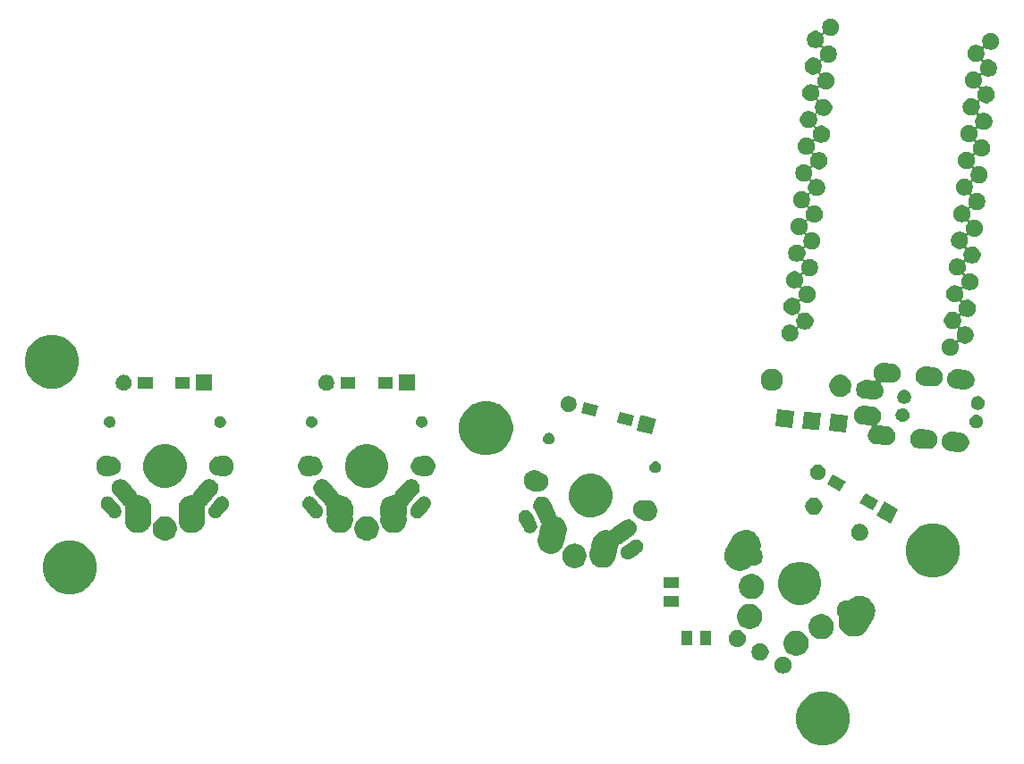
<source format=gbr>
G04 #@! TF.GenerationSoftware,KiCad,Pcbnew,(5.1.5)-2*
G04 #@! TF.CreationDate,2020-04-17T01:02:58-04:00*
G04 #@! TF.ProjectId,va4,7661342e-6b69-4636-9164-5f7063625858,rev?*
G04 #@! TF.SameCoordinates,Original*
G04 #@! TF.FileFunction,Soldermask,Bot*
G04 #@! TF.FilePolarity,Negative*
%FSLAX46Y46*%
G04 Gerber Fmt 4.6, Leading zero omitted, Abs format (unit mm)*
G04 Created by KiCad (PCBNEW (5.1.5)-2) date 2020-04-17 01:02:58*
%MOMM*%
%LPD*%
G04 APERTURE LIST*
%ADD10C,0.100000*%
G04 APERTURE END LIST*
D10*
G36*
X119144098Y-95147033D02*
G01*
X119608350Y-95339332D01*
X119608352Y-95339333D01*
X120026168Y-95618509D01*
X120381491Y-95973832D01*
X120660667Y-96391648D01*
X120660668Y-96391650D01*
X120852967Y-96855902D01*
X120951000Y-97348747D01*
X120951000Y-97851253D01*
X120852967Y-98344098D01*
X120660668Y-98808350D01*
X120660667Y-98808352D01*
X120381491Y-99226168D01*
X120026168Y-99581491D01*
X119608352Y-99860667D01*
X119608351Y-99860668D01*
X119608350Y-99860668D01*
X119144098Y-100052967D01*
X118651253Y-100151000D01*
X118148747Y-100151000D01*
X117655902Y-100052967D01*
X117191650Y-99860668D01*
X117191649Y-99860668D01*
X117191648Y-99860667D01*
X116773832Y-99581491D01*
X116418509Y-99226168D01*
X116139333Y-98808352D01*
X116139332Y-98808350D01*
X115947033Y-98344098D01*
X115849000Y-97851253D01*
X115849000Y-97348747D01*
X115947033Y-96855902D01*
X116139332Y-96391650D01*
X116139333Y-96391648D01*
X116418509Y-95973832D01*
X116773832Y-95618509D01*
X117191648Y-95339333D01*
X117191650Y-95339332D01*
X117655902Y-95147033D01*
X118148747Y-95049000D01*
X118651253Y-95049000D01*
X119144098Y-95147033D01*
G37*
G36*
X114852206Y-91763433D02*
G01*
X115000165Y-91824720D01*
X115133319Y-91913690D01*
X115246565Y-92026936D01*
X115335535Y-92160090D01*
X115396822Y-92308049D01*
X115428064Y-92465116D01*
X115428064Y-92625266D01*
X115396822Y-92782333D01*
X115335535Y-92930292D01*
X115246565Y-93063446D01*
X115133319Y-93176692D01*
X115000165Y-93265662D01*
X114852206Y-93326949D01*
X114695139Y-93358191D01*
X114534989Y-93358191D01*
X114377922Y-93326949D01*
X114229963Y-93265662D01*
X114096809Y-93176692D01*
X113983563Y-93063446D01*
X113894593Y-92930292D01*
X113833306Y-92782333D01*
X113802064Y-92625266D01*
X113802064Y-92465116D01*
X113833306Y-92308049D01*
X113894593Y-92160090D01*
X113983563Y-92026936D01*
X114096809Y-91913690D01*
X114229963Y-91824720D01*
X114377922Y-91763433D01*
X114534989Y-91732191D01*
X114695139Y-91732191D01*
X114852206Y-91763433D01*
G37*
G36*
X112687142Y-90513433D02*
G01*
X112835101Y-90574720D01*
X112968255Y-90663690D01*
X113081501Y-90776936D01*
X113170471Y-90910090D01*
X113231758Y-91058049D01*
X113263000Y-91215116D01*
X113263000Y-91375266D01*
X113231758Y-91532333D01*
X113170471Y-91680292D01*
X113081501Y-91813446D01*
X112968255Y-91926692D01*
X112835101Y-92015662D01*
X112687142Y-92076949D01*
X112530075Y-92108191D01*
X112369925Y-92108191D01*
X112212858Y-92076949D01*
X112064899Y-92015662D01*
X111931745Y-91926692D01*
X111818499Y-91813446D01*
X111729529Y-91680292D01*
X111668242Y-91532333D01*
X111637000Y-91375266D01*
X111637000Y-91215116D01*
X111668242Y-91058049D01*
X111729529Y-90910090D01*
X111818499Y-90776936D01*
X111931745Y-90663690D01*
X112064899Y-90574720D01*
X112212858Y-90513433D01*
X112369925Y-90482191D01*
X112530075Y-90482191D01*
X112687142Y-90513433D01*
G37*
G36*
X116207981Y-89321293D02*
G01*
X116425274Y-89411299D01*
X116425276Y-89411300D01*
X116620835Y-89541969D01*
X116787145Y-89708279D01*
X116853810Y-89808049D01*
X116917815Y-89903840D01*
X117007821Y-90121133D01*
X117053705Y-90351809D01*
X117053705Y-90587009D01*
X117007821Y-90817685D01*
X116969545Y-90910090D01*
X116917814Y-91034980D01*
X116787145Y-91230539D01*
X116620835Y-91396849D01*
X116425276Y-91527518D01*
X116425275Y-91527519D01*
X116425274Y-91527519D01*
X116207981Y-91617525D01*
X115977305Y-91663409D01*
X115742105Y-91663409D01*
X115511429Y-91617525D01*
X115294136Y-91527519D01*
X115294135Y-91527519D01*
X115294134Y-91527518D01*
X115098575Y-91396849D01*
X114932265Y-91230539D01*
X114801596Y-91034980D01*
X114749865Y-90910090D01*
X114711589Y-90817685D01*
X114665705Y-90587009D01*
X114665705Y-90351809D01*
X114711589Y-90121133D01*
X114801595Y-89903840D01*
X114865601Y-89808049D01*
X114932265Y-89708279D01*
X115098575Y-89541969D01*
X115294134Y-89411300D01*
X115294136Y-89411299D01*
X115511429Y-89321293D01*
X115742105Y-89275409D01*
X115977305Y-89275409D01*
X116207981Y-89321293D01*
G37*
G36*
X110522078Y-89263433D02*
G01*
X110670037Y-89324720D01*
X110803191Y-89413690D01*
X110916437Y-89526936D01*
X111005407Y-89660090D01*
X111066694Y-89808049D01*
X111097936Y-89965116D01*
X111097936Y-90125266D01*
X111066694Y-90282333D01*
X111005407Y-90430292D01*
X110916437Y-90563446D01*
X110803191Y-90676692D01*
X110670037Y-90765662D01*
X110522078Y-90826949D01*
X110365011Y-90858191D01*
X110204861Y-90858191D01*
X110047794Y-90826949D01*
X109899835Y-90765662D01*
X109766681Y-90676692D01*
X109653435Y-90563446D01*
X109564465Y-90430292D01*
X109503178Y-90282333D01*
X109471936Y-90125266D01*
X109471936Y-89965116D01*
X109503178Y-89808049D01*
X109564465Y-89660090D01*
X109653435Y-89526936D01*
X109766681Y-89413690D01*
X109899835Y-89324720D01*
X110047794Y-89263433D01*
X110204861Y-89232191D01*
X110365011Y-89232191D01*
X110522078Y-89263433D01*
G37*
G36*
X107809540Y-90691040D02*
G01*
X106808780Y-90691040D01*
X106808780Y-89288960D01*
X107809540Y-89288960D01*
X107809540Y-90691040D01*
G37*
G36*
X106011220Y-90691040D02*
G01*
X105010460Y-90691040D01*
X105010460Y-89288960D01*
X106011220Y-89288960D01*
X106011220Y-90691040D01*
G37*
G36*
X118577833Y-87756589D02*
G01*
X118795126Y-87846595D01*
X118795128Y-87846596D01*
X118990687Y-87977265D01*
X119156997Y-88143575D01*
X119246608Y-88277686D01*
X119287667Y-88339136D01*
X119377673Y-88556429D01*
X119423557Y-88787105D01*
X119423557Y-89022305D01*
X119377673Y-89252981D01*
X119332245Y-89362653D01*
X119287666Y-89470276D01*
X119156997Y-89665835D01*
X118990687Y-89832145D01*
X118795128Y-89962814D01*
X118795127Y-89962815D01*
X118795126Y-89962815D01*
X118577833Y-90052821D01*
X118347157Y-90098705D01*
X118111957Y-90098705D01*
X117881281Y-90052821D01*
X117663988Y-89962815D01*
X117663987Y-89962815D01*
X117663986Y-89962814D01*
X117468427Y-89832145D01*
X117302117Y-89665835D01*
X117171448Y-89470276D01*
X117126869Y-89362653D01*
X117081441Y-89252981D01*
X117035557Y-89022305D01*
X117035557Y-88787105D01*
X117081441Y-88556429D01*
X117171447Y-88339136D01*
X117212507Y-88277686D01*
X117302117Y-88143575D01*
X117468427Y-87977265D01*
X117663986Y-87846596D01*
X117663988Y-87846595D01*
X117881281Y-87756589D01*
X118111957Y-87710705D01*
X118347157Y-87710705D01*
X118577833Y-87756589D01*
G37*
G36*
X121939967Y-85998622D02*
G01*
X122077966Y-86003139D01*
X122217145Y-86035591D01*
X122356323Y-86068043D01*
X122616668Y-86186004D01*
X122848998Y-86352489D01*
X122912014Y-86419771D01*
X123044383Y-86561099D01*
X123076139Y-86612167D01*
X123195317Y-86803821D01*
X123295998Y-87071323D01*
X123342557Y-87353327D01*
X123340085Y-87428829D01*
X123333206Y-87638994D01*
X123316485Y-87710705D01*
X123268302Y-87917352D01*
X123241156Y-87977265D01*
X123179900Y-88112458D01*
X122558623Y-89188542D01*
X122433855Y-89362655D01*
X122225249Y-89558036D01*
X122225247Y-89558037D01*
X122225245Y-89558039D01*
X121982524Y-89708972D01*
X121715022Y-89809653D01*
X121433018Y-89856212D01*
X121285351Y-89851378D01*
X121147352Y-89846861D01*
X121033126Y-89820227D01*
X120868994Y-89781957D01*
X120608650Y-89663996D01*
X120460787Y-89558039D01*
X120376318Y-89497510D01*
X120180937Y-89288904D01*
X120180936Y-89288902D01*
X120180934Y-89288900D01*
X120030001Y-89046179D01*
X119929320Y-88778677D01*
X119882761Y-88496673D01*
X119889930Y-88277685D01*
X119892112Y-88211006D01*
X119933596Y-88033092D01*
X119936794Y-88008798D01*
X119935191Y-87984346D01*
X119928849Y-87960677D01*
X119918011Y-87938700D01*
X119900254Y-87916325D01*
X119898857Y-87914928D01*
X119829956Y-87811810D01*
X119800156Y-87767211D01*
X119777493Y-87712498D01*
X119732168Y-87603075D01*
X119697509Y-87428829D01*
X119697509Y-87251171D01*
X119732168Y-87076925D01*
X119800156Y-86912790D01*
X119800156Y-86912789D01*
X119898855Y-86765075D01*
X119898857Y-86765072D01*
X120024481Y-86639448D01*
X120065310Y-86612167D01*
X120172198Y-86540747D01*
X120226911Y-86518084D01*
X120336334Y-86472759D01*
X120445042Y-86451136D01*
X120510578Y-86438100D01*
X120688240Y-86438100D01*
X120753777Y-86451136D01*
X120778163Y-86453538D01*
X120802549Y-86451136D01*
X120825998Y-86444023D01*
X120847609Y-86432472D01*
X120863611Y-86419771D01*
X121000069Y-86291964D01*
X121087509Y-86237590D01*
X121242794Y-86141028D01*
X121510295Y-86040347D01*
X121792299Y-85993788D01*
X121939967Y-85998622D01*
G37*
G36*
X111808571Y-86781293D02*
G01*
X111962131Y-86844900D01*
X112025866Y-86871300D01*
X112221425Y-87001969D01*
X112387735Y-87168279D01*
X112511381Y-87353327D01*
X112518405Y-87363840D01*
X112608411Y-87581133D01*
X112654295Y-87811809D01*
X112654295Y-88047009D01*
X112608411Y-88277685D01*
X112582957Y-88339136D01*
X112518404Y-88494980D01*
X112387735Y-88690539D01*
X112221425Y-88856849D01*
X112025866Y-88987518D01*
X112025865Y-88987519D01*
X112025864Y-88987519D01*
X111808571Y-89077525D01*
X111577895Y-89123409D01*
X111342695Y-89123409D01*
X111112019Y-89077525D01*
X110894726Y-88987519D01*
X110894725Y-88987519D01*
X110894724Y-88987518D01*
X110699165Y-88856849D01*
X110532855Y-88690539D01*
X110402186Y-88494980D01*
X110337633Y-88339136D01*
X110312179Y-88277685D01*
X110266295Y-88047009D01*
X110266295Y-87811809D01*
X110312179Y-87581133D01*
X110402185Y-87363840D01*
X110409210Y-87353327D01*
X110532855Y-87168279D01*
X110699165Y-87001969D01*
X110894724Y-86871300D01*
X110958459Y-86844900D01*
X111112019Y-86781293D01*
X111342695Y-86735409D01*
X111577895Y-86735409D01*
X111808571Y-86781293D01*
G37*
G36*
X104751040Y-87049540D02*
G01*
X103348960Y-87049540D01*
X103348960Y-86048780D01*
X104751040Y-86048780D01*
X104751040Y-87049540D01*
G37*
G36*
X116796474Y-82833684D02*
G01*
X116864279Y-82861770D01*
X117168623Y-82987833D01*
X117503548Y-83211623D01*
X117788377Y-83496452D01*
X118012167Y-83831377D01*
X118065720Y-83960667D01*
X118166316Y-84203526D01*
X118244900Y-84598594D01*
X118244900Y-85001406D01*
X118166316Y-85396474D01*
X118076017Y-85614474D01*
X118012167Y-85768623D01*
X117788377Y-86103548D01*
X117503548Y-86388377D01*
X117168623Y-86612167D01*
X117014474Y-86676017D01*
X116796474Y-86766316D01*
X116401406Y-86844900D01*
X115998594Y-86844900D01*
X115603526Y-86766316D01*
X115385526Y-86676017D01*
X115231377Y-86612167D01*
X114896452Y-86388377D01*
X114611623Y-86103548D01*
X114387833Y-85768623D01*
X114323983Y-85614474D01*
X114233684Y-85396474D01*
X114155100Y-85001406D01*
X114155100Y-84598594D01*
X114233684Y-84203526D01*
X114334280Y-83960667D01*
X114387833Y-83831377D01*
X114611623Y-83496452D01*
X114896452Y-83211623D01*
X115231377Y-82987833D01*
X115535721Y-82861770D01*
X115603526Y-82833684D01*
X115998594Y-82755100D01*
X116401406Y-82755100D01*
X116796474Y-82833684D01*
G37*
G36*
X111978719Y-83946589D02*
G01*
X112196012Y-84036595D01*
X112196014Y-84036596D01*
X112391573Y-84167265D01*
X112557883Y-84333575D01*
X112674665Y-84508350D01*
X112688553Y-84529136D01*
X112778559Y-84746429D01*
X112824443Y-84977105D01*
X112824443Y-85212305D01*
X112778559Y-85442981D01*
X112729811Y-85560668D01*
X112688552Y-85660276D01*
X112557883Y-85855835D01*
X112391573Y-86022145D01*
X112196014Y-86152814D01*
X112196013Y-86152815D01*
X112196012Y-86152815D01*
X111978719Y-86242821D01*
X111748043Y-86288705D01*
X111512843Y-86288705D01*
X111282167Y-86242821D01*
X111064874Y-86152815D01*
X111064873Y-86152815D01*
X111064872Y-86152814D01*
X110869313Y-86022145D01*
X110703003Y-85855835D01*
X110572334Y-85660276D01*
X110531075Y-85560668D01*
X110482327Y-85442981D01*
X110436443Y-85212305D01*
X110436443Y-84977105D01*
X110482327Y-84746429D01*
X110572333Y-84529136D01*
X110586222Y-84508350D01*
X110703003Y-84333575D01*
X110869313Y-84167265D01*
X111064872Y-84036596D01*
X111064874Y-84036595D01*
X111282167Y-83946589D01*
X111512843Y-83900705D01*
X111748043Y-83900705D01*
X111978719Y-83946589D01*
G37*
G36*
X47844098Y-80847033D02*
G01*
X48208389Y-80997927D01*
X48308352Y-81039333D01*
X48726168Y-81318509D01*
X49081491Y-81673832D01*
X49360667Y-82091648D01*
X49360668Y-82091650D01*
X49552967Y-82555902D01*
X49651000Y-83048747D01*
X49651000Y-83551253D01*
X49552967Y-84044098D01*
X49433062Y-84333575D01*
X49360667Y-84508352D01*
X49081491Y-84926168D01*
X48726168Y-85281491D01*
X48308352Y-85560667D01*
X48308351Y-85560668D01*
X48308350Y-85560668D01*
X47844098Y-85752967D01*
X47351253Y-85851000D01*
X46848747Y-85851000D01*
X46355902Y-85752967D01*
X45891650Y-85560668D01*
X45891649Y-85560668D01*
X45891648Y-85560667D01*
X45473832Y-85281491D01*
X45118509Y-84926168D01*
X44839333Y-84508352D01*
X44766938Y-84333575D01*
X44647033Y-84044098D01*
X44549000Y-83551253D01*
X44549000Y-83048747D01*
X44647033Y-82555902D01*
X44839332Y-82091650D01*
X44839333Y-82091648D01*
X45118509Y-81673832D01*
X45473832Y-81318509D01*
X45891648Y-81039333D01*
X45991611Y-80997927D01*
X46355902Y-80847033D01*
X46848747Y-80749000D01*
X47351253Y-80749000D01*
X47844098Y-80847033D01*
G37*
G36*
X104751040Y-85251220D02*
G01*
X103348960Y-85251220D01*
X103348960Y-84250460D01*
X104751040Y-84250460D01*
X104751040Y-85251220D01*
G37*
G36*
X129544098Y-79247033D02*
G01*
X130008350Y-79439332D01*
X130008352Y-79439333D01*
X130426168Y-79718509D01*
X130781491Y-80073832D01*
X131018496Y-80428535D01*
X131060668Y-80491650D01*
X131252967Y-80955902D01*
X131351000Y-81448747D01*
X131351000Y-81951253D01*
X131252967Y-82444098D01*
X131091080Y-82834928D01*
X131060667Y-82908352D01*
X130781491Y-83326168D01*
X130426168Y-83681491D01*
X130008352Y-83960667D01*
X130008351Y-83960668D01*
X130008350Y-83960668D01*
X129544098Y-84152967D01*
X129051253Y-84251000D01*
X128548747Y-84251000D01*
X128055902Y-84152967D01*
X127591650Y-83960668D01*
X127591649Y-83960668D01*
X127591648Y-83960667D01*
X127173832Y-83681491D01*
X126818509Y-83326168D01*
X126539333Y-82908352D01*
X126508920Y-82834928D01*
X126347033Y-82444098D01*
X126249000Y-81951253D01*
X126249000Y-81448747D01*
X126347033Y-80955902D01*
X126539332Y-80491650D01*
X126581504Y-80428535D01*
X126818509Y-80073832D01*
X127173832Y-79718509D01*
X127591648Y-79439333D01*
X127591650Y-79439332D01*
X128055902Y-79247033D01*
X128548747Y-79149000D01*
X129051253Y-79149000D01*
X129544098Y-79247033D01*
G37*
G36*
X111114649Y-79748622D02*
G01*
X111252648Y-79753139D01*
X111364806Y-79779291D01*
X111531005Y-79818043D01*
X111791350Y-79936004D01*
X112023680Y-80102489D01*
X112072881Y-80155021D01*
X112219065Y-80311099D01*
X112271514Y-80395445D01*
X112369999Y-80553821D01*
X112470680Y-80821323D01*
X112517239Y-81103327D01*
X112515134Y-81167618D01*
X112507888Y-81388995D01*
X112466404Y-81566908D01*
X112463206Y-81591202D01*
X112464809Y-81615654D01*
X112471151Y-81639323D01*
X112481988Y-81661300D01*
X112499746Y-81683675D01*
X112501143Y-81685072D01*
X112501145Y-81685075D01*
X112599844Y-81832789D01*
X112617061Y-81874355D01*
X112667832Y-81996925D01*
X112702491Y-82171171D01*
X112702491Y-82348829D01*
X112667832Y-82523075D01*
X112654234Y-82555902D01*
X112599844Y-82687211D01*
X112554504Y-82755067D01*
X112501143Y-82834928D01*
X112375519Y-82960552D01*
X112375516Y-82960554D01*
X112227802Y-83059253D01*
X112173089Y-83081916D01*
X112063666Y-83127241D01*
X111976543Y-83144571D01*
X111889422Y-83161900D01*
X111711760Y-83161900D01*
X111646223Y-83148864D01*
X111621837Y-83146462D01*
X111597451Y-83148864D01*
X111574002Y-83155977D01*
X111552391Y-83167528D01*
X111536389Y-83180229D01*
X111399931Y-83308036D01*
X111399929Y-83308037D01*
X111399927Y-83308039D01*
X111157206Y-83458972D01*
X110889704Y-83559653D01*
X110607700Y-83606212D01*
X110460033Y-83601378D01*
X110322034Y-83596861D01*
X110207808Y-83570227D01*
X110043676Y-83531957D01*
X109783332Y-83413996D01*
X109660768Y-83326168D01*
X109551000Y-83247510D01*
X109355619Y-83038904D01*
X109355618Y-83038902D01*
X109355616Y-83038900D01*
X109204683Y-82796179D01*
X109104002Y-82528677D01*
X109057443Y-82246673D01*
X109062716Y-82085597D01*
X109066794Y-81961007D01*
X109117956Y-81741586D01*
X109131698Y-81682649D01*
X109187520Y-81559448D01*
X109220102Y-81487538D01*
X109841374Y-80411462D01*
X109944148Y-80268042D01*
X109966144Y-80237347D01*
X110098493Y-80113389D01*
X110174754Y-80041962D01*
X110319366Y-79952037D01*
X110417476Y-79891028D01*
X110684977Y-79790347D01*
X110966981Y-79743788D01*
X111114649Y-79748622D01*
G37*
G36*
X95035495Y-81057741D02*
G01*
X95208702Y-81092194D01*
X95305268Y-81132193D01*
X95390792Y-81167618D01*
X95418171Y-81178959D01*
X95606688Y-81304922D01*
X95767008Y-81465242D01*
X95867510Y-81615654D01*
X95892972Y-81653761D01*
X95901286Y-81673832D01*
X95979736Y-81863228D01*
X96023968Y-82085598D01*
X96023968Y-82312326D01*
X95979736Y-82534696D01*
X95892971Y-82744165D01*
X95767008Y-82932682D01*
X95606688Y-83093002D01*
X95418171Y-83218965D01*
X95208702Y-83305730D01*
X95160570Y-83315304D01*
X94986333Y-83349962D01*
X94759603Y-83349962D01*
X94585366Y-83315304D01*
X94537234Y-83305730D01*
X94327765Y-83218965D01*
X94139248Y-83093002D01*
X93978928Y-82932682D01*
X93852965Y-82744165D01*
X93766200Y-82534696D01*
X93721968Y-82312326D01*
X93721968Y-82085598D01*
X93766200Y-81863228D01*
X93844650Y-81673832D01*
X93852964Y-81653761D01*
X93878426Y-81615654D01*
X93978928Y-81465242D01*
X94139248Y-81304922D01*
X94327765Y-81178959D01*
X94355145Y-81167618D01*
X94440668Y-81132193D01*
X94537234Y-81092194D01*
X94710441Y-81057741D01*
X94759603Y-81047962D01*
X94986333Y-81047962D01*
X95035495Y-81057741D01*
G37*
G36*
X100078874Y-78763681D02*
G01*
X100235573Y-78807506D01*
X100380703Y-78881055D01*
X100486865Y-78964372D01*
X100508700Y-78981508D01*
X100614640Y-79105001D01*
X100694452Y-79246789D01*
X100745069Y-79401424D01*
X100764545Y-79562962D01*
X100752134Y-79725195D01*
X100708309Y-79881889D01*
X100708308Y-79881892D01*
X100708307Y-79881894D01*
X100634759Y-80027023D01*
X100634758Y-80027024D01*
X100534306Y-80155021D01*
X100441755Y-80234416D01*
X99351346Y-80997927D01*
X99245085Y-81057741D01*
X99144798Y-81090568D01*
X99122369Y-81100437D01*
X99102297Y-81114492D01*
X99085352Y-81132193D01*
X99072186Y-81152860D01*
X99061087Y-81184979D01*
X99021100Y-81386007D01*
X98979043Y-81487541D01*
X98949281Y-81559394D01*
X98942168Y-81582843D01*
X98939766Y-81607229D01*
X98939766Y-81627281D01*
X98891691Y-81868970D01*
X98799166Y-82092346D01*
X98792053Y-82115795D01*
X98789651Y-82140181D01*
X98789651Y-82187518D01*
X98741576Y-82429207D01*
X98665576Y-82612689D01*
X98647273Y-82656875D01*
X98510366Y-82861770D01*
X98336117Y-83036019D01*
X98131222Y-83172926D01*
X98131221Y-83172927D01*
X98131220Y-83172927D01*
X97903554Y-83267229D01*
X97661865Y-83315304D01*
X97415437Y-83315304D01*
X97173748Y-83267229D01*
X96946082Y-83172927D01*
X96946081Y-83172927D01*
X96946080Y-83172926D01*
X96741185Y-83036019D01*
X96566936Y-82861770D01*
X96430029Y-82656875D01*
X96411727Y-82612689D01*
X96335726Y-82429207D01*
X96287651Y-82187518D01*
X96287651Y-81941090D01*
X96335726Y-81699401D01*
X96428251Y-81476025D01*
X96435364Y-81452576D01*
X96437766Y-81428190D01*
X96437766Y-81380853D01*
X96485841Y-81139164D01*
X96557660Y-80965777D01*
X96564773Y-80942328D01*
X96567175Y-80917942D01*
X96567175Y-80897890D01*
X96615250Y-80656201D01*
X96709552Y-80428535D01*
X96731662Y-80395445D01*
X96846460Y-80223638D01*
X97020709Y-80049389D01*
X97225604Y-79912482D01*
X97277399Y-79891028D01*
X97453272Y-79818179D01*
X97694961Y-79770104D01*
X97941389Y-79770104D01*
X98154756Y-79812545D01*
X98179142Y-79814947D01*
X98203528Y-79812545D01*
X98226977Y-79805432D01*
X98248588Y-79793881D01*
X98267530Y-79778335D01*
X98277474Y-79767120D01*
X98311249Y-79724084D01*
X98403795Y-79644692D01*
X98409238Y-79640881D01*
X98764962Y-79391800D01*
X99494210Y-78881174D01*
X99572564Y-78837070D01*
X99600469Y-78821362D01*
X99755103Y-78770746D01*
X99755106Y-78770745D01*
X99916639Y-78751269D01*
X99916641Y-78751269D01*
X100078874Y-78763681D01*
G37*
G36*
X100711421Y-80637085D02*
G01*
X100823875Y-80645689D01*
X100917804Y-80671959D01*
X100952116Y-80681555D01*
X100952117Y-80681555D01*
X100952119Y-80681556D01*
X101070893Y-80741747D01*
X101175651Y-80823961D01*
X101262348Y-80925024D01*
X101327667Y-81041065D01*
X101369093Y-81167621D01*
X101385032Y-81299819D01*
X101374874Y-81432593D01*
X101339009Y-81560832D01*
X101278813Y-81679613D01*
X101230176Y-81741586D01*
X101196604Y-81784363D01*
X101120858Y-81849343D01*
X100661242Y-82171169D01*
X100288270Y-82432327D01*
X100201305Y-82481280D01*
X100074748Y-82522706D01*
X99942550Y-82538645D01*
X99809779Y-82528487D01*
X99715850Y-82502217D01*
X99681538Y-82492621D01*
X99681537Y-82492621D01*
X99681535Y-82492620D01*
X99562758Y-82432427D01*
X99458007Y-82350218D01*
X99371306Y-82249151D01*
X99357165Y-82224029D01*
X99305987Y-82133111D01*
X99264562Y-82006558D01*
X99264561Y-82006555D01*
X99248622Y-81874357D01*
X99258780Y-81741586D01*
X99287381Y-81639323D01*
X99294646Y-81613345D01*
X99294646Y-81613344D01*
X99294647Y-81613342D01*
X99354840Y-81494565D01*
X99437050Y-81389813D01*
X99512790Y-81324838D01*
X99979667Y-80997927D01*
X100345382Y-80741850D01*
X100345384Y-80741849D01*
X100345391Y-80741844D01*
X100432344Y-80692897D01*
X100558905Y-80651470D01*
X100691103Y-80635531D01*
X100691105Y-80635531D01*
X100711421Y-80637085D01*
G37*
G36*
X91924550Y-76580574D02*
G01*
X91979662Y-76594699D01*
X92082161Y-76620968D01*
X92228865Y-76691336D01*
X92359022Y-76788972D01*
X92467632Y-76910125D01*
X92529749Y-77015056D01*
X93065628Y-78164252D01*
X93092317Y-78221488D01*
X93132768Y-78336515D01*
X93140581Y-78391240D01*
X93146405Y-78415041D01*
X93156761Y-78437250D01*
X93171250Y-78457011D01*
X93189317Y-78473566D01*
X93210266Y-78486278D01*
X93239938Y-78496170D01*
X93276175Y-78503378D01*
X93416746Y-78561604D01*
X93503843Y-78597681D01*
X93708738Y-78734588D01*
X93882987Y-78908837D01*
X94019894Y-79113732D01*
X94019895Y-79113734D01*
X94114197Y-79341400D01*
X94162272Y-79583089D01*
X94162272Y-79829517D01*
X94114197Y-80071206D01*
X94042378Y-80244593D01*
X94035265Y-80268042D01*
X94032863Y-80292428D01*
X94032863Y-80312480D01*
X93984788Y-80554169D01*
X93892263Y-80777545D01*
X93885150Y-80800994D01*
X93882748Y-80825380D01*
X93882748Y-80872717D01*
X93834673Y-81114406D01*
X93747510Y-81324838D01*
X93740370Y-81342074D01*
X93603463Y-81546969D01*
X93429214Y-81721218D01*
X93224319Y-81858125D01*
X93224318Y-81858126D01*
X93224317Y-81858126D01*
X92996651Y-81952428D01*
X92754962Y-82000503D01*
X92508534Y-82000503D01*
X92266845Y-81952428D01*
X92039179Y-81858126D01*
X92039178Y-81858126D01*
X92039177Y-81858125D01*
X91834282Y-81721218D01*
X91660033Y-81546969D01*
X91523126Y-81342074D01*
X91515987Y-81324838D01*
X91428823Y-81114406D01*
X91380748Y-80872717D01*
X91380748Y-80626289D01*
X91428823Y-80384600D01*
X91521348Y-80161224D01*
X91528461Y-80137775D01*
X91530863Y-80113389D01*
X91530863Y-80066052D01*
X91578938Y-79824363D01*
X91650757Y-79650976D01*
X91657870Y-79627527D01*
X91660272Y-79603141D01*
X91660272Y-79583089D01*
X91708347Y-79341400D01*
X91751837Y-79236405D01*
X91758950Y-79212956D01*
X91761352Y-79188569D01*
X91758950Y-79164183D01*
X91751837Y-79140734D01*
X91740286Y-79119124D01*
X91729434Y-79105139D01*
X91657212Y-79024577D01*
X91595095Y-78919646D01*
X91032530Y-77713220D01*
X91032529Y-77713218D01*
X91032527Y-77713213D01*
X90992076Y-77598186D01*
X90969080Y-77437113D01*
X90977951Y-77274645D01*
X91002200Y-77180030D01*
X91018345Y-77117034D01*
X91088713Y-76970330D01*
X91186349Y-76840173D01*
X91307502Y-76731563D01*
X91447515Y-76648678D01*
X91601008Y-76594699D01*
X91633209Y-76590102D01*
X91762082Y-76571703D01*
X91924550Y-76580574D01*
G37*
G36*
X122102206Y-79206064D02*
G01*
X122250165Y-79267351D01*
X122383319Y-79356321D01*
X122496565Y-79469567D01*
X122585535Y-79602721D01*
X122646822Y-79750680D01*
X122678064Y-79907747D01*
X122678064Y-80067897D01*
X122646822Y-80224964D01*
X122585535Y-80372923D01*
X122496565Y-80506077D01*
X122383319Y-80619323D01*
X122250165Y-80708293D01*
X122102206Y-80769580D01*
X121945139Y-80800822D01*
X121784989Y-80800822D01*
X121627922Y-80769580D01*
X121479963Y-80708293D01*
X121346809Y-80619323D01*
X121233563Y-80506077D01*
X121144593Y-80372923D01*
X121083306Y-80224964D01*
X121052064Y-80067897D01*
X121052064Y-79907747D01*
X121083306Y-79750680D01*
X121144593Y-79602721D01*
X121233563Y-79469567D01*
X121346809Y-79356321D01*
X121479963Y-79267351D01*
X121627922Y-79206064D01*
X121784989Y-79174822D01*
X121945139Y-79174822D01*
X122102206Y-79206064D01*
G37*
G36*
X75424549Y-78471116D02*
G01*
X75535734Y-78493232D01*
X75587451Y-78514654D01*
X75700799Y-78561604D01*
X75745203Y-78579997D01*
X75933720Y-78705960D01*
X76094040Y-78866280D01*
X76220003Y-79054797D01*
X76306768Y-79264266D01*
X76311096Y-79286024D01*
X76351000Y-79486635D01*
X76351000Y-79713365D01*
X76343372Y-79751715D01*
X76306768Y-79935734D01*
X76220003Y-80145203D01*
X76094040Y-80333720D01*
X75933720Y-80494040D01*
X75745203Y-80620003D01*
X75745202Y-80620004D01*
X75745201Y-80620004D01*
X75730025Y-80626290D01*
X75535734Y-80706768D01*
X75424549Y-80728884D01*
X75313365Y-80751000D01*
X75086635Y-80751000D01*
X74975451Y-80728884D01*
X74864266Y-80706768D01*
X74669975Y-80626290D01*
X74654799Y-80620004D01*
X74654798Y-80620004D01*
X74654797Y-80620003D01*
X74466280Y-80494040D01*
X74305960Y-80333720D01*
X74179997Y-80145203D01*
X74093232Y-79935734D01*
X74056628Y-79751715D01*
X74049000Y-79713365D01*
X74049000Y-79486635D01*
X74088904Y-79286024D01*
X74093232Y-79264266D01*
X74179997Y-79054797D01*
X74305960Y-78866280D01*
X74466280Y-78705960D01*
X74654797Y-78579997D01*
X74699202Y-78561604D01*
X74812549Y-78514654D01*
X74864266Y-78493232D01*
X74975451Y-78471116D01*
X75086635Y-78449000D01*
X75313365Y-78449000D01*
X75424549Y-78471116D01*
G37*
G36*
X56324549Y-78471116D02*
G01*
X56435734Y-78493232D01*
X56487451Y-78514654D01*
X56600799Y-78561604D01*
X56645203Y-78579997D01*
X56833720Y-78705960D01*
X56994040Y-78866280D01*
X57120003Y-79054797D01*
X57206768Y-79264266D01*
X57211096Y-79286024D01*
X57251000Y-79486635D01*
X57251000Y-79713365D01*
X57243372Y-79751715D01*
X57206768Y-79935734D01*
X57120003Y-80145203D01*
X56994040Y-80333720D01*
X56833720Y-80494040D01*
X56645203Y-80620003D01*
X56645202Y-80620004D01*
X56645201Y-80620004D01*
X56630025Y-80626290D01*
X56435734Y-80706768D01*
X56324549Y-80728884D01*
X56213365Y-80751000D01*
X55986635Y-80751000D01*
X55875451Y-80728884D01*
X55764266Y-80706768D01*
X55569975Y-80626290D01*
X55554799Y-80620004D01*
X55554798Y-80620004D01*
X55554797Y-80620003D01*
X55366280Y-80494040D01*
X55205960Y-80333720D01*
X55079997Y-80145203D01*
X54993232Y-79935734D01*
X54956628Y-79751715D01*
X54949000Y-79713365D01*
X54949000Y-79486635D01*
X54988904Y-79286024D01*
X54993232Y-79264266D01*
X55079997Y-79054797D01*
X55205960Y-78866280D01*
X55366280Y-78705960D01*
X55554797Y-78579997D01*
X55599202Y-78561604D01*
X55712549Y-78514654D01*
X55764266Y-78493232D01*
X55875451Y-78471116D01*
X55986635Y-78449000D01*
X56213365Y-78449000D01*
X56324549Y-78471116D01*
G37*
G36*
X90366969Y-77845274D02*
G01*
X90495962Y-77878333D01*
X90616028Y-77935924D01*
X90722550Y-78015829D01*
X90811432Y-78114977D01*
X90862269Y-78200851D01*
X90950076Y-78389154D01*
X91291823Y-79122029D01*
X91291825Y-79122035D01*
X91324933Y-79216178D01*
X91343752Y-79347998D01*
X91338765Y-79439332D01*
X91336492Y-79480962D01*
X91331996Y-79498503D01*
X91303433Y-79609952D01*
X91245842Y-79730018D01*
X91165937Y-79836540D01*
X91066789Y-79925422D01*
X90952201Y-79993257D01*
X90826579Y-80037434D01*
X90694759Y-80056254D01*
X90581431Y-80050066D01*
X90561795Y-80048994D01*
X90491587Y-80031000D01*
X90432801Y-80015934D01*
X90340807Y-79971808D01*
X90312741Y-79958346D01*
X90236659Y-79901274D01*
X90206218Y-79878439D01*
X90117336Y-79779291D01*
X90066499Y-79693417D01*
X89930340Y-79401424D01*
X89636945Y-78772238D01*
X89629571Y-78751269D01*
X89603835Y-78678089D01*
X89585016Y-78546269D01*
X89592276Y-78413309D01*
X89625335Y-78284316D01*
X89682926Y-78164250D01*
X89762831Y-78057728D01*
X89861979Y-77968846D01*
X89976567Y-77901011D01*
X90102189Y-77856834D01*
X90234009Y-77838014D01*
X90366969Y-77845274D01*
G37*
G36*
X79447867Y-74935568D02*
G01*
X79502101Y-74936160D01*
X79544497Y-74945075D01*
X79661325Y-74969641D01*
X79807347Y-75032000D01*
X79810960Y-75033543D01*
X79928462Y-75113922D01*
X79945252Y-75125408D01*
X80059042Y-75241708D01*
X80147957Y-75377973D01*
X80208579Y-75528965D01*
X80238579Y-75688883D01*
X80236804Y-75851581D01*
X80213256Y-75963570D01*
X80203322Y-76010809D01*
X80174843Y-76077495D01*
X80139421Y-76160441D01*
X80070574Y-76261085D01*
X79214931Y-77280800D01*
X79127772Y-77366078D01*
X79040388Y-77423097D01*
X79021281Y-77438433D01*
X79005530Y-77457204D01*
X78993744Y-77478687D01*
X78986375Y-77502057D01*
X78983707Y-77526416D01*
X78986101Y-77552160D01*
X78991000Y-77576787D01*
X78991000Y-77823214D01*
X78988636Y-77835097D01*
X78975022Y-77903542D01*
X78970631Y-77925614D01*
X78968229Y-77950000D01*
X78970631Y-77974384D01*
X78978875Y-78015829D01*
X78991000Y-78076786D01*
X78991000Y-78323214D01*
X78962675Y-78465614D01*
X78960273Y-78490000D01*
X78962675Y-78514386D01*
X78991000Y-78656786D01*
X78991000Y-78903214D01*
X78942925Y-79144903D01*
X78858801Y-79347998D01*
X78848622Y-79372571D01*
X78711715Y-79577466D01*
X78537466Y-79751715D01*
X78332571Y-79888622D01*
X78332570Y-79888623D01*
X78332569Y-79888623D01*
X78104903Y-79982925D01*
X77863214Y-80031000D01*
X77616786Y-80031000D01*
X77375097Y-79982925D01*
X77147431Y-79888623D01*
X77147430Y-79888623D01*
X77147429Y-79888622D01*
X76942534Y-79751715D01*
X76768285Y-79577466D01*
X76631378Y-79372571D01*
X76621200Y-79347998D01*
X76537075Y-79144903D01*
X76489000Y-78903214D01*
X76489000Y-78656786D01*
X76517325Y-78514386D01*
X76519727Y-78490000D01*
X76517325Y-78465614D01*
X76489000Y-78323214D01*
X76489000Y-78076786D01*
X76501125Y-78015829D01*
X76509369Y-77974384D01*
X76511771Y-77950000D01*
X76509369Y-77925614D01*
X76504979Y-77903542D01*
X76491364Y-77835097D01*
X76489000Y-77823214D01*
X76489000Y-77576786D01*
X76537075Y-77335097D01*
X76631377Y-77107431D01*
X76657281Y-77068663D01*
X76768285Y-76902534D01*
X76942534Y-76728285D01*
X77147429Y-76591378D01*
X77154865Y-76588298D01*
X77375097Y-76497075D01*
X77616786Y-76449000D01*
X77742762Y-76449000D01*
X77767148Y-76446598D01*
X77790597Y-76439485D01*
X77812208Y-76427934D01*
X77831150Y-76412389D01*
X77846695Y-76393447D01*
X77857717Y-76373094D01*
X77862990Y-76360746D01*
X77880579Y-76319560D01*
X77949426Y-76218916D01*
X78805068Y-75199200D01*
X78892227Y-75113922D01*
X79028492Y-75025007D01*
X79179484Y-74964385D01*
X79273761Y-74946699D01*
X79339400Y-74934385D01*
X79339402Y-74934385D01*
X79447867Y-74935568D01*
G37*
G36*
X71126238Y-74946699D02*
G01*
X71220515Y-74964385D01*
X71371507Y-75025007D01*
X71507772Y-75113922D01*
X71594931Y-75199200D01*
X72450574Y-76218915D01*
X72504668Y-76297993D01*
X72519421Y-76319559D01*
X72542283Y-76373093D01*
X72554069Y-76394576D01*
X72569820Y-76413348D01*
X72588930Y-76428685D01*
X72610666Y-76440000D01*
X72634191Y-76446857D01*
X72657238Y-76449000D01*
X72783214Y-76449000D01*
X73024903Y-76497075D01*
X73245136Y-76588298D01*
X73252571Y-76591378D01*
X73457466Y-76728285D01*
X73631715Y-76902534D01*
X73742719Y-77068663D01*
X73768623Y-77107431D01*
X73862925Y-77335097D01*
X73911000Y-77576786D01*
X73911000Y-77823214D01*
X73908636Y-77835097D01*
X73895022Y-77903542D01*
X73890631Y-77925614D01*
X73888229Y-77950000D01*
X73890631Y-77974384D01*
X73898875Y-78015829D01*
X73911000Y-78076786D01*
X73911000Y-78323214D01*
X73882675Y-78465614D01*
X73880273Y-78490000D01*
X73882675Y-78514386D01*
X73911000Y-78656786D01*
X73911000Y-78903214D01*
X73862925Y-79144903D01*
X73778801Y-79347998D01*
X73768622Y-79372571D01*
X73631715Y-79577466D01*
X73457466Y-79751715D01*
X73252571Y-79888622D01*
X73252570Y-79888623D01*
X73252569Y-79888623D01*
X73024903Y-79982925D01*
X72783214Y-80031000D01*
X72536786Y-80031000D01*
X72295097Y-79982925D01*
X72067431Y-79888623D01*
X72067430Y-79888623D01*
X72067429Y-79888622D01*
X71862534Y-79751715D01*
X71688285Y-79577466D01*
X71551378Y-79372571D01*
X71541200Y-79347998D01*
X71457075Y-79144903D01*
X71409000Y-78903214D01*
X71409000Y-78656786D01*
X71437325Y-78514386D01*
X71439727Y-78490000D01*
X71437325Y-78465614D01*
X71409000Y-78323214D01*
X71409000Y-78076786D01*
X71421125Y-78015829D01*
X71429369Y-77974384D01*
X71431771Y-77950000D01*
X71429369Y-77925614D01*
X71424979Y-77903542D01*
X71411364Y-77835097D01*
X71409000Y-77823214D01*
X71409000Y-77576785D01*
X71413897Y-77552164D01*
X71416299Y-77527777D01*
X71413897Y-77503391D01*
X71406783Y-77479942D01*
X71395232Y-77458332D01*
X71379687Y-77439390D01*
X71359611Y-77423097D01*
X71272227Y-77366078D01*
X71185068Y-77280800D01*
X70329426Y-76261084D01*
X70260579Y-76160440D01*
X70214088Y-76051575D01*
X70196678Y-76010808D01*
X70196678Y-76010807D01*
X70196677Y-76010805D01*
X70163196Y-75851580D01*
X70161421Y-75688883D01*
X70191421Y-75528965D01*
X70252043Y-75377973D01*
X70340958Y-75241708D01*
X70454748Y-75125408D01*
X70471539Y-75113922D01*
X70589040Y-75033543D01*
X70738672Y-74969642D01*
X70738673Y-74969642D01*
X70738675Y-74969641D01*
X70847780Y-74946699D01*
X70897899Y-74936160D01*
X70952132Y-74935568D01*
X71060597Y-74934385D01*
X71060599Y-74934385D01*
X71126238Y-74946699D01*
G37*
G36*
X60347867Y-74935568D02*
G01*
X60402101Y-74936160D01*
X60444497Y-74945075D01*
X60561325Y-74969641D01*
X60707347Y-75032000D01*
X60710960Y-75033543D01*
X60828462Y-75113922D01*
X60845252Y-75125408D01*
X60959042Y-75241708D01*
X61047957Y-75377973D01*
X61108579Y-75528965D01*
X61138579Y-75688883D01*
X61136804Y-75851581D01*
X61113256Y-75963570D01*
X61103322Y-76010809D01*
X61074843Y-76077495D01*
X61039421Y-76160441D01*
X60970574Y-76261085D01*
X60114931Y-77280800D01*
X60027772Y-77366078D01*
X59940388Y-77423097D01*
X59921281Y-77438433D01*
X59905530Y-77457204D01*
X59893744Y-77478687D01*
X59886375Y-77502057D01*
X59883707Y-77526416D01*
X59886101Y-77552160D01*
X59891000Y-77576787D01*
X59891000Y-77823214D01*
X59888636Y-77835097D01*
X59875022Y-77903542D01*
X59870631Y-77925614D01*
X59868229Y-77950000D01*
X59870631Y-77974384D01*
X59878875Y-78015829D01*
X59891000Y-78076786D01*
X59891000Y-78323214D01*
X59862675Y-78465614D01*
X59860273Y-78490000D01*
X59862675Y-78514386D01*
X59891000Y-78656786D01*
X59891000Y-78903214D01*
X59842925Y-79144903D01*
X59758801Y-79347998D01*
X59748622Y-79372571D01*
X59611715Y-79577466D01*
X59437466Y-79751715D01*
X59232571Y-79888622D01*
X59232570Y-79888623D01*
X59232569Y-79888623D01*
X59004903Y-79982925D01*
X58763214Y-80031000D01*
X58516786Y-80031000D01*
X58275097Y-79982925D01*
X58047431Y-79888623D01*
X58047430Y-79888623D01*
X58047429Y-79888622D01*
X57842534Y-79751715D01*
X57668285Y-79577466D01*
X57531378Y-79372571D01*
X57521200Y-79347998D01*
X57437075Y-79144903D01*
X57389000Y-78903214D01*
X57389000Y-78656786D01*
X57417325Y-78514386D01*
X57419727Y-78490000D01*
X57417325Y-78465614D01*
X57389000Y-78323214D01*
X57389000Y-78076786D01*
X57401125Y-78015829D01*
X57409369Y-77974384D01*
X57411771Y-77950000D01*
X57409369Y-77925614D01*
X57404979Y-77903542D01*
X57391364Y-77835097D01*
X57389000Y-77823214D01*
X57389000Y-77576786D01*
X57437075Y-77335097D01*
X57531377Y-77107431D01*
X57557281Y-77068663D01*
X57668285Y-76902534D01*
X57842534Y-76728285D01*
X58047429Y-76591378D01*
X58054865Y-76588298D01*
X58275097Y-76497075D01*
X58516786Y-76449000D01*
X58642762Y-76449000D01*
X58667148Y-76446598D01*
X58690597Y-76439485D01*
X58712208Y-76427934D01*
X58731150Y-76412389D01*
X58746695Y-76393447D01*
X58757717Y-76373094D01*
X58762990Y-76360746D01*
X58780579Y-76319560D01*
X58849426Y-76218916D01*
X59705068Y-75199200D01*
X59792227Y-75113922D01*
X59928492Y-75025007D01*
X60079484Y-74964385D01*
X60173761Y-74946699D01*
X60239400Y-74934385D01*
X60239402Y-74934385D01*
X60347867Y-74935568D01*
G37*
G36*
X52026238Y-74946699D02*
G01*
X52120515Y-74964385D01*
X52271507Y-75025007D01*
X52407772Y-75113922D01*
X52494931Y-75199200D01*
X53350574Y-76218915D01*
X53404668Y-76297993D01*
X53419421Y-76319559D01*
X53442283Y-76373093D01*
X53454069Y-76394576D01*
X53469820Y-76413348D01*
X53488930Y-76428685D01*
X53510666Y-76440000D01*
X53534191Y-76446857D01*
X53557238Y-76449000D01*
X53683214Y-76449000D01*
X53924903Y-76497075D01*
X54145136Y-76588298D01*
X54152571Y-76591378D01*
X54357466Y-76728285D01*
X54531715Y-76902534D01*
X54642719Y-77068663D01*
X54668623Y-77107431D01*
X54762925Y-77335097D01*
X54811000Y-77576786D01*
X54811000Y-77823214D01*
X54808636Y-77835097D01*
X54795022Y-77903542D01*
X54790631Y-77925614D01*
X54788229Y-77950000D01*
X54790631Y-77974384D01*
X54798875Y-78015829D01*
X54811000Y-78076786D01*
X54811000Y-78323214D01*
X54782675Y-78465614D01*
X54780273Y-78490000D01*
X54782675Y-78514386D01*
X54811000Y-78656786D01*
X54811000Y-78903214D01*
X54762925Y-79144903D01*
X54678801Y-79347998D01*
X54668622Y-79372571D01*
X54531715Y-79577466D01*
X54357466Y-79751715D01*
X54152571Y-79888622D01*
X54152570Y-79888623D01*
X54152569Y-79888623D01*
X53924903Y-79982925D01*
X53683214Y-80031000D01*
X53436786Y-80031000D01*
X53195097Y-79982925D01*
X52967431Y-79888623D01*
X52967430Y-79888623D01*
X52967429Y-79888622D01*
X52762534Y-79751715D01*
X52588285Y-79577466D01*
X52451378Y-79372571D01*
X52441200Y-79347998D01*
X52357075Y-79144903D01*
X52309000Y-78903214D01*
X52309000Y-78656786D01*
X52337325Y-78514386D01*
X52339727Y-78490000D01*
X52337325Y-78465614D01*
X52309000Y-78323214D01*
X52309000Y-78076786D01*
X52321125Y-78015829D01*
X52329369Y-77974384D01*
X52331771Y-77950000D01*
X52329369Y-77925614D01*
X52324979Y-77903542D01*
X52311364Y-77835097D01*
X52309000Y-77823214D01*
X52309000Y-77576785D01*
X52313897Y-77552164D01*
X52316299Y-77527777D01*
X52313897Y-77503391D01*
X52306783Y-77479942D01*
X52295232Y-77458332D01*
X52279687Y-77439390D01*
X52259611Y-77423097D01*
X52172227Y-77366078D01*
X52085068Y-77280800D01*
X51229426Y-76261084D01*
X51160579Y-76160440D01*
X51114088Y-76051575D01*
X51096678Y-76010808D01*
X51096678Y-76010807D01*
X51096677Y-76010805D01*
X51063196Y-75851580D01*
X51061421Y-75688883D01*
X51091421Y-75528965D01*
X51152043Y-75377973D01*
X51240958Y-75241708D01*
X51354748Y-75125408D01*
X51371539Y-75113922D01*
X51489040Y-75033543D01*
X51638672Y-74969642D01*
X51638673Y-74969642D01*
X51638675Y-74969641D01*
X51747780Y-74946699D01*
X51797899Y-74936160D01*
X51852132Y-74935568D01*
X51960597Y-74934385D01*
X51960599Y-74934385D01*
X52026238Y-74946699D01*
G37*
G36*
X125536199Y-77818164D02*
G01*
X124786698Y-79116337D01*
X123488525Y-78366836D01*
X124238026Y-77068663D01*
X125536199Y-77818164D01*
G37*
G36*
X101439403Y-76922505D02*
G01*
X101502318Y-76935019D01*
X101526702Y-76937421D01*
X101551088Y-76935019D01*
X101614001Y-76922505D01*
X101811183Y-76922505D01*
X101874094Y-76935019D01*
X102004573Y-76960973D01*
X102186743Y-77036431D01*
X102350692Y-77145978D01*
X102490119Y-77285405D01*
X102599666Y-77449354D01*
X102652451Y-77576786D01*
X102675124Y-77631525D01*
X102713592Y-77824914D01*
X102713592Y-78022096D01*
X102713397Y-78023074D01*
X102675124Y-78215486D01*
X102652717Y-78269580D01*
X102603235Y-78389041D01*
X102599666Y-78397656D01*
X102490119Y-78561605D01*
X102350692Y-78701032D01*
X102186743Y-78810579D01*
X102004573Y-78886037D01*
X101918224Y-78903213D01*
X101811183Y-78924505D01*
X101614001Y-78924505D01*
X101506960Y-78903213D01*
X101420611Y-78886037D01*
X101238441Y-78810579D01*
X101074492Y-78701032D01*
X101074489Y-78701029D01*
X101068401Y-78696961D01*
X101060732Y-78690668D01*
X101039132Y-78679123D01*
X100880119Y-78613257D01*
X100732549Y-78514654D01*
X100607050Y-78389155D01*
X100508447Y-78241585D01*
X100440527Y-78077613D01*
X100405903Y-77903542D01*
X100405903Y-77726060D01*
X100440527Y-77551989D01*
X100508447Y-77388017D01*
X100607050Y-77240447D01*
X100732549Y-77114948D01*
X100880119Y-77016345D01*
X101044091Y-76948425D01*
X101193391Y-76918728D01*
X101218161Y-76913801D01*
X101395645Y-76913801D01*
X101439403Y-76922505D01*
G37*
G36*
X80679275Y-76560897D02*
G01*
X80809586Y-76588298D01*
X80932042Y-76640593D01*
X80932045Y-76640595D01*
X81028209Y-76706378D01*
X81041951Y-76715779D01*
X81135076Y-76810957D01*
X81207845Y-76922479D01*
X81257457Y-77046049D01*
X81282009Y-77176925D01*
X81280556Y-77310081D01*
X81253155Y-77440393D01*
X81200860Y-77562848D01*
X81176686Y-77598186D01*
X81144511Y-77645220D01*
X80927752Y-77903543D01*
X80491178Y-78423831D01*
X80457266Y-78457011D01*
X80419847Y-78493623D01*
X80387617Y-78514653D01*
X80308326Y-78566392D01*
X80184758Y-78616002D01*
X80184757Y-78616002D01*
X80184755Y-78616003D01*
X80149540Y-78622609D01*
X80053879Y-78640556D01*
X79986559Y-78639821D01*
X79920727Y-78639103D01*
X79859807Y-78626293D01*
X79790414Y-78611702D01*
X79667955Y-78559405D01*
X79558052Y-78484224D01*
X79539844Y-78465614D01*
X79464924Y-78389042D01*
X79421970Y-78323213D01*
X79392155Y-78277521D01*
X79342545Y-78153953D01*
X79342545Y-78153952D01*
X79342544Y-78153950D01*
X79335233Y-78114977D01*
X79317991Y-78023074D01*
X79318789Y-77950000D01*
X79319444Y-77889922D01*
X79346845Y-77759611D01*
X79346845Y-77759609D01*
X79399142Y-77637150D01*
X79455484Y-77554787D01*
X79543953Y-77449354D01*
X80108819Y-76776171D01*
X80108821Y-76776169D01*
X80108826Y-76776163D01*
X80180150Y-76706378D01*
X80291671Y-76633609D01*
X80415244Y-76583996D01*
X80546119Y-76559444D01*
X80679275Y-76560897D01*
G37*
G36*
X69949540Y-76577391D02*
G01*
X69984755Y-76583997D01*
X69984757Y-76583998D01*
X69984758Y-76583998D01*
X70108326Y-76633608D01*
X70165844Y-76671139D01*
X70219847Y-76706377D01*
X70245588Y-76731563D01*
X70291178Y-76776169D01*
X70561440Y-77098255D01*
X70944511Y-77554780D01*
X70944513Y-77554783D01*
X71000860Y-77637152D01*
X71053155Y-77759607D01*
X71080556Y-77889919D01*
X71082009Y-78023075D01*
X71057457Y-78153951D01*
X71007845Y-78277521D01*
X70935076Y-78389043D01*
X70853731Y-78472181D01*
X70841950Y-78484222D01*
X70744332Y-78551000D01*
X70732042Y-78559407D01*
X70609586Y-78611702D01*
X70479275Y-78639103D01*
X70346119Y-78640556D01*
X70215244Y-78616004D01*
X70091671Y-78566391D01*
X69980150Y-78493622D01*
X69908826Y-78423837D01*
X69886858Y-78397656D01*
X69255489Y-77645219D01*
X69255484Y-77645213D01*
X69199142Y-77562850D01*
X69146845Y-77440391D01*
X69119445Y-77310081D01*
X69119444Y-77310078D01*
X69118552Y-77228285D01*
X69117991Y-77176926D01*
X69142545Y-77046049D01*
X69154470Y-77016345D01*
X69192155Y-76922479D01*
X69245861Y-76840173D01*
X69264924Y-76810958D01*
X69358050Y-76715778D01*
X69358052Y-76715776D01*
X69467955Y-76640595D01*
X69590414Y-76588298D01*
X69669337Y-76571703D01*
X69720727Y-76560897D01*
X69786559Y-76560179D01*
X69853879Y-76559444D01*
X69949540Y-76577391D01*
G37*
G36*
X61579275Y-76560897D02*
G01*
X61709586Y-76588298D01*
X61832042Y-76640593D01*
X61832045Y-76640595D01*
X61928209Y-76706378D01*
X61941951Y-76715779D01*
X62035076Y-76810957D01*
X62107845Y-76922479D01*
X62157457Y-77046049D01*
X62182009Y-77176925D01*
X62180556Y-77310081D01*
X62153155Y-77440393D01*
X62100860Y-77562848D01*
X62076686Y-77598186D01*
X62044511Y-77645220D01*
X61827752Y-77903543D01*
X61391178Y-78423831D01*
X61357266Y-78457011D01*
X61319847Y-78493623D01*
X61287617Y-78514653D01*
X61208326Y-78566392D01*
X61084758Y-78616002D01*
X61084757Y-78616002D01*
X61084755Y-78616003D01*
X61049540Y-78622609D01*
X60953879Y-78640556D01*
X60886559Y-78639821D01*
X60820727Y-78639103D01*
X60759807Y-78626293D01*
X60690414Y-78611702D01*
X60567955Y-78559405D01*
X60458052Y-78484224D01*
X60439844Y-78465614D01*
X60364924Y-78389042D01*
X60321970Y-78323213D01*
X60292155Y-78277521D01*
X60242545Y-78153953D01*
X60242545Y-78153952D01*
X60242544Y-78153950D01*
X60235233Y-78114977D01*
X60217991Y-78023074D01*
X60218789Y-77950000D01*
X60219444Y-77889922D01*
X60246845Y-77759611D01*
X60246845Y-77759609D01*
X60299142Y-77637150D01*
X60355484Y-77554787D01*
X60443953Y-77449354D01*
X61008819Y-76776171D01*
X61008821Y-76776169D01*
X61008826Y-76776163D01*
X61080150Y-76706378D01*
X61191671Y-76633609D01*
X61315244Y-76583996D01*
X61446119Y-76559444D01*
X61579275Y-76560897D01*
G37*
G36*
X50849540Y-76577391D02*
G01*
X50884755Y-76583997D01*
X50884757Y-76583998D01*
X50884758Y-76583998D01*
X51008326Y-76633608D01*
X51065844Y-76671139D01*
X51119847Y-76706377D01*
X51145588Y-76731563D01*
X51191178Y-76776169D01*
X51461440Y-77098255D01*
X51844511Y-77554780D01*
X51844513Y-77554783D01*
X51900860Y-77637152D01*
X51953155Y-77759607D01*
X51980556Y-77889919D01*
X51982009Y-78023075D01*
X51957457Y-78153951D01*
X51907845Y-78277521D01*
X51835076Y-78389043D01*
X51753731Y-78472181D01*
X51741950Y-78484222D01*
X51644332Y-78551000D01*
X51632042Y-78559407D01*
X51509586Y-78611702D01*
X51379275Y-78639103D01*
X51246119Y-78640556D01*
X51115244Y-78616004D01*
X50991671Y-78566391D01*
X50880150Y-78493622D01*
X50808826Y-78423837D01*
X50786858Y-78397656D01*
X50155489Y-77645219D01*
X50155484Y-77645213D01*
X50099142Y-77562850D01*
X50046845Y-77440391D01*
X50019445Y-77310081D01*
X50019444Y-77310078D01*
X50018552Y-77228285D01*
X50017991Y-77176926D01*
X50042545Y-77046049D01*
X50054470Y-77016345D01*
X50092155Y-76922479D01*
X50145861Y-76840173D01*
X50164924Y-76810958D01*
X50258050Y-76715778D01*
X50258052Y-76715776D01*
X50367955Y-76640595D01*
X50490414Y-76588298D01*
X50569337Y-76571703D01*
X50620727Y-76560897D01*
X50686559Y-76560179D01*
X50753879Y-76559444D01*
X50849540Y-76577391D01*
G37*
G36*
X96998254Y-74527818D02*
G01*
X97371511Y-74682426D01*
X97371513Y-74682427D01*
X97707436Y-74906884D01*
X97993116Y-75192564D01*
X98163801Y-75448011D01*
X98217574Y-75528489D01*
X98372182Y-75901746D01*
X98451000Y-76297993D01*
X98451000Y-76702007D01*
X98372182Y-77098254D01*
X98226752Y-77449354D01*
X98217573Y-77471513D01*
X97993116Y-77807436D01*
X97707436Y-78093116D01*
X97371513Y-78317573D01*
X97371512Y-78317574D01*
X97371511Y-78317574D01*
X96998254Y-78472182D01*
X96602007Y-78551000D01*
X96197993Y-78551000D01*
X95801746Y-78472182D01*
X95428489Y-78317574D01*
X95428488Y-78317574D01*
X95428487Y-78317573D01*
X95092564Y-78093116D01*
X94806884Y-77807436D01*
X94582427Y-77471513D01*
X94573248Y-77449354D01*
X94427818Y-77098254D01*
X94349000Y-76702007D01*
X94349000Y-76297993D01*
X94427818Y-75901746D01*
X94582426Y-75528489D01*
X94636200Y-75448011D01*
X94806884Y-75192564D01*
X95092564Y-74906884D01*
X95428487Y-74682427D01*
X95428489Y-74682426D01*
X95801746Y-74527818D01*
X96197993Y-74449000D01*
X96602007Y-74449000D01*
X96998254Y-74527818D01*
G37*
G36*
X117772078Y-76706064D02*
G01*
X117920037Y-76767351D01*
X118053191Y-76856321D01*
X118166437Y-76969567D01*
X118255407Y-77102721D01*
X118316694Y-77250680D01*
X118347936Y-77407747D01*
X118347936Y-77567897D01*
X118316694Y-77724964D01*
X118255407Y-77872923D01*
X118166437Y-78006077D01*
X118053191Y-78119323D01*
X117920037Y-78208293D01*
X117772078Y-78269580D01*
X117615011Y-78300822D01*
X117454861Y-78300822D01*
X117297794Y-78269580D01*
X117149835Y-78208293D01*
X117016681Y-78119323D01*
X116903435Y-78006077D01*
X116814465Y-77872923D01*
X116753178Y-77724964D01*
X116721936Y-77567897D01*
X116721936Y-77407747D01*
X116753178Y-77250680D01*
X116814465Y-77102721D01*
X116903435Y-76969567D01*
X117016681Y-76856321D01*
X117149835Y-76767351D01*
X117297794Y-76706064D01*
X117454861Y-76674822D01*
X117615011Y-76674822D01*
X117772078Y-76706064D01*
G37*
G36*
X123620084Y-76969970D02*
G01*
X123620084Y-76969971D01*
X123440626Y-77280801D01*
X123094084Y-77881030D01*
X121879916Y-77180030D01*
X121879916Y-77180029D01*
X122195392Y-76633609D01*
X122405916Y-76268970D01*
X123620084Y-76969970D01*
G37*
G36*
X120545694Y-75194970D02*
G01*
X120545694Y-75194971D01*
X120359439Y-75517574D01*
X120019694Y-76106030D01*
X118805526Y-75405030D01*
X118805526Y-75405029D01*
X119177773Y-74760279D01*
X119331526Y-74493970D01*
X120545694Y-75194970D01*
G37*
G36*
X91282693Y-74094729D02*
G01*
X91379389Y-74113963D01*
X91455257Y-74145389D01*
X91524690Y-74174149D01*
X91561559Y-74189421D01*
X91725508Y-74298968D01*
X91725511Y-74298971D01*
X91731599Y-74303039D01*
X91739268Y-74309332D01*
X91760868Y-74320877D01*
X91919881Y-74386743D01*
X92067451Y-74485346D01*
X92192950Y-74610845D01*
X92291553Y-74758415D01*
X92359473Y-74922387D01*
X92394097Y-75096458D01*
X92394097Y-75273940D01*
X92359473Y-75448011D01*
X92291553Y-75611983D01*
X92192950Y-75759553D01*
X92067451Y-75885052D01*
X91919881Y-75983655D01*
X91755909Y-76051575D01*
X91606609Y-76081272D01*
X91581839Y-76086199D01*
X91404355Y-76086199D01*
X91344566Y-76074306D01*
X91297682Y-76064981D01*
X91273298Y-76062579D01*
X91248912Y-76064981D01*
X91185999Y-76077495D01*
X90988817Y-76077495D01*
X90858505Y-76051574D01*
X90795427Y-76039027D01*
X90613257Y-75963569D01*
X90449308Y-75854022D01*
X90309881Y-75714595D01*
X90200334Y-75550646D01*
X90124876Y-75368476D01*
X90091205Y-75199200D01*
X90086408Y-75175086D01*
X90086408Y-74977904D01*
X90124876Y-74784515D01*
X90200333Y-74602346D01*
X90201232Y-74601000D01*
X90309881Y-74438395D01*
X90449308Y-74298968D01*
X90613257Y-74189421D01*
X90650127Y-74174149D01*
X90719559Y-74145389D01*
X90795427Y-74113963D01*
X90892123Y-74094729D01*
X90988817Y-74075495D01*
X91185999Y-74075495D01*
X91282693Y-74094729D01*
G37*
G36*
X75798254Y-71727818D02*
G01*
X76171511Y-71882426D01*
X76171513Y-71882427D01*
X76507436Y-72106884D01*
X76793116Y-72392564D01*
X76965798Y-72651000D01*
X77017574Y-72728489D01*
X77172182Y-73101746D01*
X77251000Y-73497993D01*
X77251000Y-73902007D01*
X77172182Y-74298254D01*
X77021293Y-74662532D01*
X77017573Y-74671513D01*
X76793116Y-75007436D01*
X76507436Y-75293116D01*
X76171513Y-75517573D01*
X76171512Y-75517574D01*
X76171511Y-75517574D01*
X75798254Y-75672182D01*
X75402007Y-75751000D01*
X74997993Y-75751000D01*
X74601746Y-75672182D01*
X74228489Y-75517574D01*
X74228488Y-75517574D01*
X74228487Y-75517573D01*
X73892564Y-75293116D01*
X73606884Y-75007436D01*
X73382427Y-74671513D01*
X73378707Y-74662532D01*
X73227818Y-74298254D01*
X73149000Y-73902007D01*
X73149000Y-73497993D01*
X73227818Y-73101746D01*
X73382426Y-72728489D01*
X73434203Y-72651000D01*
X73606884Y-72392564D01*
X73892564Y-72106884D01*
X74228487Y-71882427D01*
X74228489Y-71882426D01*
X74601746Y-71727818D01*
X74997993Y-71649000D01*
X75402007Y-71649000D01*
X75798254Y-71727818D01*
G37*
G36*
X56698254Y-71727818D02*
G01*
X57071511Y-71882426D01*
X57071513Y-71882427D01*
X57407436Y-72106884D01*
X57693116Y-72392564D01*
X57865798Y-72651000D01*
X57917574Y-72728489D01*
X58072182Y-73101746D01*
X58151000Y-73497993D01*
X58151000Y-73902007D01*
X58072182Y-74298254D01*
X57921293Y-74662532D01*
X57917573Y-74671513D01*
X57693116Y-75007436D01*
X57407436Y-75293116D01*
X57071513Y-75517573D01*
X57071512Y-75517574D01*
X57071511Y-75517574D01*
X56698254Y-75672182D01*
X56302007Y-75751000D01*
X55897993Y-75751000D01*
X55501746Y-75672182D01*
X55128489Y-75517574D01*
X55128488Y-75517574D01*
X55128487Y-75517573D01*
X54792564Y-75293116D01*
X54506884Y-75007436D01*
X54282427Y-74671513D01*
X54278707Y-74662532D01*
X54127818Y-74298254D01*
X54049000Y-73902007D01*
X54049000Y-73497993D01*
X54127818Y-73101746D01*
X54282426Y-72728489D01*
X54334203Y-72651000D01*
X54506884Y-72392564D01*
X54792564Y-72106884D01*
X55128487Y-71882427D01*
X55128489Y-71882426D01*
X55501746Y-71727818D01*
X55897993Y-71649000D01*
X56302007Y-71649000D01*
X56698254Y-71727818D01*
G37*
G36*
X118007673Y-73537099D02*
G01*
X118131869Y-73561802D01*
X118268270Y-73618301D01*
X118391027Y-73700325D01*
X118495423Y-73804721D01*
X118577447Y-73927478D01*
X118633946Y-74063879D01*
X118662748Y-74208681D01*
X118662748Y-74356319D01*
X118633946Y-74501121D01*
X118577447Y-74637522D01*
X118495423Y-74760279D01*
X118391027Y-74864675D01*
X118268270Y-74946699D01*
X118131869Y-75003198D01*
X118022224Y-75025007D01*
X117987068Y-75032000D01*
X117839428Y-75032000D01*
X117804272Y-75025007D01*
X117694627Y-75003198D01*
X117558226Y-74946699D01*
X117435469Y-74864675D01*
X117331073Y-74760279D01*
X117249049Y-74637522D01*
X117192550Y-74501121D01*
X117163748Y-74356319D01*
X117163748Y-74208681D01*
X117192550Y-74063879D01*
X117249049Y-73927478D01*
X117331073Y-73804721D01*
X117435469Y-73700325D01*
X117558226Y-73618301D01*
X117694627Y-73561802D01*
X117818823Y-73537099D01*
X117839428Y-73533000D01*
X117987068Y-73533000D01*
X118007673Y-73537099D01*
G37*
G36*
X50795285Y-72718234D02*
G01*
X50891981Y-72737468D01*
X51012310Y-72787311D01*
X51017560Y-72789485D01*
X51041009Y-72796598D01*
X51065395Y-72799000D01*
X51108742Y-72799000D01*
X51133512Y-72803927D01*
X51282812Y-72833624D01*
X51446784Y-72901544D01*
X51594354Y-73000147D01*
X51719853Y-73125646D01*
X51818456Y-73273216D01*
X51886376Y-73437188D01*
X51911163Y-73561803D01*
X51921000Y-73611258D01*
X51921000Y-73788742D01*
X51917821Y-73804724D01*
X51886376Y-73962812D01*
X51818456Y-74126784D01*
X51719853Y-74274354D01*
X51594354Y-74399853D01*
X51446784Y-74498456D01*
X51282812Y-74566376D01*
X51133512Y-74596073D01*
X51108742Y-74601000D01*
X51065395Y-74601000D01*
X51041009Y-74603402D01*
X51017560Y-74610515D01*
X50891981Y-74662532D01*
X50795285Y-74681766D01*
X50698591Y-74701000D01*
X50501409Y-74701000D01*
X50404715Y-74681766D01*
X50308019Y-74662532D01*
X50165268Y-74603402D01*
X50125851Y-74587075D01*
X50125850Y-74587075D01*
X50125849Y-74587074D01*
X49961900Y-74477527D01*
X49822473Y-74338100D01*
X49712926Y-74174151D01*
X49637468Y-73991981D01*
X49600220Y-73804724D01*
X49599000Y-73798591D01*
X49599000Y-73601409D01*
X49637468Y-73408020D01*
X49654809Y-73366156D01*
X49712926Y-73225849D01*
X49822473Y-73061900D01*
X49961900Y-72922473D01*
X50125849Y-72812926D01*
X50308019Y-72737468D01*
X50404715Y-72718234D01*
X50501409Y-72699000D01*
X50698591Y-72699000D01*
X50795285Y-72718234D01*
G37*
G36*
X61795285Y-72718234D02*
G01*
X61891981Y-72737468D01*
X62074151Y-72812926D01*
X62238100Y-72922473D01*
X62377527Y-73061900D01*
X62487074Y-73225849D01*
X62545192Y-73366156D01*
X62562532Y-73408020D01*
X62601000Y-73601409D01*
X62601000Y-73798591D01*
X62599780Y-73804724D01*
X62562532Y-73991981D01*
X62487074Y-74174151D01*
X62377527Y-74338100D01*
X62238100Y-74477527D01*
X62074151Y-74587074D01*
X62074150Y-74587075D01*
X62074149Y-74587075D01*
X62034732Y-74603402D01*
X61891981Y-74662532D01*
X61795285Y-74681766D01*
X61698591Y-74701000D01*
X61501409Y-74701000D01*
X61404715Y-74681766D01*
X61308019Y-74662532D01*
X61182440Y-74610515D01*
X61158991Y-74603402D01*
X61134605Y-74601000D01*
X61091258Y-74601000D01*
X61066488Y-74596073D01*
X60917188Y-74566376D01*
X60753216Y-74498456D01*
X60605646Y-74399853D01*
X60480147Y-74274354D01*
X60381544Y-74126784D01*
X60313624Y-73962812D01*
X60282179Y-73804724D01*
X60279000Y-73788742D01*
X60279000Y-73611258D01*
X60288837Y-73561803D01*
X60313624Y-73437188D01*
X60381544Y-73273216D01*
X60480147Y-73125646D01*
X60605646Y-73000147D01*
X60753216Y-72901544D01*
X60917188Y-72833624D01*
X61066488Y-72803927D01*
X61091258Y-72799000D01*
X61134605Y-72799000D01*
X61158991Y-72796598D01*
X61182440Y-72789485D01*
X61187690Y-72787311D01*
X61308019Y-72737468D01*
X61404715Y-72718234D01*
X61501409Y-72699000D01*
X61698591Y-72699000D01*
X61795285Y-72718234D01*
G37*
G36*
X69895285Y-72718234D02*
G01*
X69991981Y-72737468D01*
X70112310Y-72787311D01*
X70117560Y-72789485D01*
X70141009Y-72796598D01*
X70165395Y-72799000D01*
X70208742Y-72799000D01*
X70233512Y-72803927D01*
X70382812Y-72833624D01*
X70546784Y-72901544D01*
X70694354Y-73000147D01*
X70819853Y-73125646D01*
X70918456Y-73273216D01*
X70986376Y-73437188D01*
X71011163Y-73561803D01*
X71021000Y-73611258D01*
X71021000Y-73788742D01*
X71017821Y-73804724D01*
X70986376Y-73962812D01*
X70918456Y-74126784D01*
X70819853Y-74274354D01*
X70694354Y-74399853D01*
X70546784Y-74498456D01*
X70382812Y-74566376D01*
X70233512Y-74596073D01*
X70208742Y-74601000D01*
X70165395Y-74601000D01*
X70141009Y-74603402D01*
X70117560Y-74610515D01*
X69991981Y-74662532D01*
X69895285Y-74681766D01*
X69798591Y-74701000D01*
X69601409Y-74701000D01*
X69504715Y-74681766D01*
X69408019Y-74662532D01*
X69265268Y-74603402D01*
X69225851Y-74587075D01*
X69225850Y-74587075D01*
X69225849Y-74587074D01*
X69061900Y-74477527D01*
X68922473Y-74338100D01*
X68812926Y-74174151D01*
X68737468Y-73991981D01*
X68700220Y-73804724D01*
X68699000Y-73798591D01*
X68699000Y-73601409D01*
X68737468Y-73408020D01*
X68754809Y-73366156D01*
X68812926Y-73225849D01*
X68922473Y-73061900D01*
X69061900Y-72922473D01*
X69225849Y-72812926D01*
X69408019Y-72737468D01*
X69504715Y-72718234D01*
X69601409Y-72699000D01*
X69798591Y-72699000D01*
X69895285Y-72718234D01*
G37*
G36*
X80895285Y-72718234D02*
G01*
X80991981Y-72737468D01*
X81174151Y-72812926D01*
X81338100Y-72922473D01*
X81477527Y-73061900D01*
X81587074Y-73225849D01*
X81645192Y-73366156D01*
X81662532Y-73408020D01*
X81701000Y-73601409D01*
X81701000Y-73798591D01*
X81699780Y-73804724D01*
X81662532Y-73991981D01*
X81587074Y-74174151D01*
X81477527Y-74338100D01*
X81338100Y-74477527D01*
X81174151Y-74587074D01*
X81174150Y-74587075D01*
X81174149Y-74587075D01*
X81134732Y-74603402D01*
X80991981Y-74662532D01*
X80895285Y-74681766D01*
X80798591Y-74701000D01*
X80601409Y-74701000D01*
X80504715Y-74681766D01*
X80408019Y-74662532D01*
X80282440Y-74610515D01*
X80258991Y-74603402D01*
X80234605Y-74601000D01*
X80191258Y-74601000D01*
X80166488Y-74596073D01*
X80017188Y-74566376D01*
X79853216Y-74498456D01*
X79705646Y-74399853D01*
X79580147Y-74274354D01*
X79481544Y-74126784D01*
X79413624Y-73962812D01*
X79382179Y-73804724D01*
X79379000Y-73788742D01*
X79379000Y-73611258D01*
X79388837Y-73561803D01*
X79413624Y-73437188D01*
X79481544Y-73273216D01*
X79580147Y-73125646D01*
X79705646Y-73000147D01*
X79853216Y-72901544D01*
X80017188Y-72833624D01*
X80166488Y-72803927D01*
X80191258Y-72799000D01*
X80234605Y-72799000D01*
X80258991Y-72796598D01*
X80282440Y-72789485D01*
X80287690Y-72787311D01*
X80408019Y-72737468D01*
X80504715Y-72718234D01*
X80601409Y-72699000D01*
X80798591Y-72699000D01*
X80895285Y-72718234D01*
G37*
G36*
X102689894Y-73264321D02*
G01*
X102790168Y-73305856D01*
X102790169Y-73305857D01*
X102880415Y-73366157D01*
X102957163Y-73442905D01*
X102957164Y-73442907D01*
X103017464Y-73533152D01*
X103058999Y-73633426D01*
X103080173Y-73739877D01*
X103080173Y-73848417D01*
X103058999Y-73954868D01*
X103017464Y-74055142D01*
X102987518Y-74099959D01*
X102957163Y-74145389D01*
X102880415Y-74222137D01*
X102834985Y-74252492D01*
X102790168Y-74282438D01*
X102689894Y-74323973D01*
X102583443Y-74345147D01*
X102474903Y-74345147D01*
X102368452Y-74323973D01*
X102268178Y-74282438D01*
X102223361Y-74252492D01*
X102177931Y-74222137D01*
X102101183Y-74145389D01*
X102070828Y-74099959D01*
X102040882Y-74055142D01*
X101999347Y-73954868D01*
X101978173Y-73848417D01*
X101978173Y-73739877D01*
X101999347Y-73633426D01*
X102040882Y-73533152D01*
X102101182Y-73442907D01*
X102101183Y-73442905D01*
X102177931Y-73366157D01*
X102268177Y-73305857D01*
X102268178Y-73305856D01*
X102368452Y-73264321D01*
X102474903Y-73243147D01*
X102583443Y-73243147D01*
X102689894Y-73264321D01*
G37*
G36*
X87244098Y-67647033D02*
G01*
X87589360Y-67790045D01*
X87708352Y-67839333D01*
X88126168Y-68118509D01*
X88481491Y-68473832D01*
X88744970Y-68868156D01*
X88760668Y-68891650D01*
X88952967Y-69355902D01*
X89051000Y-69848747D01*
X89051000Y-70351253D01*
X88952967Y-70844098D01*
X88785991Y-71247214D01*
X88760667Y-71308352D01*
X88481491Y-71726168D01*
X88126168Y-72081491D01*
X87708352Y-72360667D01*
X87708351Y-72360668D01*
X87708350Y-72360668D01*
X87244098Y-72552967D01*
X86751253Y-72651000D01*
X86248747Y-72651000D01*
X85755902Y-72552967D01*
X85291650Y-72360668D01*
X85291649Y-72360668D01*
X85291648Y-72360667D01*
X84873832Y-72081491D01*
X84518509Y-71726168D01*
X84239333Y-71308352D01*
X84214009Y-71247214D01*
X84047033Y-70844098D01*
X83949000Y-70351253D01*
X83949000Y-69848747D01*
X84047033Y-69355902D01*
X84239332Y-68891650D01*
X84255030Y-68868156D01*
X84518509Y-68473832D01*
X84873832Y-68118509D01*
X85291648Y-67839333D01*
X85410640Y-67790045D01*
X85755902Y-67647033D01*
X86248747Y-67549000D01*
X86751253Y-67549000D01*
X87244098Y-67647033D01*
G37*
G36*
X131450618Y-70545542D02*
G01*
X131450623Y-70545543D01*
X131450624Y-70545543D01*
X131581353Y-70570067D01*
X131643021Y-70594826D01*
X131746055Y-70636193D01*
X131850044Y-70704048D01*
X131894693Y-70733182D01*
X131957399Y-70794535D01*
X132021554Y-70857305D01*
X132072209Y-70931355D01*
X132121759Y-71003789D01*
X132191464Y-71167010D01*
X132227985Y-71340693D01*
X132229375Y-71468097D01*
X132229921Y-71518165D01*
X132209197Y-71628633D01*
X132197197Y-71692602D01*
X132131071Y-71857304D01*
X132034083Y-72005942D01*
X131962388Y-72079218D01*
X131909959Y-72132804D01*
X131763475Y-72233009D01*
X131692666Y-72263248D01*
X131600255Y-72302713D01*
X131426572Y-72339234D01*
X131293570Y-72340685D01*
X131293563Y-72340685D01*
X130408441Y-72263248D01*
X130399167Y-72261508D01*
X130277707Y-72238723D01*
X130216039Y-72213964D01*
X130113005Y-72172597D01*
X129973383Y-72081491D01*
X129964367Y-72075608D01*
X129858005Y-71971541D01*
X129837505Y-71951484D01*
X129737300Y-71805000D01*
X129688196Y-71690017D01*
X129667596Y-71641780D01*
X129631074Y-71468097D01*
X129629139Y-71290627D01*
X129636236Y-71252797D01*
X129644896Y-71206630D01*
X129661862Y-71116188D01*
X129686621Y-71054520D01*
X129727988Y-70951486D01*
X129824976Y-70802850D01*
X129824977Y-70802848D01*
X129921645Y-70704048D01*
X129949101Y-70675986D01*
X130095585Y-70575781D01*
X130177194Y-70540930D01*
X130258805Y-70506077D01*
X130432488Y-70469555D01*
X130565489Y-70468105D01*
X130565496Y-70468105D01*
X131450618Y-70545542D01*
G37*
G36*
X128462034Y-70284075D02*
G01*
X128462039Y-70284076D01*
X128462040Y-70284076D01*
X128592769Y-70308600D01*
X128654437Y-70333359D01*
X128757471Y-70374726D01*
X128900577Y-70468105D01*
X128906109Y-70471715D01*
X128941249Y-70506097D01*
X129032970Y-70595838D01*
X129097396Y-70690019D01*
X129133175Y-70742322D01*
X129202880Y-70905543D01*
X129239401Y-71079226D01*
X129241294Y-71252797D01*
X129241337Y-71256698D01*
X129223257Y-71353072D01*
X129208613Y-71431135D01*
X129142487Y-71595837D01*
X129045499Y-71744475D01*
X128977336Y-71814141D01*
X128921375Y-71871337D01*
X128774891Y-71971542D01*
X128704082Y-72001781D01*
X128611671Y-72041246D01*
X128437988Y-72077767D01*
X128304986Y-72079218D01*
X128304979Y-72079218D01*
X127419857Y-72001781D01*
X127410583Y-72000041D01*
X127289123Y-71977256D01*
X127224933Y-71951484D01*
X127124421Y-71911130D01*
X126975785Y-71814142D01*
X126975783Y-71814141D01*
X126904579Y-71744473D01*
X126848921Y-71690017D01*
X126748716Y-71543533D01*
X126700716Y-71431135D01*
X126679012Y-71380313D01*
X126642490Y-71206630D01*
X126640555Y-71029160D01*
X126673278Y-70854721D01*
X126698037Y-70793053D01*
X126739404Y-70690019D01*
X126826254Y-70556919D01*
X126836393Y-70541381D01*
X126908088Y-70468105D01*
X126960517Y-70414519D01*
X127107001Y-70314314D01*
X127188610Y-70279463D01*
X127270221Y-70244610D01*
X127443904Y-70208088D01*
X127576905Y-70206638D01*
X127576912Y-70206638D01*
X128462034Y-70284075D01*
G37*
G36*
X123135486Y-68061377D02*
G01*
X123135491Y-68061378D01*
X123135492Y-68061378D01*
X123266221Y-68085902D01*
X123327889Y-68110661D01*
X123430923Y-68152028D01*
X123516971Y-68208176D01*
X123579561Y-68249017D01*
X123634566Y-68302835D01*
X123706422Y-68373140D01*
X123806627Y-68519624D01*
X123876332Y-68682845D01*
X123912853Y-68856528D01*
X123914789Y-69033998D01*
X123914789Y-69034000D01*
X123889737Y-69167540D01*
X123882065Y-69208437D01*
X123815939Y-69373139D01*
X123718951Y-69521777D01*
X123650788Y-69591443D01*
X123590740Y-69652816D01*
X123575402Y-69671927D01*
X123564088Y-69693662D01*
X123557231Y-69717188D01*
X123555095Y-69741598D01*
X123557763Y-69765957D01*
X123565132Y-69789327D01*
X123576918Y-69810810D01*
X123592669Y-69829581D01*
X123611780Y-69844919D01*
X123633515Y-69856233D01*
X123669193Y-69864757D01*
X124477256Y-69935452D01*
X124477261Y-69935453D01*
X124477262Y-69935453D01*
X124607991Y-69959977D01*
X124669659Y-69984736D01*
X124772693Y-70026103D01*
X124917000Y-70120266D01*
X124921331Y-70123092D01*
X124959487Y-70160425D01*
X125048192Y-70247215D01*
X125112618Y-70341396D01*
X125148397Y-70393699D01*
X125218102Y-70556920D01*
X125254623Y-70730603D01*
X125255411Y-70802848D01*
X125256559Y-70908075D01*
X125224452Y-71079225D01*
X125223835Y-71082512D01*
X125157709Y-71247214D01*
X125060721Y-71395852D01*
X124976737Y-71481688D01*
X124936597Y-71522714D01*
X124790113Y-71622919D01*
X124719304Y-71653158D01*
X124626893Y-71692623D01*
X124453210Y-71729144D01*
X124320208Y-71730595D01*
X124320201Y-71730595D01*
X123435079Y-71653158D01*
X123425805Y-71651418D01*
X123304345Y-71628633D01*
X123222660Y-71595837D01*
X123139643Y-71562507D01*
X122994959Y-71468098D01*
X122991005Y-71465518D01*
X122876078Y-71353071D01*
X122864143Y-71341394D01*
X122763938Y-71194910D01*
X122714534Y-71079225D01*
X122694234Y-71031690D01*
X122657712Y-70858007D01*
X122655777Y-70680537D01*
X122656631Y-70675986D01*
X122675428Y-70575782D01*
X122688500Y-70506098D01*
X122725268Y-70414519D01*
X122754626Y-70341396D01*
X122851614Y-70192760D01*
X122851615Y-70192758D01*
X122895858Y-70147540D01*
X122979825Y-70061719D01*
X122995163Y-70042608D01*
X123006477Y-70020873D01*
X123013334Y-69997347D01*
X123015470Y-69972937D01*
X123012802Y-69948578D01*
X123005433Y-69925208D01*
X122993647Y-69903725D01*
X122977896Y-69884954D01*
X122958785Y-69869616D01*
X122937050Y-69858302D01*
X122901372Y-69849778D01*
X122093309Y-69779083D01*
X122084035Y-69777343D01*
X121962575Y-69754558D01*
X121900907Y-69729799D01*
X121797873Y-69688432D01*
X121649237Y-69591444D01*
X121649235Y-69591443D01*
X121540607Y-69485159D01*
X121522373Y-69467319D01*
X121422168Y-69320835D01*
X121353868Y-69160902D01*
X121352464Y-69157615D01*
X121315942Y-68983932D01*
X121314007Y-68806462D01*
X121346730Y-68632023D01*
X121385846Y-68534596D01*
X121412856Y-68467321D01*
X121509844Y-68318685D01*
X121509845Y-68318683D01*
X121578010Y-68249015D01*
X121633969Y-68191821D01*
X121780453Y-68091616D01*
X121862062Y-68056765D01*
X121943673Y-68021912D01*
X122117356Y-67985390D01*
X122250357Y-67983940D01*
X122250364Y-67983940D01*
X123135486Y-68061377D01*
G37*
G36*
X92605628Y-70562250D02*
G01*
X92705902Y-70603785D01*
X92705903Y-70603786D01*
X92796149Y-70664086D01*
X92872897Y-70740834D01*
X92872898Y-70740836D01*
X92933198Y-70831081D01*
X92974733Y-70931355D01*
X92995907Y-71037806D01*
X92995907Y-71146346D01*
X92974733Y-71252797D01*
X92933198Y-71353071D01*
X92933197Y-71353072D01*
X92872897Y-71443318D01*
X92796149Y-71520066D01*
X92761028Y-71543533D01*
X92705902Y-71580367D01*
X92605628Y-71621902D01*
X92499177Y-71643076D01*
X92390637Y-71643076D01*
X92284186Y-71621902D01*
X92183912Y-71580367D01*
X92128786Y-71543533D01*
X92093665Y-71520066D01*
X92016917Y-71443318D01*
X91956617Y-71353072D01*
X91956616Y-71353071D01*
X91915081Y-71252797D01*
X91893907Y-71146346D01*
X91893907Y-71037806D01*
X91915081Y-70931355D01*
X91956616Y-70831081D01*
X92016916Y-70740836D01*
X92016917Y-70740834D01*
X92093665Y-70664086D01*
X92183911Y-70603786D01*
X92183912Y-70603785D01*
X92284186Y-70562250D01*
X92390637Y-70541076D01*
X92499177Y-70541076D01*
X92605628Y-70562250D01*
G37*
G36*
X101355982Y-68923295D02*
G01*
X102598123Y-69256125D01*
X102598123Y-69256126D01*
X102549903Y-69436085D01*
X102210154Y-70704048D01*
X102210153Y-70704048D01*
X101904172Y-70622060D01*
X100762231Y-70316079D01*
X100762704Y-70314315D01*
X100864219Y-69935453D01*
X101150200Y-68868156D01*
X101150201Y-68868156D01*
X101355982Y-68923295D01*
G37*
G36*
X120741434Y-68903702D02*
G01*
X120599718Y-70523516D01*
X118979904Y-70381800D01*
X119121620Y-68761986D01*
X120741434Y-68903702D01*
G37*
G36*
X118211101Y-68682327D02*
G01*
X118069385Y-70302141D01*
X116449571Y-70160425D01*
X116591287Y-68540611D01*
X118211101Y-68682327D01*
G37*
G36*
X133095598Y-68843283D02*
G01*
X133212366Y-68891650D01*
X133214072Y-68892357D01*
X133320696Y-68963601D01*
X133411373Y-69054278D01*
X133480421Y-69157615D01*
X133482618Y-69160904D01*
X133531691Y-69279376D01*
X133556708Y-69405147D01*
X133556708Y-69533385D01*
X133533784Y-69648636D01*
X133531691Y-69659156D01*
X133482617Y-69777630D01*
X133411373Y-69884254D01*
X133320696Y-69974931D01*
X133214072Y-70046175D01*
X133214071Y-70046176D01*
X133214070Y-70046176D01*
X133095598Y-70095249D01*
X132969827Y-70120266D01*
X132841589Y-70120266D01*
X132715818Y-70095249D01*
X132597346Y-70046176D01*
X132597345Y-70046176D01*
X132597344Y-70046175D01*
X132490720Y-69974931D01*
X132400043Y-69884254D01*
X132328799Y-69777630D01*
X132279725Y-69659156D01*
X132277632Y-69648636D01*
X132254708Y-69533385D01*
X132254708Y-69405147D01*
X132279725Y-69279376D01*
X132328798Y-69160904D01*
X132330996Y-69157615D01*
X132400043Y-69054278D01*
X132490720Y-68963601D01*
X132597344Y-68892357D01*
X132599051Y-68891650D01*
X132715818Y-68843283D01*
X132841589Y-68818266D01*
X132969827Y-68818266D01*
X133095598Y-68843283D01*
G37*
G36*
X115680765Y-68460951D02*
G01*
X115539049Y-70080765D01*
X113919235Y-69939049D01*
X114060951Y-68319235D01*
X115680765Y-68460951D01*
G37*
G36*
X51040721Y-68970174D02*
G01*
X51140995Y-69011709D01*
X51140996Y-69011710D01*
X51231242Y-69072010D01*
X51307990Y-69148758D01*
X51338345Y-69194188D01*
X51368291Y-69239005D01*
X51409826Y-69339279D01*
X51431000Y-69445730D01*
X51431000Y-69554270D01*
X51409826Y-69660721D01*
X51368291Y-69760995D01*
X51356205Y-69779083D01*
X51307990Y-69851242D01*
X51231242Y-69927990D01*
X51199928Y-69948913D01*
X51140995Y-69988291D01*
X51040721Y-70029826D01*
X50934270Y-70051000D01*
X50825730Y-70051000D01*
X50719279Y-70029826D01*
X50619005Y-69988291D01*
X50560072Y-69948913D01*
X50528758Y-69927990D01*
X50452010Y-69851242D01*
X50403795Y-69779083D01*
X50391709Y-69760995D01*
X50350174Y-69660721D01*
X50329000Y-69554270D01*
X50329000Y-69445730D01*
X50350174Y-69339279D01*
X50391709Y-69239005D01*
X50421655Y-69194188D01*
X50452010Y-69148758D01*
X50528758Y-69072010D01*
X50619004Y-69011710D01*
X50619005Y-69011709D01*
X50719279Y-68970174D01*
X50825730Y-68949000D01*
X50934270Y-68949000D01*
X51040721Y-68970174D01*
G37*
G36*
X70140721Y-68970174D02*
G01*
X70240995Y-69011709D01*
X70240996Y-69011710D01*
X70331242Y-69072010D01*
X70407990Y-69148758D01*
X70438345Y-69194188D01*
X70468291Y-69239005D01*
X70509826Y-69339279D01*
X70531000Y-69445730D01*
X70531000Y-69554270D01*
X70509826Y-69660721D01*
X70468291Y-69760995D01*
X70456205Y-69779083D01*
X70407990Y-69851242D01*
X70331242Y-69927990D01*
X70299928Y-69948913D01*
X70240995Y-69988291D01*
X70140721Y-70029826D01*
X70034270Y-70051000D01*
X69925730Y-70051000D01*
X69819279Y-70029826D01*
X69719005Y-69988291D01*
X69660072Y-69948913D01*
X69628758Y-69927990D01*
X69552010Y-69851242D01*
X69503795Y-69779083D01*
X69491709Y-69760995D01*
X69450174Y-69660721D01*
X69429000Y-69554270D01*
X69429000Y-69445730D01*
X69450174Y-69339279D01*
X69491709Y-69239005D01*
X69521655Y-69194188D01*
X69552010Y-69148758D01*
X69628758Y-69072010D01*
X69719004Y-69011710D01*
X69719005Y-69011709D01*
X69819279Y-68970174D01*
X69925730Y-68949000D01*
X70034270Y-68949000D01*
X70140721Y-68970174D01*
G37*
G36*
X80580721Y-68970174D02*
G01*
X80680995Y-69011709D01*
X80680996Y-69011710D01*
X80771242Y-69072010D01*
X80847990Y-69148758D01*
X80878345Y-69194188D01*
X80908291Y-69239005D01*
X80949826Y-69339279D01*
X80971000Y-69445730D01*
X80971000Y-69554270D01*
X80949826Y-69660721D01*
X80908291Y-69760995D01*
X80896205Y-69779083D01*
X80847990Y-69851242D01*
X80771242Y-69927990D01*
X80739928Y-69948913D01*
X80680995Y-69988291D01*
X80580721Y-70029826D01*
X80474270Y-70051000D01*
X80365730Y-70051000D01*
X80259279Y-70029826D01*
X80159005Y-69988291D01*
X80100072Y-69948913D01*
X80068758Y-69927990D01*
X79992010Y-69851242D01*
X79943795Y-69779083D01*
X79931709Y-69760995D01*
X79890174Y-69660721D01*
X79869000Y-69554270D01*
X79869000Y-69445730D01*
X79890174Y-69339279D01*
X79931709Y-69239005D01*
X79961655Y-69194188D01*
X79992010Y-69148758D01*
X80068758Y-69072010D01*
X80159004Y-69011710D01*
X80159005Y-69011709D01*
X80259279Y-68970174D01*
X80365730Y-68949000D01*
X80474270Y-68949000D01*
X80580721Y-68970174D01*
G37*
G36*
X61480721Y-68970174D02*
G01*
X61580995Y-69011709D01*
X61580996Y-69011710D01*
X61671242Y-69072010D01*
X61747990Y-69148758D01*
X61778345Y-69194188D01*
X61808291Y-69239005D01*
X61849826Y-69339279D01*
X61871000Y-69445730D01*
X61871000Y-69554270D01*
X61849826Y-69660721D01*
X61808291Y-69760995D01*
X61796205Y-69779083D01*
X61747990Y-69851242D01*
X61671242Y-69927990D01*
X61639928Y-69948913D01*
X61580995Y-69988291D01*
X61480721Y-70029826D01*
X61374270Y-70051000D01*
X61265730Y-70051000D01*
X61159279Y-70029826D01*
X61059005Y-69988291D01*
X61000072Y-69948913D01*
X60968758Y-69927990D01*
X60892010Y-69851242D01*
X60843795Y-69779083D01*
X60831709Y-69760995D01*
X60790174Y-69660721D01*
X60769000Y-69554270D01*
X60769000Y-69445730D01*
X60790174Y-69339279D01*
X60831709Y-69239005D01*
X60861655Y-69194188D01*
X60892010Y-69148758D01*
X60968758Y-69072010D01*
X61059004Y-69011710D01*
X61059005Y-69011709D01*
X61159279Y-68970174D01*
X61265730Y-68949000D01*
X61374270Y-68949000D01*
X61480721Y-68970174D01*
G37*
G36*
X100527771Y-68932759D02*
G01*
X100527771Y-68932760D01*
X100267601Y-69903725D01*
X100255493Y-69948913D01*
X98901265Y-69586049D01*
X98915377Y-69533384D01*
X99173543Y-68569895D01*
X100527771Y-68932759D01*
G37*
G36*
X126114181Y-68231591D02*
G01*
X126122235Y-68233193D01*
X126240709Y-68282267D01*
X126347333Y-68353511D01*
X126438010Y-68444188D01*
X126502439Y-68540612D01*
X126509255Y-68550814D01*
X126558328Y-68669286D01*
X126583345Y-68795057D01*
X126583345Y-68923295D01*
X126561325Y-69033998D01*
X126558328Y-69049066D01*
X126509254Y-69167540D01*
X126438010Y-69274164D01*
X126347333Y-69364841D01*
X126240709Y-69436085D01*
X126240708Y-69436086D01*
X126240707Y-69436086D01*
X126122235Y-69485159D01*
X125996464Y-69510176D01*
X125868226Y-69510176D01*
X125742455Y-69485159D01*
X125623983Y-69436086D01*
X125623982Y-69436086D01*
X125623981Y-69436085D01*
X125517357Y-69364841D01*
X125426680Y-69274164D01*
X125355436Y-69167540D01*
X125306362Y-69049066D01*
X125303365Y-69033998D01*
X125281345Y-68923295D01*
X125281345Y-68795057D01*
X125306362Y-68669286D01*
X125355435Y-68550814D01*
X125362252Y-68540612D01*
X125426680Y-68444188D01*
X125517357Y-68353511D01*
X125623981Y-68282267D01*
X125742455Y-68233193D01*
X125750509Y-68231591D01*
X125868226Y-68208176D01*
X125996464Y-68208176D01*
X126114181Y-68231591D01*
G37*
G36*
X97098735Y-68013951D02*
G01*
X97098735Y-68013952D01*
X96863556Y-68891650D01*
X96826457Y-69030105D01*
X95472229Y-68667241D01*
X95481666Y-68632023D01*
X95744507Y-67651087D01*
X97098735Y-68013951D01*
G37*
G36*
X94414248Y-67068497D02*
G01*
X94538444Y-67093200D01*
X94674845Y-67149699D01*
X94797602Y-67231723D01*
X94901998Y-67336119D01*
X94984022Y-67458876D01*
X95040521Y-67595277D01*
X95069323Y-67740079D01*
X95069323Y-67887717D01*
X95040521Y-68032519D01*
X94984022Y-68168920D01*
X94901998Y-68291677D01*
X94797602Y-68396073D01*
X94674845Y-68478097D01*
X94538444Y-68534596D01*
X94414248Y-68559299D01*
X94393643Y-68563398D01*
X94246003Y-68563398D01*
X94225398Y-68559299D01*
X94101202Y-68534596D01*
X93964801Y-68478097D01*
X93842044Y-68396073D01*
X93737648Y-68291677D01*
X93655624Y-68168920D01*
X93599125Y-68032519D01*
X93570323Y-67887717D01*
X93570323Y-67740079D01*
X93599125Y-67595277D01*
X93655624Y-67458876D01*
X93737648Y-67336119D01*
X93842044Y-67231723D01*
X93964801Y-67149699D01*
X94101202Y-67093200D01*
X94225398Y-67068497D01*
X94246003Y-67064398D01*
X94393643Y-67064398D01*
X94414248Y-67068497D01*
G37*
G36*
X133153389Y-67081100D02*
G01*
X133248121Y-67099943D01*
X133366595Y-67149017D01*
X133473219Y-67220261D01*
X133563896Y-67310938D01*
X133608619Y-67377870D01*
X133635141Y-67417564D01*
X133684214Y-67536036D01*
X133709231Y-67661807D01*
X133709231Y-67790045D01*
X133684214Y-67915816D01*
X133655395Y-67985392D01*
X133635140Y-68034290D01*
X133563896Y-68140914D01*
X133473219Y-68231591D01*
X133366595Y-68302835D01*
X133366594Y-68302836D01*
X133366593Y-68302836D01*
X133248121Y-68351909D01*
X133122350Y-68376926D01*
X132994112Y-68376926D01*
X132868341Y-68351909D01*
X132749869Y-68302836D01*
X132749868Y-68302836D01*
X132749867Y-68302835D01*
X132643243Y-68231591D01*
X132552566Y-68140914D01*
X132481322Y-68034290D01*
X132461068Y-67985392D01*
X132432248Y-67915816D01*
X132407231Y-67790045D01*
X132407231Y-67661807D01*
X132432248Y-67536036D01*
X132481321Y-67417564D01*
X132507844Y-67377870D01*
X132552566Y-67310938D01*
X132643243Y-67220261D01*
X132749867Y-67149017D01*
X132868341Y-67099943D01*
X132963073Y-67081100D01*
X132994112Y-67074926D01*
X133122350Y-67074926D01*
X133153389Y-67081100D01*
G37*
G36*
X126274758Y-66489852D02*
G01*
X126365298Y-66527355D01*
X126393232Y-66538926D01*
X126499856Y-66610170D01*
X126590533Y-66700847D01*
X126625534Y-66753229D01*
X126661778Y-66807473D01*
X126710851Y-66925945D01*
X126735868Y-67051716D01*
X126735868Y-67179954D01*
X126725571Y-67231723D01*
X126710851Y-67305725D01*
X126661777Y-67424199D01*
X126590533Y-67530823D01*
X126499856Y-67621500D01*
X126393232Y-67692744D01*
X126393231Y-67692745D01*
X126393230Y-67692745D01*
X126274758Y-67741818D01*
X126148987Y-67766835D01*
X126020749Y-67766835D01*
X125894978Y-67741818D01*
X125776506Y-67692745D01*
X125776505Y-67692745D01*
X125776504Y-67692744D01*
X125669880Y-67621500D01*
X125579203Y-67530823D01*
X125507959Y-67424199D01*
X125458885Y-67305725D01*
X125444165Y-67231723D01*
X125433868Y-67179954D01*
X125433868Y-67051716D01*
X125458885Y-66925945D01*
X125507958Y-66807473D01*
X125544203Y-66753229D01*
X125579203Y-66700847D01*
X125669880Y-66610170D01*
X125776504Y-66538926D01*
X125804439Y-66527355D01*
X125894978Y-66489852D01*
X126020749Y-66464835D01*
X126148987Y-66464835D01*
X126274758Y-66489852D01*
G37*
G36*
X124995832Y-64008093D02*
G01*
X124995837Y-64008094D01*
X124995838Y-64008094D01*
X125126567Y-64032618D01*
X125172981Y-64051253D01*
X125291269Y-64098744D01*
X125439904Y-64195731D01*
X125439907Y-64195733D01*
X125502613Y-64257086D01*
X125566768Y-64319856D01*
X125631194Y-64414037D01*
X125666973Y-64466340D01*
X125736678Y-64629561D01*
X125773199Y-64803244D01*
X125773987Y-64875489D01*
X125775135Y-64980716D01*
X125757889Y-65072645D01*
X125742411Y-65155153D01*
X125676285Y-65319855D01*
X125579297Y-65468493D01*
X125506140Y-65543263D01*
X125455173Y-65595355D01*
X125308689Y-65695560D01*
X125236988Y-65726180D01*
X125145469Y-65765264D01*
X124971786Y-65801785D01*
X124838784Y-65803236D01*
X124838777Y-65803236D01*
X124030716Y-65732541D01*
X124006214Y-65732808D01*
X123982234Y-65737850D01*
X123959699Y-65747474D01*
X123939474Y-65761309D01*
X123922337Y-65778824D01*
X123908946Y-65799346D01*
X123899817Y-65822086D01*
X123895299Y-65846170D01*
X123895566Y-65870672D01*
X123900608Y-65894652D01*
X123916653Y-65927639D01*
X123919952Y-65932462D01*
X124020159Y-66078947D01*
X124089864Y-66242168D01*
X124126385Y-66415851D01*
X124128321Y-66593321D01*
X124128321Y-66593323D01*
X124108150Y-66700847D01*
X124095597Y-66767760D01*
X124029471Y-66932462D01*
X123932483Y-67081100D01*
X123866032Y-67149016D01*
X123808359Y-67207962D01*
X123661875Y-67308167D01*
X123591066Y-67338406D01*
X123498655Y-67377871D01*
X123324972Y-67414392D01*
X123191970Y-67415843D01*
X123191963Y-67415843D01*
X122306841Y-67338406D01*
X122294650Y-67336119D01*
X122176107Y-67313881D01*
X122114439Y-67289122D01*
X122011405Y-67247755D01*
X121862769Y-67150767D01*
X121862767Y-67150766D01*
X121791563Y-67081098D01*
X121735905Y-67026642D01*
X121635700Y-66880158D01*
X121587700Y-66767760D01*
X121565996Y-66716938D01*
X121529474Y-66543255D01*
X121527539Y-66365785D01*
X121530313Y-66351000D01*
X121548703Y-66252966D01*
X121560262Y-66191346D01*
X121591362Y-66113886D01*
X121626388Y-66026644D01*
X121723376Y-65878008D01*
X121723377Y-65878006D01*
X121796534Y-65803236D01*
X121847501Y-65751144D01*
X121993985Y-65650939D01*
X122081206Y-65613691D01*
X122157205Y-65581235D01*
X122330888Y-65544713D01*
X122463889Y-65543263D01*
X122463896Y-65543263D01*
X123271957Y-65613958D01*
X123296459Y-65613691D01*
X123320439Y-65608649D01*
X123342974Y-65599025D01*
X123363199Y-65585190D01*
X123380336Y-65567675D01*
X123393727Y-65547153D01*
X123402856Y-65524413D01*
X123407374Y-65500329D01*
X123407107Y-65475827D01*
X123402065Y-65451847D01*
X123386020Y-65418860D01*
X123282514Y-65267551D01*
X123233113Y-65151872D01*
X123212810Y-65104331D01*
X123176288Y-64930648D01*
X123174353Y-64753178D01*
X123175207Y-64748627D01*
X123194004Y-64648423D01*
X123207076Y-64578739D01*
X123231835Y-64517071D01*
X123273202Y-64414037D01*
X123370190Y-64265401D01*
X123370191Y-64265399D01*
X123438356Y-64195731D01*
X123494315Y-64138537D01*
X123640799Y-64038332D01*
X123722408Y-64003481D01*
X123804019Y-63968628D01*
X123977702Y-63932106D01*
X124110703Y-63930656D01*
X124110710Y-63930656D01*
X124995832Y-64008093D01*
G37*
G36*
X120344197Y-65072645D02*
G01*
X120496669Y-65135801D01*
X120535468Y-65151872D01*
X120707606Y-65266891D01*
X120853998Y-65413283D01*
X120968863Y-65585190D01*
X120969018Y-65585423D01*
X121048244Y-65776692D01*
X121088633Y-65979740D01*
X121088633Y-66186772D01*
X121048244Y-66389820D01*
X120969018Y-66581089D01*
X120969017Y-66581091D01*
X120853998Y-66753229D01*
X120707606Y-66899621D01*
X120535468Y-67014640D01*
X120535467Y-67014641D01*
X120535466Y-67014641D01*
X120344197Y-67093867D01*
X120141149Y-67134256D01*
X119934117Y-67134256D01*
X119731069Y-67093867D01*
X119539800Y-67014641D01*
X119539799Y-67014641D01*
X119539798Y-67014640D01*
X119367660Y-66899621D01*
X119221268Y-66753229D01*
X119106249Y-66581091D01*
X119106248Y-66581089D01*
X119027022Y-66389820D01*
X118986633Y-66186772D01*
X118986633Y-65979740D01*
X119027022Y-65776692D01*
X119106248Y-65585423D01*
X119106404Y-65585190D01*
X119221268Y-65413283D01*
X119367660Y-65266891D01*
X119539798Y-65151872D01*
X119578597Y-65135801D01*
X119731069Y-65072645D01*
X119934117Y-65032256D01*
X120141149Y-65032256D01*
X120344197Y-65072645D01*
G37*
G36*
X113868931Y-64506133D02*
G01*
X114060200Y-64585359D01*
X114060202Y-64585360D01*
X114232340Y-64700379D01*
X114378732Y-64846771D01*
X114486696Y-65008350D01*
X114493752Y-65018911D01*
X114572978Y-65210180D01*
X114613367Y-65413228D01*
X114613367Y-65620260D01*
X114572978Y-65823308D01*
X114506512Y-65983771D01*
X114493751Y-66014579D01*
X114378732Y-66186717D01*
X114232340Y-66333109D01*
X114060202Y-66448128D01*
X114060201Y-66448129D01*
X114060200Y-66448129D01*
X113868931Y-66527355D01*
X113665883Y-66567744D01*
X113458851Y-66567744D01*
X113255803Y-66527355D01*
X113064534Y-66448129D01*
X113064533Y-66448129D01*
X113064532Y-66448128D01*
X112892394Y-66333109D01*
X112746002Y-66186717D01*
X112630983Y-66014579D01*
X112618222Y-65983771D01*
X112551756Y-65823308D01*
X112511367Y-65620260D01*
X112511367Y-65413228D01*
X112551756Y-65210180D01*
X112630982Y-65018911D01*
X112638039Y-65008350D01*
X112746002Y-64846771D01*
X112892394Y-64700379D01*
X113064532Y-64585360D01*
X113064534Y-64585359D01*
X113255803Y-64506133D01*
X113458851Y-64465744D01*
X113665883Y-64465744D01*
X113868931Y-64506133D01*
G37*
G36*
X52284425Y-65054599D02*
G01*
X52408621Y-65079302D01*
X52545022Y-65135801D01*
X52667779Y-65217825D01*
X52772175Y-65322221D01*
X52854199Y-65444978D01*
X52910698Y-65581379D01*
X52939500Y-65726181D01*
X52939500Y-65873819D01*
X52910698Y-66018621D01*
X52854199Y-66155022D01*
X52772175Y-66277779D01*
X52667779Y-66382175D01*
X52545022Y-66464199D01*
X52408621Y-66520698D01*
X52284425Y-66545401D01*
X52263820Y-66549500D01*
X52116180Y-66549500D01*
X52095575Y-66545401D01*
X51971379Y-66520698D01*
X51834978Y-66464199D01*
X51712221Y-66382175D01*
X51607825Y-66277779D01*
X51525801Y-66155022D01*
X51469302Y-66018621D01*
X51440500Y-65873819D01*
X51440500Y-65726181D01*
X51469302Y-65581379D01*
X51525801Y-65444978D01*
X51607825Y-65322221D01*
X51712221Y-65217825D01*
X51834978Y-65135801D01*
X51971379Y-65079302D01*
X52095575Y-65054599D01*
X52116180Y-65050500D01*
X52263820Y-65050500D01*
X52284425Y-65054599D01*
G37*
G36*
X60559500Y-66549500D02*
G01*
X59060500Y-66549500D01*
X59060500Y-65050500D01*
X60559500Y-65050500D01*
X60559500Y-66549500D01*
G37*
G36*
X79759500Y-66549500D02*
G01*
X78260500Y-66549500D01*
X78260500Y-65050500D01*
X79759500Y-65050500D01*
X79759500Y-66549500D01*
G37*
G36*
X71484425Y-65054599D02*
G01*
X71608621Y-65079302D01*
X71745022Y-65135801D01*
X71867779Y-65217825D01*
X71972175Y-65322221D01*
X72054199Y-65444978D01*
X72110698Y-65581379D01*
X72139500Y-65726181D01*
X72139500Y-65873819D01*
X72110698Y-66018621D01*
X72054199Y-66155022D01*
X71972175Y-66277779D01*
X71867779Y-66382175D01*
X71745022Y-66464199D01*
X71608621Y-66520698D01*
X71484425Y-66545401D01*
X71463820Y-66549500D01*
X71316180Y-66549500D01*
X71295575Y-66545401D01*
X71171379Y-66520698D01*
X71034978Y-66464199D01*
X70912221Y-66382175D01*
X70807825Y-66277779D01*
X70725801Y-66155022D01*
X70669302Y-66018621D01*
X70640500Y-65873819D01*
X70640500Y-65726181D01*
X70669302Y-65581379D01*
X70725801Y-65444978D01*
X70807825Y-65322221D01*
X70912221Y-65217825D01*
X71034978Y-65135801D01*
X71171379Y-65079302D01*
X71295575Y-65054599D01*
X71316180Y-65050500D01*
X71463820Y-65050500D01*
X71484425Y-65054599D01*
G37*
G36*
X131969195Y-64618183D02*
G01*
X131969200Y-64618184D01*
X131969201Y-64618184D01*
X132099930Y-64642708D01*
X132161598Y-64667467D01*
X132264632Y-64708834D01*
X132409316Y-64803243D01*
X132413270Y-64805823D01*
X132455121Y-64846771D01*
X132540131Y-64929946D01*
X132600989Y-65018911D01*
X132640336Y-65076430D01*
X132710041Y-65239651D01*
X132746562Y-65413334D01*
X132747952Y-65540738D01*
X132748498Y-65590806D01*
X132728846Y-65695560D01*
X132715774Y-65765243D01*
X132649648Y-65929945D01*
X132552660Y-66078583D01*
X132480965Y-66151859D01*
X132428536Y-66205445D01*
X132282052Y-66305650D01*
X132211243Y-66335889D01*
X132118832Y-66375354D01*
X131945149Y-66411875D01*
X131812147Y-66413326D01*
X131812140Y-66413326D01*
X130927018Y-66335889D01*
X130912199Y-66333109D01*
X130796284Y-66311364D01*
X130712634Y-66277779D01*
X130631582Y-66245238D01*
X130493324Y-66155022D01*
X130482944Y-66148249D01*
X130407488Y-66074421D01*
X130356082Y-66024125D01*
X130255877Y-65877641D01*
X130213677Y-65778824D01*
X130186173Y-65714421D01*
X130149651Y-65540738D01*
X130147716Y-65363268D01*
X130180439Y-65188829D01*
X130214364Y-65104332D01*
X130246565Y-65024127D01*
X130343553Y-64875491D01*
X130343554Y-64875489D01*
X130414241Y-64803243D01*
X130467678Y-64748627D01*
X130614162Y-64648422D01*
X130777382Y-64578718D01*
X130951065Y-64542196D01*
X131084066Y-64540746D01*
X131084073Y-64540746D01*
X131969195Y-64618183D01*
G37*
G36*
X46144098Y-61347033D02*
G01*
X46550126Y-61515215D01*
X46608352Y-61539333D01*
X47026168Y-61818509D01*
X47381491Y-62173832D01*
X47660667Y-62591648D01*
X47660668Y-62591650D01*
X47852967Y-63055902D01*
X47951000Y-63548747D01*
X47951000Y-64051253D01*
X47852967Y-64544098D01*
X47673163Y-64978184D01*
X47660667Y-65008352D01*
X47381491Y-65426168D01*
X47026168Y-65781491D01*
X46608352Y-66060667D01*
X46608351Y-66060668D01*
X46608350Y-66060668D01*
X46144098Y-66252967D01*
X45651253Y-66351000D01*
X45148747Y-66351000D01*
X44655902Y-66252967D01*
X44191650Y-66060668D01*
X44191649Y-66060668D01*
X44191648Y-66060667D01*
X43773832Y-65781491D01*
X43418509Y-65426168D01*
X43139333Y-65008352D01*
X43126837Y-64978184D01*
X42947033Y-64544098D01*
X42849000Y-64051253D01*
X42849000Y-63548747D01*
X42947033Y-63055902D01*
X43139332Y-62591650D01*
X43139333Y-62591648D01*
X43418509Y-62173832D01*
X43773832Y-61818509D01*
X44191648Y-61539333D01*
X44249874Y-61515215D01*
X44655902Y-61347033D01*
X45148747Y-61249000D01*
X45651253Y-61249000D01*
X46144098Y-61347033D01*
G37*
G36*
X54926000Y-66326000D02*
G01*
X53524000Y-66326000D01*
X53524000Y-65274000D01*
X54926000Y-65274000D01*
X54926000Y-66326000D01*
G37*
G36*
X58476000Y-66326000D02*
G01*
X57074000Y-66326000D01*
X57074000Y-65274000D01*
X58476000Y-65274000D01*
X58476000Y-66326000D01*
G37*
G36*
X77676000Y-66326000D02*
G01*
X76274000Y-66326000D01*
X76274000Y-65274000D01*
X77676000Y-65274000D01*
X77676000Y-66326000D01*
G37*
G36*
X74126000Y-66326000D02*
G01*
X72724000Y-66326000D01*
X72724000Y-65274000D01*
X74126000Y-65274000D01*
X74126000Y-66326000D01*
G37*
G36*
X128980611Y-64356716D02*
G01*
X128980616Y-64356717D01*
X128980617Y-64356717D01*
X129111346Y-64381241D01*
X129173014Y-64406000D01*
X129276048Y-64447367D01*
X129419154Y-64540746D01*
X129424686Y-64544356D01*
X129459826Y-64578738D01*
X129551547Y-64668479D01*
X129615973Y-64762660D01*
X129651752Y-64814963D01*
X129721457Y-64978184D01*
X129757978Y-65151867D01*
X129759836Y-65322221D01*
X129759914Y-65329339D01*
X129744176Y-65413230D01*
X129727190Y-65503776D01*
X129661064Y-65668478D01*
X129564076Y-65817116D01*
X129495913Y-65886782D01*
X129439952Y-65943978D01*
X129293468Y-66044183D01*
X129222659Y-66074422D01*
X129130248Y-66113887D01*
X128956565Y-66150408D01*
X128823563Y-66151859D01*
X128823556Y-66151859D01*
X127938434Y-66074422D01*
X127929160Y-66072682D01*
X127807700Y-66049897D01*
X127729801Y-66018621D01*
X127642998Y-65983771D01*
X127494362Y-65886783D01*
X127494360Y-65886782D01*
X127414188Y-65808340D01*
X127367498Y-65762658D01*
X127267293Y-65616174D01*
X127217821Y-65500329D01*
X127197589Y-65452954D01*
X127161067Y-65279271D01*
X127159132Y-65101801D01*
X127163353Y-65079302D01*
X127173703Y-65024127D01*
X127191855Y-64927362D01*
X127224212Y-64846771D01*
X127257981Y-64762660D01*
X127344831Y-64629560D01*
X127354970Y-64614022D01*
X127460531Y-64506133D01*
X127479094Y-64487160D01*
X127625578Y-64386955D01*
X127707187Y-64352104D01*
X127788798Y-64317251D01*
X127962481Y-64280729D01*
X128095482Y-64279279D01*
X128095489Y-64279279D01*
X128980611Y-64356716D01*
G37*
G36*
X134526248Y-32662634D02*
G01*
X134674207Y-32723921D01*
X134807361Y-32812891D01*
X134920607Y-32926137D01*
X135009577Y-33059291D01*
X135070864Y-33207250D01*
X135102106Y-33364317D01*
X135102106Y-33524467D01*
X135070864Y-33681534D01*
X135009577Y-33829493D01*
X134920607Y-33962647D01*
X134807361Y-34075893D01*
X134674207Y-34164863D01*
X134526248Y-34226150D01*
X134369181Y-34257392D01*
X134209031Y-34257392D01*
X134051964Y-34226150D01*
X133904008Y-34164864D01*
X133904007Y-34164864D01*
X133904006Y-34164863D01*
X133796575Y-34093080D01*
X133774967Y-34081531D01*
X133751518Y-34074418D01*
X133727132Y-34072016D01*
X133702746Y-34074418D01*
X133679297Y-34081531D01*
X133657686Y-34093082D01*
X133638744Y-34108627D01*
X133623199Y-34127569D01*
X133611648Y-34149180D01*
X133604535Y-34172629D01*
X133602133Y-34197015D01*
X133604535Y-34221401D01*
X133611648Y-34244850D01*
X133658747Y-34358556D01*
X133689989Y-34515624D01*
X133689989Y-34675774D01*
X133658747Y-34832841D01*
X133597460Y-34980800D01*
X133541159Y-35065062D01*
X133529608Y-35086673D01*
X133522495Y-35110122D01*
X133520093Y-35134508D01*
X133522495Y-35158894D01*
X133529608Y-35182343D01*
X133541160Y-35203954D01*
X133556705Y-35222895D01*
X133575647Y-35238440D01*
X133597258Y-35249991D01*
X133620707Y-35257104D01*
X133645093Y-35259506D01*
X133669479Y-35257104D01*
X133692923Y-35249993D01*
X133830587Y-35192970D01*
X133830588Y-35192970D01*
X133830590Y-35192969D01*
X133987655Y-35161727D01*
X134147805Y-35161727D01*
X134304872Y-35192969D01*
X134452831Y-35254256D01*
X134585985Y-35343226D01*
X134699231Y-35456472D01*
X134788201Y-35589626D01*
X134849488Y-35737585D01*
X134880730Y-35894652D01*
X134880730Y-36054802D01*
X134849488Y-36211869D01*
X134788201Y-36359828D01*
X134699231Y-36492982D01*
X134585985Y-36606228D01*
X134452831Y-36695198D01*
X134304872Y-36756485D01*
X134147805Y-36787727D01*
X133987655Y-36787727D01*
X133830588Y-36756485D01*
X133682629Y-36695198D01*
X133575202Y-36623418D01*
X133553592Y-36611867D01*
X133530143Y-36604754D01*
X133505757Y-36602352D01*
X133481370Y-36604754D01*
X133457922Y-36611867D01*
X133436311Y-36623418D01*
X133417369Y-36638964D01*
X133401824Y-36657906D01*
X133390273Y-36679516D01*
X133383160Y-36702965D01*
X133380758Y-36727351D01*
X133383160Y-36751738D01*
X133390273Y-36775187D01*
X133437372Y-36888894D01*
X133468614Y-37045959D01*
X133468614Y-37206109D01*
X133437372Y-37363176D01*
X133376085Y-37511135D01*
X133319785Y-37595395D01*
X133308234Y-37617006D01*
X133301121Y-37640455D01*
X133298719Y-37664841D01*
X133301121Y-37689227D01*
X133308234Y-37712676D01*
X133319786Y-37734286D01*
X133335331Y-37753228D01*
X133354273Y-37768773D01*
X133375884Y-37780324D01*
X133399333Y-37787437D01*
X133423719Y-37789839D01*
X133448105Y-37787437D01*
X133471553Y-37780324D01*
X133609213Y-37723303D01*
X133766280Y-37692061D01*
X133926430Y-37692061D01*
X134083497Y-37723303D01*
X134231456Y-37784590D01*
X134364610Y-37873560D01*
X134477856Y-37986806D01*
X134566826Y-38119960D01*
X134628113Y-38267919D01*
X134659355Y-38424986D01*
X134659355Y-38585136D01*
X134628113Y-38742203D01*
X134566826Y-38890162D01*
X134477856Y-39023316D01*
X134364610Y-39136562D01*
X134231456Y-39225532D01*
X134083497Y-39286819D01*
X133926430Y-39318061D01*
X133766280Y-39318061D01*
X133609213Y-39286819D01*
X133461257Y-39225533D01*
X133461256Y-39225533D01*
X133461255Y-39225532D01*
X133353824Y-39153749D01*
X133332216Y-39142200D01*
X133308767Y-39135087D01*
X133284381Y-39132685D01*
X133259995Y-39135087D01*
X133236546Y-39142200D01*
X133214935Y-39153751D01*
X133195993Y-39169296D01*
X133180448Y-39188238D01*
X133168897Y-39209849D01*
X133161784Y-39233298D01*
X133159382Y-39257684D01*
X133161784Y-39282070D01*
X133168897Y-39305519D01*
X133215996Y-39419225D01*
X133247238Y-39576293D01*
X133247238Y-39736443D01*
X133215996Y-39893510D01*
X133154709Y-40041469D01*
X133098408Y-40125731D01*
X133086857Y-40147342D01*
X133079744Y-40170791D01*
X133077342Y-40195177D01*
X133079744Y-40219563D01*
X133086857Y-40243012D01*
X133098409Y-40264623D01*
X133113954Y-40283564D01*
X133132896Y-40299109D01*
X133154507Y-40310660D01*
X133177956Y-40317773D01*
X133202342Y-40320175D01*
X133226728Y-40317773D01*
X133250172Y-40310662D01*
X133387836Y-40253639D01*
X133387837Y-40253639D01*
X133387839Y-40253638D01*
X133544904Y-40222396D01*
X133705054Y-40222396D01*
X133862121Y-40253638D01*
X134010080Y-40314925D01*
X134143234Y-40403895D01*
X134256480Y-40517141D01*
X134345450Y-40650295D01*
X134406737Y-40798254D01*
X134437979Y-40955321D01*
X134437979Y-41115471D01*
X134406737Y-41272538D01*
X134345450Y-41420497D01*
X134256480Y-41553651D01*
X134143234Y-41666897D01*
X134010080Y-41755867D01*
X133862121Y-41817154D01*
X133705054Y-41848396D01*
X133544904Y-41848396D01*
X133387837Y-41817154D01*
X133239878Y-41755867D01*
X133132451Y-41684087D01*
X133110841Y-41672536D01*
X133087392Y-41665423D01*
X133063006Y-41663021D01*
X133038619Y-41665423D01*
X133015171Y-41672536D01*
X132993560Y-41684087D01*
X132974618Y-41699633D01*
X132959073Y-41718575D01*
X132947522Y-41740185D01*
X132940409Y-41763634D01*
X132938007Y-41788020D01*
X132940409Y-41812407D01*
X132947522Y-41835856D01*
X132994621Y-41949563D01*
X133025863Y-42106628D01*
X133025863Y-42266778D01*
X132994621Y-42423845D01*
X132933334Y-42571804D01*
X132877033Y-42656066D01*
X132865482Y-42677677D01*
X132858369Y-42701126D01*
X132855967Y-42725512D01*
X132858369Y-42749898D01*
X132865482Y-42773347D01*
X132877034Y-42794958D01*
X132892579Y-42813899D01*
X132911521Y-42829444D01*
X132933132Y-42840995D01*
X132956581Y-42848108D01*
X132980967Y-42850510D01*
X133005353Y-42848108D01*
X133028797Y-42840997D01*
X133166461Y-42783974D01*
X133166462Y-42783974D01*
X133166464Y-42783973D01*
X133323529Y-42752731D01*
X133483679Y-42752731D01*
X133640746Y-42783973D01*
X133788705Y-42845260D01*
X133921859Y-42934230D01*
X134035105Y-43047476D01*
X134124075Y-43180630D01*
X134185362Y-43328589D01*
X134216604Y-43485656D01*
X134216604Y-43645806D01*
X134185362Y-43802873D01*
X134124075Y-43950832D01*
X134035105Y-44083986D01*
X133921859Y-44197232D01*
X133788705Y-44286202D01*
X133640746Y-44347489D01*
X133483679Y-44378731D01*
X133323529Y-44378731D01*
X133166462Y-44347489D01*
X133018506Y-44286203D01*
X133018505Y-44286203D01*
X133018504Y-44286202D01*
X132911073Y-44214419D01*
X132889465Y-44202870D01*
X132866016Y-44195757D01*
X132841630Y-44193355D01*
X132817244Y-44195757D01*
X132793795Y-44202870D01*
X132772184Y-44214421D01*
X132753242Y-44229966D01*
X132737697Y-44248908D01*
X132726146Y-44270519D01*
X132719033Y-44293968D01*
X132716631Y-44318354D01*
X132719033Y-44342740D01*
X132726146Y-44366189D01*
X132773245Y-44479895D01*
X132804487Y-44636963D01*
X132804487Y-44797113D01*
X132773245Y-44954180D01*
X132711958Y-45102139D01*
X132655658Y-45186399D01*
X132644107Y-45208010D01*
X132636994Y-45231459D01*
X132634592Y-45255845D01*
X132636994Y-45280231D01*
X132644107Y-45303680D01*
X132655659Y-45325290D01*
X132671204Y-45344232D01*
X132690146Y-45359777D01*
X132711757Y-45371328D01*
X132735206Y-45378441D01*
X132759592Y-45380843D01*
X132783978Y-45378441D01*
X132807426Y-45371328D01*
X132945086Y-45314307D01*
X133102153Y-45283065D01*
X133262303Y-45283065D01*
X133419370Y-45314307D01*
X133567329Y-45375594D01*
X133700483Y-45464564D01*
X133813729Y-45577810D01*
X133902699Y-45710964D01*
X133963986Y-45858923D01*
X133995228Y-46015990D01*
X133995228Y-46176140D01*
X133963986Y-46333207D01*
X133902699Y-46481166D01*
X133813729Y-46614320D01*
X133700483Y-46727566D01*
X133567329Y-46816536D01*
X133419370Y-46877823D01*
X133262303Y-46909065D01*
X133102153Y-46909065D01*
X132945086Y-46877823D01*
X132797130Y-46816537D01*
X132797129Y-46816537D01*
X132797128Y-46816536D01*
X132689697Y-46744753D01*
X132668089Y-46733204D01*
X132644640Y-46726091D01*
X132620254Y-46723689D01*
X132595868Y-46726091D01*
X132572419Y-46733204D01*
X132550808Y-46744755D01*
X132531866Y-46760300D01*
X132516321Y-46779242D01*
X132504770Y-46800853D01*
X132497657Y-46824302D01*
X132495255Y-46848688D01*
X132497657Y-46873074D01*
X132504770Y-46896523D01*
X132551869Y-47010229D01*
X132583111Y-47167297D01*
X132583111Y-47327447D01*
X132551869Y-47484514D01*
X132490582Y-47632473D01*
X132434281Y-47716735D01*
X132422730Y-47738346D01*
X132415617Y-47761795D01*
X132413215Y-47786181D01*
X132415617Y-47810567D01*
X132422730Y-47834016D01*
X132434282Y-47855627D01*
X132449827Y-47874568D01*
X132468769Y-47890113D01*
X132490380Y-47901664D01*
X132513829Y-47908777D01*
X132538215Y-47911179D01*
X132562601Y-47908777D01*
X132586045Y-47901666D01*
X132723709Y-47844643D01*
X132723710Y-47844643D01*
X132723712Y-47844642D01*
X132880777Y-47813400D01*
X133040927Y-47813400D01*
X133197994Y-47844642D01*
X133345953Y-47905929D01*
X133479107Y-47994899D01*
X133592353Y-48108145D01*
X133681323Y-48241299D01*
X133742610Y-48389258D01*
X133773852Y-48546325D01*
X133773852Y-48706475D01*
X133742610Y-48863542D01*
X133681323Y-49011501D01*
X133592353Y-49144655D01*
X133479107Y-49257901D01*
X133345953Y-49346871D01*
X133197994Y-49408158D01*
X133040927Y-49439400D01*
X132880777Y-49439400D01*
X132723710Y-49408158D01*
X132575751Y-49346871D01*
X132468324Y-49275091D01*
X132446714Y-49263540D01*
X132423265Y-49256427D01*
X132398879Y-49254025D01*
X132374492Y-49256427D01*
X132351044Y-49263540D01*
X132329433Y-49275091D01*
X132310491Y-49290637D01*
X132294946Y-49309579D01*
X132283395Y-49331189D01*
X132276282Y-49354638D01*
X132273880Y-49379024D01*
X132276282Y-49403411D01*
X132283395Y-49426860D01*
X132330494Y-49540567D01*
X132361736Y-49697632D01*
X132361736Y-49857782D01*
X132330494Y-50014849D01*
X132269207Y-50162808D01*
X132212907Y-50247068D01*
X132201356Y-50268679D01*
X132194243Y-50292128D01*
X132191841Y-50316514D01*
X132194243Y-50340900D01*
X132201356Y-50364349D01*
X132212908Y-50385959D01*
X132228453Y-50404901D01*
X132247395Y-50420446D01*
X132269006Y-50431997D01*
X132292455Y-50439110D01*
X132316841Y-50441512D01*
X132341227Y-50439110D01*
X132364675Y-50431997D01*
X132502335Y-50374976D01*
X132659402Y-50343734D01*
X132819552Y-50343734D01*
X132976619Y-50374976D01*
X133124578Y-50436263D01*
X133257732Y-50525233D01*
X133370978Y-50638479D01*
X133459948Y-50771633D01*
X133521235Y-50919592D01*
X133552477Y-51076659D01*
X133552477Y-51236809D01*
X133521235Y-51393876D01*
X133459948Y-51541835D01*
X133370978Y-51674989D01*
X133257732Y-51788235D01*
X133124578Y-51877205D01*
X132976619Y-51938492D01*
X132819552Y-51969734D01*
X132659402Y-51969734D01*
X132502335Y-51938492D01*
X132354379Y-51877206D01*
X132354378Y-51877206D01*
X132354377Y-51877205D01*
X132246946Y-51805422D01*
X132225338Y-51793873D01*
X132201889Y-51786760D01*
X132177503Y-51784358D01*
X132153117Y-51786760D01*
X132129668Y-51793873D01*
X132108057Y-51805424D01*
X132089115Y-51820969D01*
X132073570Y-51839911D01*
X132062019Y-51861522D01*
X132054906Y-51884971D01*
X132052504Y-51909357D01*
X132054906Y-51933743D01*
X132062019Y-51957192D01*
X132109118Y-52070898D01*
X132140360Y-52227966D01*
X132140360Y-52388116D01*
X132109118Y-52545183D01*
X132047831Y-52693142D01*
X131991530Y-52777404D01*
X131979979Y-52799015D01*
X131972866Y-52822464D01*
X131970464Y-52846850D01*
X131972866Y-52871236D01*
X131979979Y-52894685D01*
X131991531Y-52916296D01*
X132007076Y-52935237D01*
X132026018Y-52950782D01*
X132047629Y-52962333D01*
X132071078Y-52969446D01*
X132095464Y-52971848D01*
X132119850Y-52969446D01*
X132143294Y-52962335D01*
X132280958Y-52905312D01*
X132280959Y-52905312D01*
X132280961Y-52905311D01*
X132438026Y-52874069D01*
X132598176Y-52874069D01*
X132755243Y-52905311D01*
X132903202Y-52966598D01*
X133036356Y-53055568D01*
X133149602Y-53168814D01*
X133238572Y-53301968D01*
X133299859Y-53449927D01*
X133331101Y-53606994D01*
X133331101Y-53767144D01*
X133299859Y-53924211D01*
X133238572Y-54072170D01*
X133149602Y-54205324D01*
X133036356Y-54318570D01*
X132903202Y-54407540D01*
X132755243Y-54468827D01*
X132598176Y-54500069D01*
X132438026Y-54500069D01*
X132280959Y-54468827D01*
X132133000Y-54407540D01*
X132025573Y-54335760D01*
X132003963Y-54324209D01*
X131980514Y-54317096D01*
X131956128Y-54314694D01*
X131931741Y-54317096D01*
X131908293Y-54324209D01*
X131886682Y-54335760D01*
X131867740Y-54351306D01*
X131852195Y-54370248D01*
X131840644Y-54391858D01*
X131833531Y-54415307D01*
X131831129Y-54439693D01*
X131833531Y-54464080D01*
X131840644Y-54487529D01*
X131887743Y-54601236D01*
X131918985Y-54758301D01*
X131918985Y-54918451D01*
X131887743Y-55075518D01*
X131826456Y-55223477D01*
X131770156Y-55307737D01*
X131758605Y-55329348D01*
X131751492Y-55352797D01*
X131749090Y-55377183D01*
X131751492Y-55401569D01*
X131758605Y-55425018D01*
X131770157Y-55446628D01*
X131785702Y-55465570D01*
X131804644Y-55481115D01*
X131826255Y-55492666D01*
X131849704Y-55499779D01*
X131874090Y-55502181D01*
X131898476Y-55499779D01*
X131921924Y-55492666D01*
X132059584Y-55435645D01*
X132216651Y-55404403D01*
X132376801Y-55404403D01*
X132533868Y-55435645D01*
X132681827Y-55496932D01*
X132814981Y-55585902D01*
X132928227Y-55699148D01*
X133017197Y-55832302D01*
X133078484Y-55980261D01*
X133109726Y-56137328D01*
X133109726Y-56297478D01*
X133078484Y-56454545D01*
X133017197Y-56602504D01*
X132928227Y-56735658D01*
X132814981Y-56848904D01*
X132681827Y-56937874D01*
X132533868Y-56999161D01*
X132376801Y-57030403D01*
X132216651Y-57030403D01*
X132059584Y-56999161D01*
X131911628Y-56937875D01*
X131911627Y-56937875D01*
X131911626Y-56937874D01*
X131804195Y-56866091D01*
X131782587Y-56854542D01*
X131759138Y-56847429D01*
X131734752Y-56845027D01*
X131710366Y-56847429D01*
X131686917Y-56854542D01*
X131665306Y-56866093D01*
X131646364Y-56881638D01*
X131630819Y-56900580D01*
X131619268Y-56922191D01*
X131612155Y-56945640D01*
X131609753Y-56970026D01*
X131612155Y-56994412D01*
X131619268Y-57017861D01*
X131666367Y-57131567D01*
X131697609Y-57288635D01*
X131697609Y-57448785D01*
X131666367Y-57605852D01*
X131605080Y-57753811D01*
X131548779Y-57838073D01*
X131537228Y-57859684D01*
X131530115Y-57883133D01*
X131527713Y-57907519D01*
X131530115Y-57931905D01*
X131537228Y-57955354D01*
X131548780Y-57976965D01*
X131564325Y-57995906D01*
X131583267Y-58011451D01*
X131604878Y-58023002D01*
X131628327Y-58030115D01*
X131652713Y-58032517D01*
X131677099Y-58030115D01*
X131700543Y-58023004D01*
X131838207Y-57965981D01*
X131838208Y-57965981D01*
X131838210Y-57965980D01*
X131995275Y-57934738D01*
X132155425Y-57934738D01*
X132312492Y-57965980D01*
X132460451Y-58027267D01*
X132593605Y-58116237D01*
X132706851Y-58229483D01*
X132795821Y-58362637D01*
X132857108Y-58510596D01*
X132888350Y-58667663D01*
X132888350Y-58827813D01*
X132857108Y-58984880D01*
X132795821Y-59132839D01*
X132706851Y-59265993D01*
X132593605Y-59379239D01*
X132460451Y-59468209D01*
X132312492Y-59529496D01*
X132155425Y-59560738D01*
X131995275Y-59560738D01*
X131838208Y-59529496D01*
X131690249Y-59468209D01*
X131582825Y-59396431D01*
X131561215Y-59384880D01*
X131537766Y-59377767D01*
X131513380Y-59375365D01*
X131488993Y-59377767D01*
X131465545Y-59384880D01*
X131443934Y-59396431D01*
X131424992Y-59411977D01*
X131409447Y-59430919D01*
X131397896Y-59452529D01*
X131390783Y-59475978D01*
X131388381Y-59500364D01*
X131390783Y-59524751D01*
X131397896Y-59548199D01*
X131444994Y-59661903D01*
X131476236Y-59818970D01*
X131476236Y-59979120D01*
X131444994Y-60136187D01*
X131383707Y-60284146D01*
X131327408Y-60368405D01*
X131315857Y-60390016D01*
X131308744Y-60413465D01*
X131306342Y-60437851D01*
X131308744Y-60462237D01*
X131315857Y-60485686D01*
X131327409Y-60507297D01*
X131342954Y-60526238D01*
X131361896Y-60541783D01*
X131383507Y-60553334D01*
X131406956Y-60560447D01*
X131431342Y-60562849D01*
X131455728Y-60560447D01*
X131479171Y-60553336D01*
X131616831Y-60496315D01*
X131616832Y-60496315D01*
X131616834Y-60496314D01*
X131773899Y-60465072D01*
X131934049Y-60465072D01*
X132091116Y-60496314D01*
X132239075Y-60557601D01*
X132372229Y-60646571D01*
X132485475Y-60759817D01*
X132574445Y-60892971D01*
X132635732Y-61040930D01*
X132666974Y-61197997D01*
X132666974Y-61358147D01*
X132635732Y-61515214D01*
X132574445Y-61663173D01*
X132485475Y-61796327D01*
X132372229Y-61909573D01*
X132239075Y-61998543D01*
X132091116Y-62059830D01*
X131934049Y-62091072D01*
X131773899Y-62091072D01*
X131616832Y-62059830D01*
X131468873Y-61998543D01*
X131361446Y-61926763D01*
X131339836Y-61915212D01*
X131316387Y-61908099D01*
X131292001Y-61905697D01*
X131267614Y-61908099D01*
X131244166Y-61915212D01*
X131222555Y-61926763D01*
X131203613Y-61942309D01*
X131188068Y-61961251D01*
X131176517Y-61982861D01*
X131169404Y-62006310D01*
X131167002Y-62030696D01*
X131169404Y-62055083D01*
X131176517Y-62078532D01*
X131223616Y-62192239D01*
X131254858Y-62349304D01*
X131254858Y-62509454D01*
X131223616Y-62666521D01*
X131162329Y-62814480D01*
X131073359Y-62947634D01*
X130960113Y-63060880D01*
X130826959Y-63149850D01*
X130679000Y-63211137D01*
X130521933Y-63242379D01*
X130361783Y-63242379D01*
X130204716Y-63211137D01*
X130056757Y-63149850D01*
X129923603Y-63060880D01*
X129810357Y-62947634D01*
X129721387Y-62814480D01*
X129660100Y-62666521D01*
X129628858Y-62509454D01*
X129628858Y-62349304D01*
X129660100Y-62192237D01*
X129721387Y-62044278D01*
X129810357Y-61911124D01*
X129923603Y-61797878D01*
X130056757Y-61708908D01*
X130204716Y-61647621D01*
X130361783Y-61616379D01*
X130521933Y-61616379D01*
X130679000Y-61647621D01*
X130826959Y-61708908D01*
X130934386Y-61780688D01*
X130955996Y-61792239D01*
X130979445Y-61799352D01*
X131003831Y-61801754D01*
X131028218Y-61799352D01*
X131051666Y-61792239D01*
X131073277Y-61780688D01*
X131092219Y-61765142D01*
X131107764Y-61746200D01*
X131119315Y-61724590D01*
X131126428Y-61701141D01*
X131128830Y-61676755D01*
X131126428Y-61652368D01*
X131119315Y-61628919D01*
X131072216Y-61515212D01*
X131040974Y-61358147D01*
X131040974Y-61197997D01*
X131072216Y-61040930D01*
X131133503Y-60892971D01*
X131189802Y-60808712D01*
X131201353Y-60787101D01*
X131208466Y-60763652D01*
X131210868Y-60739266D01*
X131208466Y-60714880D01*
X131201353Y-60691431D01*
X131189801Y-60669820D01*
X131174256Y-60650879D01*
X131155314Y-60635334D01*
X131133703Y-60623783D01*
X131110254Y-60616670D01*
X131085868Y-60614268D01*
X131061482Y-60616670D01*
X131038039Y-60623781D01*
X130900379Y-60680802D01*
X130900378Y-60680802D01*
X130900376Y-60680803D01*
X130743311Y-60712045D01*
X130583161Y-60712045D01*
X130426094Y-60680803D01*
X130278135Y-60619516D01*
X130144981Y-60530546D01*
X130031735Y-60417300D01*
X129942765Y-60284146D01*
X129881478Y-60136187D01*
X129850236Y-59979120D01*
X129850236Y-59818970D01*
X129881478Y-59661903D01*
X129942765Y-59513944D01*
X130031735Y-59380790D01*
X130144981Y-59267544D01*
X130278135Y-59178574D01*
X130426094Y-59117287D01*
X130583161Y-59086045D01*
X130743311Y-59086045D01*
X130900378Y-59117287D01*
X131048337Y-59178574D01*
X131155761Y-59250352D01*
X131177371Y-59261903D01*
X131200820Y-59269016D01*
X131225206Y-59271418D01*
X131249593Y-59269016D01*
X131273041Y-59261903D01*
X131294652Y-59250352D01*
X131313594Y-59234806D01*
X131329139Y-59215864D01*
X131340690Y-59194254D01*
X131347803Y-59170805D01*
X131350205Y-59146419D01*
X131347803Y-59122032D01*
X131340690Y-59098584D01*
X131293592Y-58984880D01*
X131262350Y-58827813D01*
X131262350Y-58667663D01*
X131293592Y-58510596D01*
X131354879Y-58362637D01*
X131411180Y-58278375D01*
X131422731Y-58256764D01*
X131429844Y-58233315D01*
X131432246Y-58208929D01*
X131429844Y-58184543D01*
X131422731Y-58161094D01*
X131411179Y-58139483D01*
X131395634Y-58120542D01*
X131376692Y-58104997D01*
X131355081Y-58093446D01*
X131331632Y-58086333D01*
X131307246Y-58083931D01*
X131282860Y-58086333D01*
X131259416Y-58093444D01*
X131121752Y-58150467D01*
X131121751Y-58150467D01*
X131121749Y-58150468D01*
X130964684Y-58181710D01*
X130804534Y-58181710D01*
X130647467Y-58150468D01*
X130499508Y-58089181D01*
X130366354Y-58000211D01*
X130253108Y-57886965D01*
X130164138Y-57753811D01*
X130102851Y-57605852D01*
X130071609Y-57448785D01*
X130071609Y-57288635D01*
X130102851Y-57131568D01*
X130164138Y-56983609D01*
X130253108Y-56850455D01*
X130366354Y-56737209D01*
X130499508Y-56648239D01*
X130647467Y-56586952D01*
X130804534Y-56555710D01*
X130964684Y-56555710D01*
X131121751Y-56586952D01*
X131260330Y-56644354D01*
X131269709Y-56648239D01*
X131377140Y-56720022D01*
X131398748Y-56731571D01*
X131422197Y-56738684D01*
X131446583Y-56741086D01*
X131470969Y-56738684D01*
X131494418Y-56731571D01*
X131516029Y-56720020D01*
X131534971Y-56704475D01*
X131550516Y-56685533D01*
X131562067Y-56663922D01*
X131569180Y-56640473D01*
X131571582Y-56616087D01*
X131569180Y-56591701D01*
X131562067Y-56568252D01*
X131514968Y-56454546D01*
X131483726Y-56297478D01*
X131483726Y-56137328D01*
X131514968Y-55980261D01*
X131576255Y-55832302D01*
X131632555Y-55748042D01*
X131644106Y-55726431D01*
X131651219Y-55702982D01*
X131653621Y-55678596D01*
X131651219Y-55654210D01*
X131644106Y-55630761D01*
X131632554Y-55609151D01*
X131617009Y-55590209D01*
X131598067Y-55574664D01*
X131576456Y-55563113D01*
X131553007Y-55556000D01*
X131528621Y-55553598D01*
X131504235Y-55556000D01*
X131480787Y-55563113D01*
X131343127Y-55620134D01*
X131186060Y-55651376D01*
X131025910Y-55651376D01*
X130868843Y-55620134D01*
X130720884Y-55558847D01*
X130587730Y-55469877D01*
X130474484Y-55356631D01*
X130385514Y-55223477D01*
X130324227Y-55075518D01*
X130292985Y-54918451D01*
X130292985Y-54758301D01*
X130324227Y-54601234D01*
X130385514Y-54453275D01*
X130474484Y-54320121D01*
X130587730Y-54206875D01*
X130720884Y-54117905D01*
X130868843Y-54056618D01*
X131025910Y-54025376D01*
X131186060Y-54025376D01*
X131343127Y-54056618D01*
X131491086Y-54117905D01*
X131598513Y-54189685D01*
X131620123Y-54201236D01*
X131643572Y-54208349D01*
X131667958Y-54210751D01*
X131692345Y-54208349D01*
X131715793Y-54201236D01*
X131737404Y-54189685D01*
X131756346Y-54174139D01*
X131771891Y-54155197D01*
X131783442Y-54133587D01*
X131790555Y-54110138D01*
X131792957Y-54085752D01*
X131790555Y-54061365D01*
X131783442Y-54037916D01*
X131736343Y-53924209D01*
X131705101Y-53767144D01*
X131705101Y-53606994D01*
X131736343Y-53449927D01*
X131797630Y-53301968D01*
X131853931Y-53217706D01*
X131865482Y-53196095D01*
X131872595Y-53172646D01*
X131874997Y-53148260D01*
X131872595Y-53123874D01*
X131865482Y-53100425D01*
X131853930Y-53078814D01*
X131838385Y-53059873D01*
X131819443Y-53044328D01*
X131797832Y-53032777D01*
X131774383Y-53025664D01*
X131749997Y-53023262D01*
X131725611Y-53025664D01*
X131702167Y-53032775D01*
X131564503Y-53089798D01*
X131564502Y-53089798D01*
X131564500Y-53089799D01*
X131407435Y-53121041D01*
X131247285Y-53121041D01*
X131090218Y-53089799D01*
X130942259Y-53028512D01*
X130809105Y-52939542D01*
X130695859Y-52826296D01*
X130606889Y-52693142D01*
X130545602Y-52545183D01*
X130514360Y-52388116D01*
X130514360Y-52227966D01*
X130545602Y-52070899D01*
X130606889Y-51922940D01*
X130695859Y-51789786D01*
X130809105Y-51676540D01*
X130942259Y-51587570D01*
X131090218Y-51526283D01*
X131247285Y-51495041D01*
X131407435Y-51495041D01*
X131564502Y-51526283D01*
X131703081Y-51583685D01*
X131712460Y-51587570D01*
X131819891Y-51659353D01*
X131841499Y-51670902D01*
X131864948Y-51678015D01*
X131889334Y-51680417D01*
X131913720Y-51678015D01*
X131937169Y-51670902D01*
X131958780Y-51659351D01*
X131977722Y-51643806D01*
X131993267Y-51624864D01*
X132004818Y-51603253D01*
X132011931Y-51579804D01*
X132014333Y-51555418D01*
X132011931Y-51531032D01*
X132004818Y-51507583D01*
X131957719Y-51393877D01*
X131926477Y-51236809D01*
X131926477Y-51076659D01*
X131957719Y-50919592D01*
X132019006Y-50771633D01*
X132075306Y-50687373D01*
X132086857Y-50665762D01*
X132093970Y-50642313D01*
X132096372Y-50617927D01*
X132093970Y-50593541D01*
X132086857Y-50570092D01*
X132075305Y-50548482D01*
X132059760Y-50529540D01*
X132040818Y-50513995D01*
X132019207Y-50502444D01*
X131995758Y-50495331D01*
X131971372Y-50492929D01*
X131946986Y-50495331D01*
X131923538Y-50502444D01*
X131785878Y-50559465D01*
X131628811Y-50590707D01*
X131468661Y-50590707D01*
X131311594Y-50559465D01*
X131163635Y-50498178D01*
X131030481Y-50409208D01*
X130917235Y-50295962D01*
X130828265Y-50162808D01*
X130766978Y-50014849D01*
X130735736Y-49857782D01*
X130735736Y-49697632D01*
X130766978Y-49540565D01*
X130828265Y-49392606D01*
X130917235Y-49259452D01*
X131030481Y-49146206D01*
X131163635Y-49057236D01*
X131311594Y-48995949D01*
X131468661Y-48964707D01*
X131628811Y-48964707D01*
X131785878Y-48995949D01*
X131933837Y-49057236D01*
X132041264Y-49129016D01*
X132062874Y-49140567D01*
X132086323Y-49147680D01*
X132110709Y-49150082D01*
X132135096Y-49147680D01*
X132158544Y-49140567D01*
X132180155Y-49129016D01*
X132199097Y-49113470D01*
X132214642Y-49094528D01*
X132226193Y-49072918D01*
X132233306Y-49049469D01*
X132235708Y-49025083D01*
X132233306Y-49000696D01*
X132226193Y-48977247D01*
X132220999Y-48964707D01*
X132179095Y-48863543D01*
X132173329Y-48834554D01*
X132147852Y-48706475D01*
X132147852Y-48546325D01*
X132179094Y-48389258D01*
X132240381Y-48241299D01*
X132296682Y-48157037D01*
X132308233Y-48135426D01*
X132315346Y-48111977D01*
X132317748Y-48087591D01*
X132315346Y-48063205D01*
X132308233Y-48039756D01*
X132296681Y-48018145D01*
X132281136Y-47999204D01*
X132262194Y-47983659D01*
X132240583Y-47972108D01*
X132217134Y-47964995D01*
X132192748Y-47962593D01*
X132168362Y-47964995D01*
X132144918Y-47972106D01*
X132007254Y-48029129D01*
X132007253Y-48029129D01*
X132007251Y-48029130D01*
X131850186Y-48060372D01*
X131690036Y-48060372D01*
X131532969Y-48029130D01*
X131385010Y-47967843D01*
X131251856Y-47878873D01*
X131138610Y-47765627D01*
X131049640Y-47632473D01*
X130988353Y-47484514D01*
X130957111Y-47327447D01*
X130957111Y-47167297D01*
X130988353Y-47010230D01*
X131049640Y-46862271D01*
X131138610Y-46729117D01*
X131251856Y-46615871D01*
X131385010Y-46526901D01*
X131532969Y-46465614D01*
X131690036Y-46434372D01*
X131850186Y-46434372D01*
X132007253Y-46465614D01*
X132145832Y-46523016D01*
X132155211Y-46526901D01*
X132262642Y-46598684D01*
X132284250Y-46610233D01*
X132307699Y-46617346D01*
X132332085Y-46619748D01*
X132356471Y-46617346D01*
X132379920Y-46610233D01*
X132401531Y-46598682D01*
X132420473Y-46583137D01*
X132436018Y-46564195D01*
X132447569Y-46542584D01*
X132454682Y-46519135D01*
X132457084Y-46494749D01*
X132454682Y-46470363D01*
X132447569Y-46446914D01*
X132400470Y-46333208D01*
X132369228Y-46176140D01*
X132369228Y-46015990D01*
X132400470Y-45858923D01*
X132461757Y-45710964D01*
X132518057Y-45626704D01*
X132529608Y-45605093D01*
X132536721Y-45581644D01*
X132539123Y-45557258D01*
X132536721Y-45532872D01*
X132529608Y-45509423D01*
X132518056Y-45487813D01*
X132502511Y-45468871D01*
X132483569Y-45453326D01*
X132461958Y-45441775D01*
X132438509Y-45434662D01*
X132414123Y-45432260D01*
X132389737Y-45434662D01*
X132366289Y-45441775D01*
X132228629Y-45498796D01*
X132071562Y-45530038D01*
X131911412Y-45530038D01*
X131754345Y-45498796D01*
X131606386Y-45437509D01*
X131473232Y-45348539D01*
X131359986Y-45235293D01*
X131271016Y-45102139D01*
X131209729Y-44954180D01*
X131178487Y-44797113D01*
X131178487Y-44636963D01*
X131209729Y-44479896D01*
X131271016Y-44331937D01*
X131359986Y-44198783D01*
X131473232Y-44085537D01*
X131606386Y-43996567D01*
X131754345Y-43935280D01*
X131911412Y-43904038D01*
X132071562Y-43904038D01*
X132228629Y-43935280D01*
X132376585Y-43996566D01*
X132376587Y-43996567D01*
X132484018Y-44068350D01*
X132505626Y-44079899D01*
X132529075Y-44087012D01*
X132553461Y-44089414D01*
X132577847Y-44087012D01*
X132601296Y-44079899D01*
X132622907Y-44068348D01*
X132641849Y-44052803D01*
X132657394Y-44033861D01*
X132668945Y-44012250D01*
X132676058Y-43988801D01*
X132678460Y-43964415D01*
X132676058Y-43940029D01*
X132668945Y-43916580D01*
X132621846Y-43802874D01*
X132590604Y-43645806D01*
X132590604Y-43485656D01*
X132621846Y-43328589D01*
X132683133Y-43180630D01*
X132739434Y-43096368D01*
X132750985Y-43074757D01*
X132758098Y-43051308D01*
X132760500Y-43026922D01*
X132758098Y-43002536D01*
X132750985Y-42979087D01*
X132739433Y-42957476D01*
X132723888Y-42938535D01*
X132704946Y-42922990D01*
X132683335Y-42911439D01*
X132659886Y-42904326D01*
X132635500Y-42901924D01*
X132611114Y-42904326D01*
X132587670Y-42911437D01*
X132450006Y-42968460D01*
X132450005Y-42968460D01*
X132450003Y-42968461D01*
X132292938Y-42999703D01*
X132132788Y-42999703D01*
X131975721Y-42968461D01*
X131827762Y-42907174D01*
X131694608Y-42818204D01*
X131581362Y-42704958D01*
X131492392Y-42571804D01*
X131431105Y-42423845D01*
X131399863Y-42266778D01*
X131399863Y-42106628D01*
X131431105Y-41949561D01*
X131492392Y-41801602D01*
X131581362Y-41668448D01*
X131694608Y-41555202D01*
X131827762Y-41466232D01*
X131975721Y-41404945D01*
X132132788Y-41373703D01*
X132292938Y-41373703D01*
X132450005Y-41404945D01*
X132597964Y-41466232D01*
X132705391Y-41538012D01*
X132727001Y-41549563D01*
X132750450Y-41556676D01*
X132774836Y-41559078D01*
X132799223Y-41556676D01*
X132822671Y-41549563D01*
X132844282Y-41538012D01*
X132863224Y-41522466D01*
X132878769Y-41503524D01*
X132890320Y-41481914D01*
X132897433Y-41458465D01*
X132899835Y-41434079D01*
X132897433Y-41409692D01*
X132890320Y-41386243D01*
X132843221Y-41272536D01*
X132811979Y-41115471D01*
X132811979Y-40955321D01*
X132843221Y-40798254D01*
X132904508Y-40650295D01*
X132960809Y-40566033D01*
X132972360Y-40544422D01*
X132979473Y-40520973D01*
X132981875Y-40496587D01*
X132979473Y-40472201D01*
X132972360Y-40448752D01*
X132960808Y-40427141D01*
X132945263Y-40408200D01*
X132926321Y-40392655D01*
X132904710Y-40381104D01*
X132881261Y-40373991D01*
X132856875Y-40371589D01*
X132832489Y-40373991D01*
X132809045Y-40381102D01*
X132671381Y-40438125D01*
X132671380Y-40438125D01*
X132671378Y-40438126D01*
X132514313Y-40469368D01*
X132354163Y-40469368D01*
X132197096Y-40438126D01*
X132049137Y-40376839D01*
X131915983Y-40287869D01*
X131802737Y-40174623D01*
X131713767Y-40041469D01*
X131652480Y-39893510D01*
X131621238Y-39736443D01*
X131621238Y-39576293D01*
X131652480Y-39419226D01*
X131713767Y-39271267D01*
X131802737Y-39138113D01*
X131915983Y-39024867D01*
X132049137Y-38935897D01*
X132197096Y-38874610D01*
X132354163Y-38843368D01*
X132514313Y-38843368D01*
X132671380Y-38874610D01*
X132809964Y-38932014D01*
X132819338Y-38935897D01*
X132926769Y-39007680D01*
X132948377Y-39019229D01*
X132971826Y-39026342D01*
X132996212Y-39028744D01*
X133020598Y-39026342D01*
X133044047Y-39019229D01*
X133065658Y-39007678D01*
X133084600Y-38992133D01*
X133100145Y-38973191D01*
X133111696Y-38951580D01*
X133118809Y-38928131D01*
X133121211Y-38903745D01*
X133118809Y-38879359D01*
X133111696Y-38855910D01*
X133064597Y-38742204D01*
X133033355Y-38585136D01*
X133033355Y-38424986D01*
X133064597Y-38267919D01*
X133125884Y-38119960D01*
X133182184Y-38035700D01*
X133193735Y-38014089D01*
X133200848Y-37990640D01*
X133203250Y-37966254D01*
X133200848Y-37941868D01*
X133193735Y-37918419D01*
X133182183Y-37896809D01*
X133166638Y-37877867D01*
X133147696Y-37862322D01*
X133126085Y-37850771D01*
X133102636Y-37843658D01*
X133078250Y-37841256D01*
X133053864Y-37843658D01*
X133030416Y-37850771D01*
X132892756Y-37907792D01*
X132735689Y-37939034D01*
X132575539Y-37939034D01*
X132418472Y-37907792D01*
X132270513Y-37846505D01*
X132137359Y-37757535D01*
X132024113Y-37644289D01*
X131935143Y-37511135D01*
X131873856Y-37363176D01*
X131842614Y-37206109D01*
X131842614Y-37045959D01*
X131873856Y-36888892D01*
X131935143Y-36740933D01*
X132024113Y-36607779D01*
X132137359Y-36494533D01*
X132270513Y-36405563D01*
X132418472Y-36344276D01*
X132575539Y-36313034D01*
X132735689Y-36313034D01*
X132892756Y-36344276D01*
X133040715Y-36405563D01*
X133148142Y-36477343D01*
X133169752Y-36488894D01*
X133193201Y-36496007D01*
X133217587Y-36498409D01*
X133241974Y-36496007D01*
X133265422Y-36488894D01*
X133287033Y-36477343D01*
X133305975Y-36461797D01*
X133321520Y-36442855D01*
X133333071Y-36421245D01*
X133340184Y-36397796D01*
X133342586Y-36373410D01*
X133340184Y-36349023D01*
X133333071Y-36325574D01*
X133285972Y-36211867D01*
X133254730Y-36054802D01*
X133254730Y-35894652D01*
X133285972Y-35737585D01*
X133347259Y-35589626D01*
X133403560Y-35505364D01*
X133415111Y-35483753D01*
X133422224Y-35460304D01*
X133424626Y-35435918D01*
X133422224Y-35411532D01*
X133415111Y-35388083D01*
X133403559Y-35366472D01*
X133388014Y-35347531D01*
X133369072Y-35331986D01*
X133347461Y-35320435D01*
X133324012Y-35313322D01*
X133299626Y-35310920D01*
X133275240Y-35313322D01*
X133251796Y-35320433D01*
X133114132Y-35377456D01*
X133114131Y-35377456D01*
X133114129Y-35377457D01*
X132957064Y-35408699D01*
X132796914Y-35408699D01*
X132639847Y-35377457D01*
X132491888Y-35316170D01*
X132358734Y-35227200D01*
X132245488Y-35113954D01*
X132156518Y-34980800D01*
X132095231Y-34832841D01*
X132063989Y-34675774D01*
X132063989Y-34515624D01*
X132095231Y-34358557D01*
X132156518Y-34210598D01*
X132245488Y-34077444D01*
X132358734Y-33964198D01*
X132491888Y-33875228D01*
X132639847Y-33813941D01*
X132796914Y-33782699D01*
X132957064Y-33782699D01*
X133114131Y-33813941D01*
X133252715Y-33871345D01*
X133262089Y-33875228D01*
X133369520Y-33947011D01*
X133391128Y-33958560D01*
X133414577Y-33965673D01*
X133438963Y-33968075D01*
X133463349Y-33965673D01*
X133486798Y-33958560D01*
X133508409Y-33947009D01*
X133527351Y-33931464D01*
X133542896Y-33912522D01*
X133554447Y-33890911D01*
X133561560Y-33867462D01*
X133563962Y-33843076D01*
X133561560Y-33818690D01*
X133554447Y-33795241D01*
X133507348Y-33681535D01*
X133476106Y-33524467D01*
X133476106Y-33364317D01*
X133507348Y-33207250D01*
X133568635Y-33059291D01*
X133657605Y-32926137D01*
X133770851Y-32812891D01*
X133904005Y-32723921D01*
X134051964Y-32662634D01*
X134209031Y-32631392D01*
X134369181Y-32631392D01*
X134526248Y-32662634D01*
G37*
G36*
X119364165Y-31336124D02*
G01*
X119512124Y-31397411D01*
X119645278Y-31486381D01*
X119758524Y-31599627D01*
X119847494Y-31732781D01*
X119908781Y-31880740D01*
X119940023Y-32037807D01*
X119940023Y-32197957D01*
X119908781Y-32355024D01*
X119847494Y-32502983D01*
X119758524Y-32636137D01*
X119645278Y-32749383D01*
X119512124Y-32838353D01*
X119364165Y-32899640D01*
X119207098Y-32930882D01*
X119046948Y-32930882D01*
X118889881Y-32899640D01*
X118741925Y-32838354D01*
X118741924Y-32838354D01*
X118741923Y-32838353D01*
X118608766Y-32749381D01*
X118608765Y-32749380D01*
X118607945Y-32748832D01*
X118586334Y-32737281D01*
X118562885Y-32730168D01*
X118538499Y-32727766D01*
X118514113Y-32730168D01*
X118490664Y-32737281D01*
X118469053Y-32748832D01*
X118450111Y-32764378D01*
X118434566Y-32783319D01*
X118423015Y-32804930D01*
X118415902Y-32828379D01*
X118413500Y-32852765D01*
X118415902Y-32877151D01*
X118423015Y-32900600D01*
X118476740Y-33030303D01*
X118507982Y-33187371D01*
X118507982Y-33347521D01*
X118476740Y-33504588D01*
X118415454Y-33652544D01*
X118347621Y-33754064D01*
X118336070Y-33775675D01*
X118328957Y-33799124D01*
X118326555Y-33823510D01*
X118328957Y-33847896D01*
X118336070Y-33871345D01*
X118347621Y-33892956D01*
X118363167Y-33911898D01*
X118382108Y-33927443D01*
X118403719Y-33938994D01*
X118427168Y-33946107D01*
X118451554Y-33948509D01*
X118475940Y-33946107D01*
X118499389Y-33938994D01*
X118520042Y-33927955D01*
X118668505Y-33866459D01*
X118825572Y-33835217D01*
X118985722Y-33835217D01*
X119142789Y-33866459D01*
X119290748Y-33927746D01*
X119423902Y-34016716D01*
X119537148Y-34129962D01*
X119626118Y-34263116D01*
X119687405Y-34411075D01*
X119718647Y-34568142D01*
X119718647Y-34728292D01*
X119687405Y-34885359D01*
X119626118Y-35033318D01*
X119537148Y-35166472D01*
X119423902Y-35279718D01*
X119290748Y-35368688D01*
X119142789Y-35429975D01*
X118985722Y-35461217D01*
X118825572Y-35461217D01*
X118668505Y-35429975D01*
X118520546Y-35368688D01*
X118386569Y-35279168D01*
X118364959Y-35267617D01*
X118341510Y-35260504D01*
X118317124Y-35258102D01*
X118292737Y-35260504D01*
X118269289Y-35267617D01*
X118247678Y-35279168D01*
X118228736Y-35294714D01*
X118213191Y-35313656D01*
X118201640Y-35335266D01*
X118194527Y-35358715D01*
X118192125Y-35383101D01*
X118194527Y-35407488D01*
X118201639Y-35430934D01*
X118223517Y-35483753D01*
X118255365Y-35560640D01*
X118286607Y-35717705D01*
X118286607Y-35877855D01*
X118255365Y-36034922D01*
X118194078Y-36182881D01*
X118126247Y-36284398D01*
X118114696Y-36306008D01*
X118107583Y-36329457D01*
X118105181Y-36353843D01*
X118107583Y-36378230D01*
X118114696Y-36401679D01*
X118126247Y-36423289D01*
X118141793Y-36442231D01*
X118160735Y-36457776D01*
X118182345Y-36469327D01*
X118205794Y-36476440D01*
X118230180Y-36478842D01*
X118254567Y-36476440D01*
X118278016Y-36469327D01*
X118298664Y-36458290D01*
X118447129Y-36396793D01*
X118604196Y-36365551D01*
X118764346Y-36365551D01*
X118921413Y-36396793D01*
X119069372Y-36458080D01*
X119202526Y-36547050D01*
X119315772Y-36660296D01*
X119404742Y-36793450D01*
X119466029Y-36941409D01*
X119497271Y-37098476D01*
X119497271Y-37258626D01*
X119466029Y-37415693D01*
X119404742Y-37563652D01*
X119315772Y-37696806D01*
X119202526Y-37810052D01*
X119069372Y-37899022D01*
X118921413Y-37960309D01*
X118764346Y-37991551D01*
X118604196Y-37991551D01*
X118447129Y-37960309D01*
X118299170Y-37899022D01*
X118165193Y-37809502D01*
X118143583Y-37797951D01*
X118120134Y-37790838D01*
X118095748Y-37788436D01*
X118071361Y-37790838D01*
X118047913Y-37797951D01*
X118026302Y-37809502D01*
X118007360Y-37825048D01*
X117991815Y-37843990D01*
X117980264Y-37865600D01*
X117973151Y-37889049D01*
X117970749Y-37913435D01*
X117973151Y-37937822D01*
X117980264Y-37961270D01*
X118033989Y-38090973D01*
X118065231Y-38248040D01*
X118065231Y-38408190D01*
X118033989Y-38565257D01*
X117972703Y-38713213D01*
X117904870Y-38814733D01*
X117893319Y-38836344D01*
X117886206Y-38859793D01*
X117883804Y-38884179D01*
X117886206Y-38908565D01*
X117893319Y-38932014D01*
X117904870Y-38953625D01*
X117920416Y-38972567D01*
X117939357Y-38988112D01*
X117960968Y-38999663D01*
X117984417Y-39006776D01*
X118008803Y-39009178D01*
X118033189Y-39006776D01*
X118056638Y-38999663D01*
X118077291Y-38988624D01*
X118225754Y-38927128D01*
X118382821Y-38895886D01*
X118542971Y-38895886D01*
X118700038Y-38927128D01*
X118847997Y-38988415D01*
X118981151Y-39077385D01*
X119094397Y-39190631D01*
X119183367Y-39323785D01*
X119244654Y-39471744D01*
X119275896Y-39628811D01*
X119275896Y-39788961D01*
X119244654Y-39946028D01*
X119183367Y-40093987D01*
X119094397Y-40227141D01*
X118981151Y-40340387D01*
X118847997Y-40429357D01*
X118700038Y-40490644D01*
X118542971Y-40521886D01*
X118382821Y-40521886D01*
X118225754Y-40490644D01*
X118077795Y-40429357D01*
X117943817Y-40339837D01*
X117922206Y-40328286D01*
X117898757Y-40321173D01*
X117874371Y-40318771D01*
X117849985Y-40321173D01*
X117826536Y-40328286D01*
X117804926Y-40339838D01*
X117785984Y-40355383D01*
X117770439Y-40374325D01*
X117758888Y-40395936D01*
X117751775Y-40419385D01*
X117749373Y-40443771D01*
X117751775Y-40468157D01*
X117758887Y-40491603D01*
X117780765Y-40544422D01*
X117812613Y-40621309D01*
X117843855Y-40778374D01*
X117843855Y-40938524D01*
X117812613Y-41095591D01*
X117804378Y-41115471D01*
X117751326Y-41243549D01*
X117731956Y-41272539D01*
X117683494Y-41345067D01*
X117671943Y-41366678D01*
X117664830Y-41390127D01*
X117662428Y-41414513D01*
X117664830Y-41438899D01*
X117671943Y-41462348D01*
X117683494Y-41483959D01*
X117699040Y-41502901D01*
X117717981Y-41518446D01*
X117739592Y-41529997D01*
X117763041Y-41537110D01*
X117787427Y-41539512D01*
X117811813Y-41537110D01*
X117835262Y-41529997D01*
X117855915Y-41518958D01*
X118004378Y-41457462D01*
X118161445Y-41426220D01*
X118321595Y-41426220D01*
X118478662Y-41457462D01*
X118626621Y-41518749D01*
X118759775Y-41607719D01*
X118873021Y-41720965D01*
X118961991Y-41854119D01*
X119023278Y-42002078D01*
X119054520Y-42159145D01*
X119054520Y-42319295D01*
X119023278Y-42476362D01*
X118961991Y-42624321D01*
X118873021Y-42757475D01*
X118759775Y-42870721D01*
X118626621Y-42959691D01*
X118478662Y-43020978D01*
X118321595Y-43052220D01*
X118161445Y-43052220D01*
X118004378Y-43020978D01*
X117856419Y-42959691D01*
X117722442Y-42870171D01*
X117700832Y-42858620D01*
X117677383Y-42851507D01*
X117652997Y-42849105D01*
X117628610Y-42851507D01*
X117605162Y-42858620D01*
X117583551Y-42870171D01*
X117564609Y-42885717D01*
X117549064Y-42904659D01*
X117537513Y-42926269D01*
X117530400Y-42949718D01*
X117527998Y-42974104D01*
X117530400Y-42998491D01*
X117537513Y-43021939D01*
X117591238Y-43151642D01*
X117622480Y-43308709D01*
X117622480Y-43468859D01*
X117591238Y-43625926D01*
X117583003Y-43645806D01*
X117529951Y-43773884D01*
X117510581Y-43802874D01*
X117462119Y-43875402D01*
X117450568Y-43897013D01*
X117443455Y-43920462D01*
X117441053Y-43944848D01*
X117443455Y-43969234D01*
X117450568Y-43992683D01*
X117462119Y-44014294D01*
X117477665Y-44033236D01*
X117496606Y-44048781D01*
X117518217Y-44060332D01*
X117541666Y-44067445D01*
X117566052Y-44069847D01*
X117590438Y-44067445D01*
X117613887Y-44060332D01*
X117634540Y-44049293D01*
X117783003Y-43987797D01*
X117940070Y-43956555D01*
X118100220Y-43956555D01*
X118257287Y-43987797D01*
X118405246Y-44049084D01*
X118538400Y-44138054D01*
X118651646Y-44251300D01*
X118740616Y-44384454D01*
X118801903Y-44532413D01*
X118833145Y-44689480D01*
X118833145Y-44849630D01*
X118801903Y-45006697D01*
X118740616Y-45154656D01*
X118651646Y-45287810D01*
X118538400Y-45401056D01*
X118405246Y-45490026D01*
X118257287Y-45551313D01*
X118100220Y-45582555D01*
X117940070Y-45582555D01*
X117783003Y-45551313D01*
X117635047Y-45490027D01*
X117635046Y-45490027D01*
X117635045Y-45490026D01*
X117501888Y-45401054D01*
X117501887Y-45401053D01*
X117501067Y-45400505D01*
X117479456Y-45388954D01*
X117456007Y-45381841D01*
X117431621Y-45379439D01*
X117407235Y-45381841D01*
X117383786Y-45388954D01*
X117362175Y-45400505D01*
X117343233Y-45416051D01*
X117327688Y-45434992D01*
X117316137Y-45456603D01*
X117309024Y-45480052D01*
X117306622Y-45504438D01*
X117309024Y-45528824D01*
X117316137Y-45552273D01*
X117369862Y-45681976D01*
X117401104Y-45839044D01*
X117401104Y-45999194D01*
X117369862Y-46156261D01*
X117308576Y-46304217D01*
X117308575Y-46304219D01*
X117240741Y-46405740D01*
X117229193Y-46427346D01*
X117222080Y-46450795D01*
X117219678Y-46475181D01*
X117222080Y-46499567D01*
X117229193Y-46523016D01*
X117240744Y-46544627D01*
X117256289Y-46563569D01*
X117275231Y-46579114D01*
X117296842Y-46590665D01*
X117320291Y-46597778D01*
X117344677Y-46600180D01*
X117369063Y-46597778D01*
X117392512Y-46590665D01*
X117413168Y-46579625D01*
X117561627Y-46518131D01*
X117718694Y-46486889D01*
X117878844Y-46486889D01*
X118035911Y-46518131D01*
X118183870Y-46579418D01*
X118317024Y-46668388D01*
X118430270Y-46781634D01*
X118519240Y-46914788D01*
X118580527Y-47062747D01*
X118611769Y-47219814D01*
X118611769Y-47379964D01*
X118580527Y-47537031D01*
X118519240Y-47684990D01*
X118430270Y-47818144D01*
X118317024Y-47931390D01*
X118183870Y-48020360D01*
X118035911Y-48081647D01*
X117878844Y-48112889D01*
X117718694Y-48112889D01*
X117561627Y-48081647D01*
X117413668Y-48020360D01*
X117279691Y-47930840D01*
X117258081Y-47919289D01*
X117234632Y-47912176D01*
X117210246Y-47909774D01*
X117185859Y-47912176D01*
X117162411Y-47919289D01*
X117140800Y-47930840D01*
X117121858Y-47946386D01*
X117106313Y-47965328D01*
X117094762Y-47986938D01*
X117087649Y-48010387D01*
X117085247Y-48034773D01*
X117087649Y-48059160D01*
X117094762Y-48082608D01*
X117148487Y-48212311D01*
X117179729Y-48369378D01*
X117179729Y-48529528D01*
X117148487Y-48686595D01*
X117087200Y-48834554D01*
X117019367Y-48936075D01*
X117007816Y-48957686D01*
X117000703Y-48981135D01*
X116998301Y-49005521D01*
X117000703Y-49029907D01*
X117007816Y-49053356D01*
X117019368Y-49074967D01*
X117034913Y-49093908D01*
X117053855Y-49109453D01*
X117075466Y-49121004D01*
X117098915Y-49128117D01*
X117123301Y-49130519D01*
X117147687Y-49128117D01*
X117171136Y-49121004D01*
X117191797Y-49109959D01*
X117340254Y-49048466D01*
X117497321Y-49017224D01*
X117657471Y-49017224D01*
X117814538Y-49048466D01*
X117962497Y-49109753D01*
X118095651Y-49198723D01*
X118208897Y-49311969D01*
X118297867Y-49445123D01*
X118359154Y-49593082D01*
X118390396Y-49750149D01*
X118390396Y-49910299D01*
X118359154Y-50067366D01*
X118297867Y-50215325D01*
X118208897Y-50348479D01*
X118095651Y-50461725D01*
X117962497Y-50550695D01*
X117814538Y-50611982D01*
X117657471Y-50643224D01*
X117497321Y-50643224D01*
X117340254Y-50611982D01*
X117192298Y-50550696D01*
X117192297Y-50550696D01*
X117192296Y-50550695D01*
X117059139Y-50461723D01*
X117059138Y-50461722D01*
X117058315Y-50461172D01*
X117036704Y-50449621D01*
X117013255Y-50442508D01*
X116988869Y-50440106D01*
X116964483Y-50442508D01*
X116941034Y-50449621D01*
X116919423Y-50461172D01*
X116900481Y-50476718D01*
X116884936Y-50495659D01*
X116873385Y-50517270D01*
X116866272Y-50540719D01*
X116863870Y-50565105D01*
X116866272Y-50589491D01*
X116873385Y-50612940D01*
X116927111Y-50742645D01*
X116958353Y-50899713D01*
X116958353Y-51059863D01*
X116927111Y-51216930D01*
X116865825Y-51364886D01*
X116865824Y-51364888D01*
X116797990Y-51466409D01*
X116786442Y-51488015D01*
X116779329Y-51511464D01*
X116776927Y-51535850D01*
X116779329Y-51560236D01*
X116786442Y-51583685D01*
X116797993Y-51605296D01*
X116813538Y-51624238D01*
X116832480Y-51639783D01*
X116854091Y-51651334D01*
X116877540Y-51658447D01*
X116901926Y-51660849D01*
X116926312Y-51658447D01*
X116949761Y-51651334D01*
X116970417Y-51640294D01*
X117118876Y-51578800D01*
X117275943Y-51547558D01*
X117436093Y-51547558D01*
X117593160Y-51578800D01*
X117741119Y-51640087D01*
X117874273Y-51729057D01*
X117987519Y-51842303D01*
X118076489Y-51975457D01*
X118137776Y-52123416D01*
X118169018Y-52280483D01*
X118169018Y-52440633D01*
X118137776Y-52597700D01*
X118076489Y-52745659D01*
X117987519Y-52878813D01*
X117874273Y-52992059D01*
X117741119Y-53081029D01*
X117593160Y-53142316D01*
X117436093Y-53173558D01*
X117275943Y-53173558D01*
X117118876Y-53142316D01*
X116970917Y-53081029D01*
X116836937Y-52991507D01*
X116815327Y-52979956D01*
X116791878Y-52972843D01*
X116767492Y-52970441D01*
X116743105Y-52972843D01*
X116719657Y-52979956D01*
X116698046Y-52991507D01*
X116679104Y-53007053D01*
X116663559Y-53025995D01*
X116652008Y-53047605D01*
X116644895Y-53071054D01*
X116642493Y-53095440D01*
X116644895Y-53119827D01*
X116652008Y-53143275D01*
X116705734Y-53272980D01*
X116736976Y-53430047D01*
X116736976Y-53590197D01*
X116705734Y-53747264D01*
X116697499Y-53767144D01*
X116644447Y-53895222D01*
X116576611Y-53996746D01*
X116565063Y-54018352D01*
X116557950Y-54041801D01*
X116555548Y-54066187D01*
X116557950Y-54090573D01*
X116565063Y-54114022D01*
X116576614Y-54135633D01*
X116592159Y-54154575D01*
X116611101Y-54170120D01*
X116632712Y-54181671D01*
X116656161Y-54188784D01*
X116680547Y-54191186D01*
X116704933Y-54188784D01*
X116728382Y-54181671D01*
X116749044Y-54170628D01*
X116897500Y-54109135D01*
X117054567Y-54077893D01*
X117214717Y-54077893D01*
X117371784Y-54109135D01*
X117519743Y-54170422D01*
X117652897Y-54259392D01*
X117766143Y-54372638D01*
X117855113Y-54505792D01*
X117916400Y-54653751D01*
X117947642Y-54810818D01*
X117947642Y-54970968D01*
X117916400Y-55128035D01*
X117855113Y-55275994D01*
X117766143Y-55409148D01*
X117652897Y-55522394D01*
X117519743Y-55611364D01*
X117371784Y-55672651D01*
X117214717Y-55703893D01*
X117054567Y-55703893D01*
X116897500Y-55672651D01*
X116749541Y-55611364D01*
X116615564Y-55521844D01*
X116593954Y-55510293D01*
X116570505Y-55503180D01*
X116546119Y-55500778D01*
X116521732Y-55503180D01*
X116498284Y-55510293D01*
X116476673Y-55521844D01*
X116457731Y-55537390D01*
X116442186Y-55556332D01*
X116430635Y-55577942D01*
X116423522Y-55601391D01*
X116421120Y-55625777D01*
X116423522Y-55650164D01*
X116430635Y-55673612D01*
X116484360Y-55803315D01*
X116515602Y-55960382D01*
X116515602Y-56120532D01*
X116484360Y-56277599D01*
X116423074Y-56425555D01*
X116423073Y-56425557D01*
X116355239Y-56527078D01*
X116343691Y-56548684D01*
X116336578Y-56572133D01*
X116334176Y-56596519D01*
X116336578Y-56620905D01*
X116343691Y-56644354D01*
X116355242Y-56665965D01*
X116370787Y-56684907D01*
X116389729Y-56700452D01*
X116411340Y-56712003D01*
X116434789Y-56719116D01*
X116459175Y-56721518D01*
X116483561Y-56719116D01*
X116507010Y-56712003D01*
X116527666Y-56700963D01*
X116676125Y-56639469D01*
X116833192Y-56608227D01*
X116993342Y-56608227D01*
X117150409Y-56639469D01*
X117298368Y-56700756D01*
X117431522Y-56789726D01*
X117544768Y-56902972D01*
X117633738Y-57036126D01*
X117695025Y-57184085D01*
X117726267Y-57341152D01*
X117726267Y-57501302D01*
X117695025Y-57658369D01*
X117633738Y-57806328D01*
X117544768Y-57939482D01*
X117431522Y-58052728D01*
X117298368Y-58141698D01*
X117150409Y-58202985D01*
X116993342Y-58234227D01*
X116833192Y-58234227D01*
X116676125Y-58202985D01*
X116528169Y-58141699D01*
X116528168Y-58141699D01*
X116528167Y-58141698D01*
X116395010Y-58052726D01*
X116395009Y-58052725D01*
X116394189Y-58052177D01*
X116372578Y-58040626D01*
X116349129Y-58033513D01*
X116324743Y-58031111D01*
X116300357Y-58033513D01*
X116276908Y-58040626D01*
X116255297Y-58052177D01*
X116236355Y-58067723D01*
X116220810Y-58086664D01*
X116209259Y-58108275D01*
X116202146Y-58131724D01*
X116199744Y-58156110D01*
X116202146Y-58180496D01*
X116209259Y-58203945D01*
X116262984Y-58333648D01*
X116294226Y-58490716D01*
X116294226Y-58650866D01*
X116262984Y-58807933D01*
X116254749Y-58827813D01*
X116201697Y-58955891D01*
X116182327Y-58984881D01*
X116133865Y-59057409D01*
X116122314Y-59079020D01*
X116115201Y-59102469D01*
X116112799Y-59126855D01*
X116115201Y-59151241D01*
X116122314Y-59174690D01*
X116133865Y-59196301D01*
X116149411Y-59215243D01*
X116168352Y-59230788D01*
X116189963Y-59242339D01*
X116213412Y-59249452D01*
X116237798Y-59251854D01*
X116262184Y-59249452D01*
X116285633Y-59242339D01*
X116306286Y-59231300D01*
X116454749Y-59169804D01*
X116611816Y-59138562D01*
X116771966Y-59138562D01*
X116929033Y-59169804D01*
X117076992Y-59231091D01*
X117210146Y-59320061D01*
X117323392Y-59433307D01*
X117412362Y-59566461D01*
X117473649Y-59714420D01*
X117504891Y-59871487D01*
X117504891Y-60031637D01*
X117473649Y-60188704D01*
X117412362Y-60336663D01*
X117323392Y-60469817D01*
X117210146Y-60583063D01*
X117076992Y-60672033D01*
X116929033Y-60733320D01*
X116771966Y-60764562D01*
X116611816Y-60764562D01*
X116454749Y-60733320D01*
X116306790Y-60672033D01*
X116172813Y-60582513D01*
X116151203Y-60570962D01*
X116127754Y-60563849D01*
X116103368Y-60561447D01*
X116078981Y-60563849D01*
X116055533Y-60570962D01*
X116033922Y-60582513D01*
X116014980Y-60598059D01*
X115999435Y-60617001D01*
X115987884Y-60638611D01*
X115980771Y-60662060D01*
X115978369Y-60686446D01*
X115980771Y-60710833D01*
X115987884Y-60734281D01*
X116041609Y-60863984D01*
X116072851Y-61021051D01*
X116072851Y-61181201D01*
X116041609Y-61338268D01*
X115980322Y-61486227D01*
X115891352Y-61619381D01*
X115778106Y-61732627D01*
X115644952Y-61821597D01*
X115496993Y-61882884D01*
X115339926Y-61914126D01*
X115179776Y-61914126D01*
X115022709Y-61882884D01*
X114874750Y-61821597D01*
X114741596Y-61732627D01*
X114628350Y-61619381D01*
X114539380Y-61486227D01*
X114478093Y-61338268D01*
X114446851Y-61181201D01*
X114446851Y-61021051D01*
X114478093Y-60863984D01*
X114539380Y-60716025D01*
X114628350Y-60582871D01*
X114741596Y-60469625D01*
X114874750Y-60380655D01*
X115022709Y-60319368D01*
X115179776Y-60288126D01*
X115339926Y-60288126D01*
X115496993Y-60319368D01*
X115644952Y-60380655D01*
X115778929Y-60470175D01*
X115800539Y-60481726D01*
X115823988Y-60488839D01*
X115848374Y-60491241D01*
X115872761Y-60488839D01*
X115896209Y-60481726D01*
X115917820Y-60470175D01*
X115936762Y-60454629D01*
X115952307Y-60435687D01*
X115963858Y-60414077D01*
X115970971Y-60390628D01*
X115973373Y-60366242D01*
X115970971Y-60341855D01*
X115963858Y-60318407D01*
X115910133Y-60188704D01*
X115878891Y-60031637D01*
X115878891Y-59871487D01*
X115910133Y-59714420D01*
X115971419Y-59566464D01*
X115996120Y-59529496D01*
X116039253Y-59464941D01*
X116050803Y-59443333D01*
X116057916Y-59419884D01*
X116060318Y-59395498D01*
X116057916Y-59371112D01*
X116050803Y-59347663D01*
X116039252Y-59326052D01*
X116023706Y-59307110D01*
X116004765Y-59291565D01*
X115983154Y-59280014D01*
X115959705Y-59272901D01*
X115935319Y-59270499D01*
X115910933Y-59272901D01*
X115887484Y-59280014D01*
X115866831Y-59291053D01*
X115718368Y-59352549D01*
X115561301Y-59383791D01*
X115401151Y-59383791D01*
X115244084Y-59352549D01*
X115096125Y-59291262D01*
X114962971Y-59202292D01*
X114849725Y-59089046D01*
X114760755Y-58955892D01*
X114699468Y-58807933D01*
X114668226Y-58650866D01*
X114668226Y-58490716D01*
X114699468Y-58333649D01*
X114760755Y-58185690D01*
X114849725Y-58052536D01*
X114962971Y-57939290D01*
X115096125Y-57850320D01*
X115244084Y-57789033D01*
X115401151Y-57757791D01*
X115561301Y-57757791D01*
X115718368Y-57789033D01*
X115866324Y-57850319D01*
X115866326Y-57850320D01*
X115999483Y-57939292D01*
X115999484Y-57939293D01*
X116000304Y-57939841D01*
X116021915Y-57951392D01*
X116045364Y-57958505D01*
X116069750Y-57960907D01*
X116094136Y-57958505D01*
X116117585Y-57951392D01*
X116139196Y-57939841D01*
X116158138Y-57924295D01*
X116173683Y-57905354D01*
X116185234Y-57883743D01*
X116192347Y-57860294D01*
X116194749Y-57835908D01*
X116192347Y-57811522D01*
X116185234Y-57788073D01*
X116131509Y-57658370D01*
X116100267Y-57501302D01*
X116100267Y-57341152D01*
X116131509Y-57184085D01*
X116192795Y-57036129D01*
X116217496Y-56999161D01*
X116260630Y-56934606D01*
X116272178Y-56913000D01*
X116279291Y-56889551D01*
X116281693Y-56865165D01*
X116279291Y-56840779D01*
X116272178Y-56817330D01*
X116260627Y-56795719D01*
X116245082Y-56776777D01*
X116226140Y-56761232D01*
X116204529Y-56749681D01*
X116181080Y-56742568D01*
X116156694Y-56740166D01*
X116132308Y-56742568D01*
X116108859Y-56749681D01*
X116088203Y-56760721D01*
X115939744Y-56822215D01*
X115782677Y-56853457D01*
X115622527Y-56853457D01*
X115465460Y-56822215D01*
X115317501Y-56760928D01*
X115184347Y-56671958D01*
X115071101Y-56558712D01*
X114982131Y-56425558D01*
X114920844Y-56277599D01*
X114889602Y-56120532D01*
X114889602Y-55960382D01*
X114920844Y-55803315D01*
X114982131Y-55655356D01*
X115071101Y-55522202D01*
X115184347Y-55408956D01*
X115317501Y-55319986D01*
X115465460Y-55258699D01*
X115622527Y-55227457D01*
X115782677Y-55227457D01*
X115939744Y-55258699D01*
X116087703Y-55319986D01*
X116221680Y-55409506D01*
X116243290Y-55421057D01*
X116266739Y-55428170D01*
X116291125Y-55430572D01*
X116315512Y-55428170D01*
X116338960Y-55421057D01*
X116360571Y-55409506D01*
X116379513Y-55393960D01*
X116395058Y-55375018D01*
X116406609Y-55353408D01*
X116413722Y-55329959D01*
X116416124Y-55305573D01*
X116413722Y-55281186D01*
X116406609Y-55257738D01*
X116352884Y-55128035D01*
X116321642Y-54970968D01*
X116321642Y-54810818D01*
X116352884Y-54653751D01*
X116414170Y-54505795D01*
X116438871Y-54468827D01*
X116482007Y-54404269D01*
X116493555Y-54382663D01*
X116500668Y-54359214D01*
X116503070Y-54334828D01*
X116500668Y-54310442D01*
X116493555Y-54286993D01*
X116482004Y-54265382D01*
X116466459Y-54246440D01*
X116447517Y-54230895D01*
X116425906Y-54219344D01*
X116402457Y-54212231D01*
X116378071Y-54209829D01*
X116353685Y-54212231D01*
X116330236Y-54219344D01*
X116309574Y-54230387D01*
X116161118Y-54291880D01*
X116004051Y-54323122D01*
X115843901Y-54323122D01*
X115686834Y-54291880D01*
X115538875Y-54230593D01*
X115405721Y-54141623D01*
X115292475Y-54028377D01*
X115203505Y-53895223D01*
X115142218Y-53747264D01*
X115110976Y-53590197D01*
X115110976Y-53430047D01*
X115142218Y-53272980D01*
X115203505Y-53125021D01*
X115292475Y-52991867D01*
X115405721Y-52878621D01*
X115538875Y-52789651D01*
X115686834Y-52728364D01*
X115843901Y-52697122D01*
X116004051Y-52697122D01*
X116161118Y-52728364D01*
X116309077Y-52789651D01*
X116443057Y-52879173D01*
X116464667Y-52890724D01*
X116488116Y-52897837D01*
X116512502Y-52900239D01*
X116536889Y-52897837D01*
X116560337Y-52890724D01*
X116581948Y-52879173D01*
X116600890Y-52863627D01*
X116616435Y-52844685D01*
X116627986Y-52823075D01*
X116635099Y-52799626D01*
X116637501Y-52775240D01*
X116635099Y-52750853D01*
X116627986Y-52727405D01*
X116574260Y-52597700D01*
X116543018Y-52440633D01*
X116543018Y-52280483D01*
X116574260Y-52123416D01*
X116635546Y-51975460D01*
X116660247Y-51938492D01*
X116703381Y-51873937D01*
X116714929Y-51852331D01*
X116722042Y-51828882D01*
X116724444Y-51804496D01*
X116722042Y-51780110D01*
X116714929Y-51756661D01*
X116703378Y-51735050D01*
X116687833Y-51716108D01*
X116668891Y-51700563D01*
X116647280Y-51689012D01*
X116623831Y-51681899D01*
X116599445Y-51679497D01*
X116575059Y-51681899D01*
X116551610Y-51689012D01*
X116530954Y-51700052D01*
X116382495Y-51761546D01*
X116225428Y-51792788D01*
X116065278Y-51792788D01*
X115908211Y-51761546D01*
X115760252Y-51700259D01*
X115627098Y-51611289D01*
X115513852Y-51498043D01*
X115424882Y-51364889D01*
X115363595Y-51216930D01*
X115332353Y-51059863D01*
X115332353Y-50899713D01*
X115363595Y-50742646D01*
X115424882Y-50594687D01*
X115513852Y-50461533D01*
X115627098Y-50348287D01*
X115760252Y-50259317D01*
X115908211Y-50198030D01*
X116065278Y-50166788D01*
X116225428Y-50166788D01*
X116382495Y-50198030D01*
X116530451Y-50259316D01*
X116530453Y-50259317D01*
X116663610Y-50348289D01*
X116663611Y-50348290D01*
X116664434Y-50348840D01*
X116686045Y-50360391D01*
X116709494Y-50367504D01*
X116733880Y-50369906D01*
X116758266Y-50367504D01*
X116781715Y-50360391D01*
X116803326Y-50348840D01*
X116822268Y-50333294D01*
X116837813Y-50314353D01*
X116849364Y-50292742D01*
X116856477Y-50269293D01*
X116858879Y-50244907D01*
X116856477Y-50220521D01*
X116849364Y-50197072D01*
X116795638Y-50067367D01*
X116764396Y-49910299D01*
X116764396Y-49750149D01*
X116795638Y-49593082D01*
X116856925Y-49445123D01*
X116924758Y-49343602D01*
X116936309Y-49321991D01*
X116943422Y-49298542D01*
X116945824Y-49274156D01*
X116943422Y-49249770D01*
X116936309Y-49226321D01*
X116924757Y-49204710D01*
X116909212Y-49185769D01*
X116890270Y-49170224D01*
X116868659Y-49158673D01*
X116845210Y-49151560D01*
X116820824Y-49149158D01*
X116796438Y-49151560D01*
X116772989Y-49158673D01*
X116752328Y-49169718D01*
X116603871Y-49231211D01*
X116446804Y-49262453D01*
X116286654Y-49262453D01*
X116129587Y-49231211D01*
X115981628Y-49169924D01*
X115848474Y-49080954D01*
X115735228Y-48967708D01*
X115646258Y-48834554D01*
X115584971Y-48686595D01*
X115553729Y-48529528D01*
X115553729Y-48369378D01*
X115584971Y-48212311D01*
X115646258Y-48064352D01*
X115735228Y-47931198D01*
X115848474Y-47817952D01*
X115981628Y-47728982D01*
X116129587Y-47667695D01*
X116286654Y-47636453D01*
X116446804Y-47636453D01*
X116603871Y-47667695D01*
X116751830Y-47728982D01*
X116885807Y-47818502D01*
X116907417Y-47830053D01*
X116930866Y-47837166D01*
X116955252Y-47839568D01*
X116979639Y-47837166D01*
X117003087Y-47830053D01*
X117024698Y-47818502D01*
X117043640Y-47802956D01*
X117059185Y-47784014D01*
X117070736Y-47762404D01*
X117077849Y-47738955D01*
X117080251Y-47714569D01*
X117077849Y-47690182D01*
X117070736Y-47666734D01*
X117017011Y-47537031D01*
X116985769Y-47379964D01*
X116985769Y-47219814D01*
X117017011Y-47062747D01*
X117078297Y-46914791D01*
X117102998Y-46877823D01*
X117146132Y-46813268D01*
X117157680Y-46791662D01*
X117164793Y-46768213D01*
X117167195Y-46743827D01*
X117164793Y-46719441D01*
X117157680Y-46695992D01*
X117146129Y-46674381D01*
X117130584Y-46655439D01*
X117111642Y-46639894D01*
X117090031Y-46628343D01*
X117066582Y-46621230D01*
X117042196Y-46618828D01*
X117017810Y-46621230D01*
X116994361Y-46628343D01*
X116973705Y-46639383D01*
X116825246Y-46700877D01*
X116668179Y-46732119D01*
X116508029Y-46732119D01*
X116350962Y-46700877D01*
X116203003Y-46639590D01*
X116069849Y-46550620D01*
X115956603Y-46437374D01*
X115867633Y-46304220D01*
X115806346Y-46156261D01*
X115775104Y-45999194D01*
X115775104Y-45839044D01*
X115806346Y-45681977D01*
X115867633Y-45534018D01*
X115956603Y-45400864D01*
X116069849Y-45287618D01*
X116203003Y-45198648D01*
X116350962Y-45137361D01*
X116508029Y-45106119D01*
X116668179Y-45106119D01*
X116825246Y-45137361D01*
X116973202Y-45198647D01*
X116973204Y-45198648D01*
X117106361Y-45287620D01*
X117106362Y-45287621D01*
X117107182Y-45288169D01*
X117128793Y-45299720D01*
X117152242Y-45306833D01*
X117176628Y-45309235D01*
X117201014Y-45306833D01*
X117224463Y-45299720D01*
X117246074Y-45288169D01*
X117265016Y-45272623D01*
X117280561Y-45253682D01*
X117292112Y-45232071D01*
X117299225Y-45208622D01*
X117301627Y-45184236D01*
X117299225Y-45159850D01*
X117292112Y-45136401D01*
X117238387Y-45006698D01*
X117207145Y-44849630D01*
X117207145Y-44689480D01*
X117238387Y-44532413D01*
X117299673Y-44384457D01*
X117324374Y-44347489D01*
X117367507Y-44282934D01*
X117379057Y-44261326D01*
X117386170Y-44237877D01*
X117388572Y-44213491D01*
X117386170Y-44189105D01*
X117379057Y-44165656D01*
X117367506Y-44144045D01*
X117351960Y-44125103D01*
X117333019Y-44109558D01*
X117311408Y-44098007D01*
X117287959Y-44090894D01*
X117263573Y-44088492D01*
X117239187Y-44090894D01*
X117215738Y-44098007D01*
X117195085Y-44109046D01*
X117046622Y-44170542D01*
X116889555Y-44201784D01*
X116729405Y-44201784D01*
X116572338Y-44170542D01*
X116424379Y-44109255D01*
X116291225Y-44020285D01*
X116177979Y-43907039D01*
X116089009Y-43773885D01*
X116027722Y-43625926D01*
X115996480Y-43468859D01*
X115996480Y-43308709D01*
X116027722Y-43151642D01*
X116089009Y-43003683D01*
X116177979Y-42870529D01*
X116291225Y-42757283D01*
X116424379Y-42668313D01*
X116572338Y-42607026D01*
X116729405Y-42575784D01*
X116889555Y-42575784D01*
X117046622Y-42607026D01*
X117194581Y-42668313D01*
X117328558Y-42757833D01*
X117350168Y-42769384D01*
X117373617Y-42776497D01*
X117398003Y-42778899D01*
X117422390Y-42776497D01*
X117445838Y-42769384D01*
X117467449Y-42757833D01*
X117486391Y-42742287D01*
X117501936Y-42723345D01*
X117513487Y-42701735D01*
X117520600Y-42678286D01*
X117523002Y-42653900D01*
X117520600Y-42629513D01*
X117513487Y-42606065D01*
X117459762Y-42476362D01*
X117428520Y-42319295D01*
X117428520Y-42159145D01*
X117459762Y-42002078D01*
X117521048Y-41854122D01*
X117545749Y-41817154D01*
X117588882Y-41752599D01*
X117600432Y-41730991D01*
X117607545Y-41707542D01*
X117609947Y-41683156D01*
X117607545Y-41658770D01*
X117600432Y-41635321D01*
X117588881Y-41613710D01*
X117573335Y-41594768D01*
X117554394Y-41579223D01*
X117532783Y-41567672D01*
X117509334Y-41560559D01*
X117484948Y-41558157D01*
X117460562Y-41560559D01*
X117437113Y-41567672D01*
X117416460Y-41578711D01*
X117267997Y-41640207D01*
X117110930Y-41671449D01*
X116950780Y-41671449D01*
X116793713Y-41640207D01*
X116645754Y-41578920D01*
X116512600Y-41489950D01*
X116399354Y-41376704D01*
X116310384Y-41243550D01*
X116249097Y-41095591D01*
X116217855Y-40938524D01*
X116217855Y-40778374D01*
X116249097Y-40621307D01*
X116310384Y-40473348D01*
X116399354Y-40340194D01*
X116512600Y-40226948D01*
X116645754Y-40137978D01*
X116793713Y-40076691D01*
X116950780Y-40045449D01*
X117110930Y-40045449D01*
X117267997Y-40076691D01*
X117415956Y-40137978D01*
X117549934Y-40227498D01*
X117571545Y-40239049D01*
X117594994Y-40246162D01*
X117619380Y-40248564D01*
X117643766Y-40246162D01*
X117667215Y-40239049D01*
X117688825Y-40227497D01*
X117707767Y-40211952D01*
X117723312Y-40193010D01*
X117734863Y-40171399D01*
X117741976Y-40147950D01*
X117744378Y-40123564D01*
X117741976Y-40099178D01*
X117734863Y-40075729D01*
X117722321Y-40045449D01*
X117681139Y-39946029D01*
X117670693Y-39893511D01*
X117649896Y-39788961D01*
X117649896Y-39628811D01*
X117681138Y-39471744D01*
X117742424Y-39323788D01*
X117742426Y-39323785D01*
X117810258Y-39222265D01*
X117821808Y-39200657D01*
X117828921Y-39177208D01*
X117831323Y-39152822D01*
X117828921Y-39128436D01*
X117821808Y-39104987D01*
X117810257Y-39083376D01*
X117794711Y-39064434D01*
X117775770Y-39048889D01*
X117754159Y-39037338D01*
X117730710Y-39030225D01*
X117706324Y-39027823D01*
X117681938Y-39030225D01*
X117658489Y-39037338D01*
X117637836Y-39048377D01*
X117489373Y-39109873D01*
X117332306Y-39141115D01*
X117172156Y-39141115D01*
X117015089Y-39109873D01*
X116867130Y-39048586D01*
X116733976Y-38959616D01*
X116620730Y-38846370D01*
X116531760Y-38713216D01*
X116470473Y-38565257D01*
X116439231Y-38408190D01*
X116439231Y-38248040D01*
X116470473Y-38090973D01*
X116531760Y-37943014D01*
X116620730Y-37809860D01*
X116733976Y-37696614D01*
X116867130Y-37607644D01*
X117015089Y-37546357D01*
X117172156Y-37515115D01*
X117332306Y-37515115D01*
X117489373Y-37546357D01*
X117637332Y-37607644D01*
X117771309Y-37697164D01*
X117792919Y-37708715D01*
X117816368Y-37715828D01*
X117840754Y-37718230D01*
X117865141Y-37715828D01*
X117888589Y-37708715D01*
X117910200Y-37697164D01*
X117929142Y-37681618D01*
X117944687Y-37662676D01*
X117956238Y-37641066D01*
X117963351Y-37617617D01*
X117965753Y-37593231D01*
X117963351Y-37568844D01*
X117956238Y-37545396D01*
X117902513Y-37415693D01*
X117871271Y-37258626D01*
X117871271Y-37098476D01*
X117902513Y-36941409D01*
X117963800Y-36793450D01*
X118031631Y-36691933D01*
X118043182Y-36670323D01*
X118050295Y-36646874D01*
X118052697Y-36622488D01*
X118050295Y-36598101D01*
X118043182Y-36574652D01*
X118031631Y-36553042D01*
X118016085Y-36534100D01*
X117997143Y-36518555D01*
X117975533Y-36507004D01*
X117952084Y-36499891D01*
X117927698Y-36497489D01*
X117903311Y-36499891D01*
X117879862Y-36507004D01*
X117859214Y-36518041D01*
X117710749Y-36579538D01*
X117553682Y-36610780D01*
X117393532Y-36610780D01*
X117236465Y-36579538D01*
X117088506Y-36518251D01*
X116955352Y-36429281D01*
X116842106Y-36316035D01*
X116753136Y-36182881D01*
X116691849Y-36034922D01*
X116660607Y-35877855D01*
X116660607Y-35717705D01*
X116691849Y-35560638D01*
X116753136Y-35412679D01*
X116842106Y-35279525D01*
X116955352Y-35166279D01*
X117088506Y-35077309D01*
X117236465Y-35016022D01*
X117393532Y-34984780D01*
X117553682Y-34984780D01*
X117710749Y-35016022D01*
X117858708Y-35077309D01*
X117992685Y-35166829D01*
X118014295Y-35178380D01*
X118037744Y-35185493D01*
X118062130Y-35187895D01*
X118086517Y-35185493D01*
X118109965Y-35178380D01*
X118131576Y-35166829D01*
X118150518Y-35151283D01*
X118166063Y-35132341D01*
X118177614Y-35110731D01*
X118184727Y-35087282D01*
X118187129Y-35062896D01*
X118184727Y-35038509D01*
X118177614Y-35015060D01*
X118165072Y-34984780D01*
X118123890Y-34885360D01*
X118113444Y-34832842D01*
X118092647Y-34728292D01*
X118092647Y-34568142D01*
X118123889Y-34411075D01*
X118185175Y-34263119D01*
X118185177Y-34263116D01*
X118253009Y-34161596D01*
X118264559Y-34139988D01*
X118271672Y-34116539D01*
X118274074Y-34092153D01*
X118271672Y-34067767D01*
X118264559Y-34044318D01*
X118253008Y-34022707D01*
X118237462Y-34003765D01*
X118218521Y-33988220D01*
X118196910Y-33976669D01*
X118173461Y-33969556D01*
X118149075Y-33967154D01*
X118124689Y-33969556D01*
X118101240Y-33976669D01*
X118080587Y-33987708D01*
X117932124Y-34049204D01*
X117775057Y-34080446D01*
X117614907Y-34080446D01*
X117457840Y-34049204D01*
X117309881Y-33987917D01*
X117176727Y-33898947D01*
X117063481Y-33785701D01*
X116974511Y-33652547D01*
X116913224Y-33504588D01*
X116881982Y-33347521D01*
X116881982Y-33187371D01*
X116913224Y-33030304D01*
X116974511Y-32882345D01*
X117063481Y-32749191D01*
X117176727Y-32635945D01*
X117309881Y-32546975D01*
X117457840Y-32485688D01*
X117614907Y-32454446D01*
X117775057Y-32454446D01*
X117932124Y-32485688D01*
X118080080Y-32546974D01*
X118080082Y-32546975D01*
X118213239Y-32635947D01*
X118213240Y-32635948D01*
X118214060Y-32636496D01*
X118235671Y-32648047D01*
X118259120Y-32655160D01*
X118283506Y-32657562D01*
X118307892Y-32655160D01*
X118331341Y-32648047D01*
X118352952Y-32636496D01*
X118371894Y-32620950D01*
X118387439Y-32602009D01*
X118398990Y-32580398D01*
X118406103Y-32556949D01*
X118408505Y-32532563D01*
X118406103Y-32508177D01*
X118398990Y-32484728D01*
X118345265Y-32355025D01*
X118314023Y-32197957D01*
X118314023Y-32037807D01*
X118345265Y-31880740D01*
X118406552Y-31732781D01*
X118495522Y-31599627D01*
X118608768Y-31486381D01*
X118741922Y-31397411D01*
X118889881Y-31336124D01*
X119046948Y-31304882D01*
X119207098Y-31304882D01*
X119364165Y-31336124D01*
G37*
M02*

</source>
